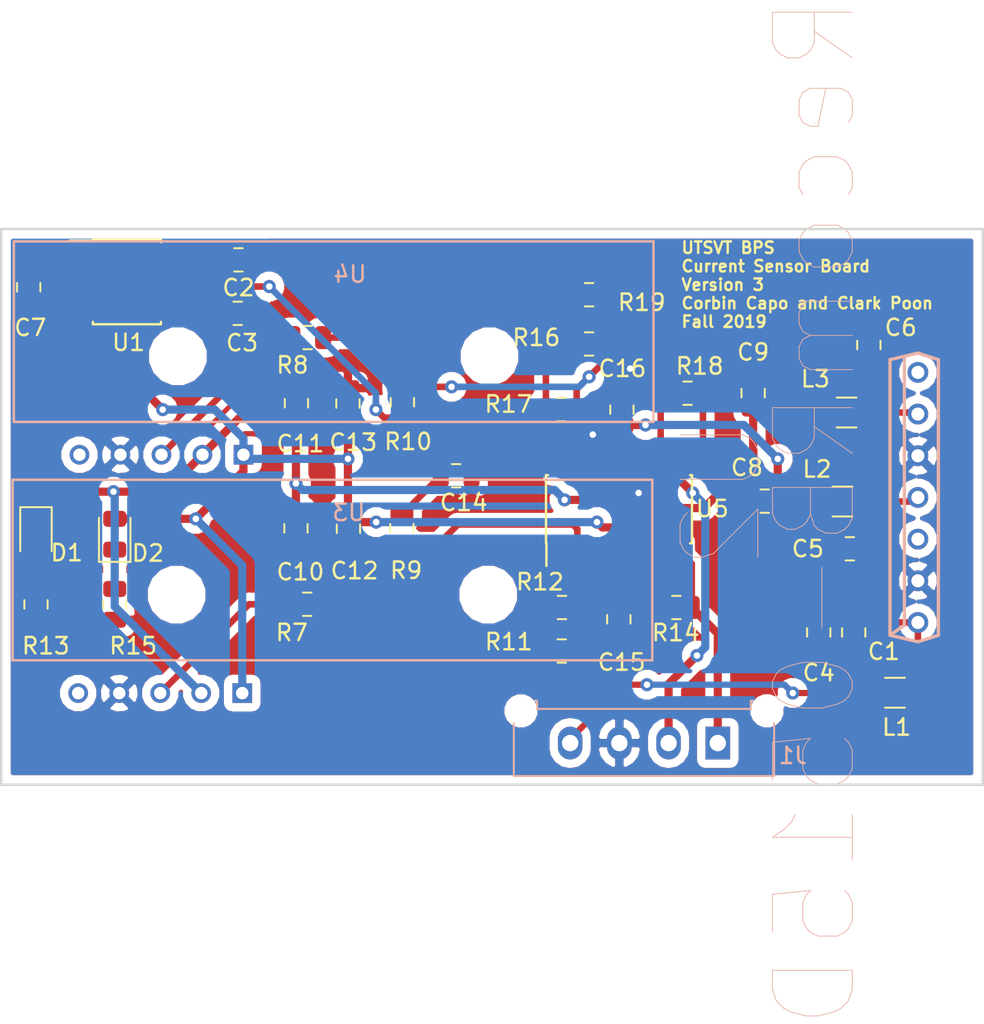
<source format=kicad_pcb>
(kicad_pcb (version 20171130) (host pcbnew "(5.0.0)")

  (general
    (thickness 1.6)
    (drawings 5)
    (tracks 186)
    (zones 0)
    (modules 40)
    (nets 28)
  )

  (page A4)
  (layers
    (0 F.Cu signal)
    (31 B.Cu power)
    (32 B.Adhes user)
    (33 F.Adhes user)
    (34 B.Paste user)
    (35 F.Paste user)
    (36 B.SilkS user)
    (37 F.SilkS user)
    (38 B.Mask user)
    (39 F.Mask user)
    (40 Dwgs.User user)
    (41 Cmts.User user)
    (42 Eco1.User user)
    (43 Eco2.User user)
    (44 Edge.Cuts user)
    (45 Margin user)
    (46 B.CrtYd user)
    (47 F.CrtYd user)
    (48 B.Fab user)
    (49 F.Fab user hide)
  )

  (setup
    (last_trace_width 0.381)
    (user_trace_width 0.203)
    (user_trace_width 0.305)
    (user_trace_width 0.381)
    (user_trace_width 0.5)
    (trace_clearance 0.2)
    (zone_clearance 0.508)
    (zone_45_only no)
    (trace_min 0.2)
    (segment_width 0.2)
    (edge_width 0.15)
    (via_size 0.8)
    (via_drill 0.4)
    (via_min_size 0.4)
    (via_min_drill 0.3)
    (uvia_size 0.3)
    (uvia_drill 0.1)
    (uvias_allowed no)
    (uvia_min_size 0.2)
    (uvia_min_drill 0.1)
    (pcb_text_width 0.3)
    (pcb_text_size 1.5 1.5)
    (mod_edge_width 0.15)
    (mod_text_size 1 1)
    (mod_text_width 0.15)
    (pad_size 3 3)
    (pad_drill 3)
    (pad_to_mask_clearance 0.2)
    (solder_mask_min_width 0.25)
    (aux_axis_origin 0 0)
    (visible_elements 7FFFFFFF)
    (pcbplotparams
      (layerselection 0x010fc_ffffffff)
      (usegerberextensions false)
      (usegerberattributes false)
      (usegerberadvancedattributes false)
      (creategerberjobfile false)
      (excludeedgelayer true)
      (linewidth 0.100000)
      (plotframeref false)
      (viasonmask false)
      (mode 1)
      (useauxorigin false)
      (hpglpennumber 1)
      (hpglpenspeed 20)
      (hpglpendiameter 15.000000)
      (psnegative false)
      (psa4output false)
      (plotreference true)
      (plotvalue true)
      (plotinvisibletext false)
      (padsonsilk false)
      (subtractmaskfromsilk false)
      (outputformat 1)
      (mirror false)
      (drillshape 1)
      (scaleselection 1)
      (outputdirectory ""))
  )

  (net 0 "")
  (net 1 GND)
  (net 2 "Net-(C1-Pad1)")
  (net 3 /offset)
  (net 4 "Net-(C3-Pad1)")
  (net 5 "Net-(C5-Pad1)")
  (net 6 "Net-(C6-Pad2)")
  (net 7 +15V)
  (net 8 -15V)
  (net 9 +5V)
  (net 10 "Net-(D1-Pad2)")
  (net 11 "Net-(D2-Pad1)")
  (net 12 /LOW_OUT)
  (net 13 /HIGH_OUT)
  (net 14 "Net-(R7-Pad2)")
  (net 15 "Net-(R11-Pad2)")
  (net 16 "Net-(R10-Pad2)")
  (net 17 "Net-(R8-Pad2)")
  (net 18 "Net-(R11-Pad1)")
  (net 19 "Net-(R14-Pad2)")
  (net 20 "Net-(R16-Pad2)")
  (net 21 "Net-(R18-Pad2)")
  (net 22 "Net-(U1-Pad1)")
  (net 23 "Net-(U1-Pad3)")
  (net 24 "Net-(U1-Pad7)")
  (net 25 "Net-(U1-Pad8)")
  (net 26 "Net-(U3-Pad5)")
  (net 27 "Net-(U4-Pad5)")

  (net_class Default "This is the default net class."
    (clearance 0.2)
    (trace_width 0.4)
    (via_dia 0.8)
    (via_drill 0.4)
    (uvia_dia 0.3)
    (uvia_drill 0.1)
    (add_net +15V)
    (add_net +5V)
    (add_net -15V)
    (add_net /HIGH_OUT)
    (add_net /LOW_OUT)
    (add_net /offset)
    (add_net GND)
    (add_net "Net-(C1-Pad1)")
    (add_net "Net-(C3-Pad1)")
    (add_net "Net-(C5-Pad1)")
    (add_net "Net-(C6-Pad2)")
    (add_net "Net-(D1-Pad2)")
    (add_net "Net-(D2-Pad1)")
    (add_net "Net-(R10-Pad2)")
    (add_net "Net-(R11-Pad1)")
    (add_net "Net-(R11-Pad2)")
    (add_net "Net-(R14-Pad2)")
    (add_net "Net-(R16-Pad2)")
    (add_net "Net-(R18-Pad2)")
    (add_net "Net-(R7-Pad2)")
    (add_net "Net-(R8-Pad2)")
    (add_net "Net-(U1-Pad1)")
    (add_net "Net-(U1-Pad3)")
    (add_net "Net-(U1-Pad7)")
    (add_net "Net-(U1-Pad8)")
    (add_net "Net-(U3-Pad5)")
    (add_net "Net-(U4-Pad5)")
  )

  (net_class Power ""
    (clearance 0.2)
    (trace_width 0.5)
    (via_dia 0.8)
    (via_drill 0.4)
    (uvia_dia 0.3)
    (uvia_drill 0.1)
  )

  (module BPS:L08PxxxD15 (layer B.Cu) (tedit 5BCB5F25) (tstamp 5BDE10F2)
    (at 117.35 123.275)
    (path /5BB1978D)
    (fp_text reference U3 (at 9 -6) (layer B.SilkS)
      (effects (font (size 1 1) (thickness 0.15)) (justify mirror))
    )
    (fp_text value L08P50 (at 9 -2) (layer B.Fab)
      (effects (font (size 1 1) (thickness 0.15)) (justify mirror))
    )
    (fp_line (start -11.5 3) (end -11.5 -8) (layer B.SilkS) (width 0.15))
    (fp_line (start 27.5 3) (end 27.5 -8) (layer B.SilkS) (width 0.15))
    (fp_line (start 27.5 -8) (end -11.5 -8) (layer B.SilkS) (width 0.15))
    (fp_line (start 27.5 3) (end -11.5 3) (layer B.SilkS) (width 0.15))
    (pad 1 thru_hole rect (at 2.5 5) (size 1.2 1.2) (drill 0.762) (layers *.Cu *.Mask)
      (net 7 +15V))
    (pad 2 thru_hole circle (at 0 5) (size 1.2 1.2) (drill 0.762) (layers *.Cu *.Mask)
      (net 8 -15V))
    (pad 3 thru_hole circle (at -2.5 5) (size 1.2 1.2) (drill 0.762) (layers *.Cu *.Mask)
      (net 14 "Net-(R7-Pad2)"))
    (pad 4 thru_hole circle (at -5 5) (size 1.2 1.2) (drill 0.762) (layers *.Cu *.Mask)
      (net 1 GND))
    (pad 5 thru_hole circle (at -7.5 5) (size 1.2 1.2) (drill 0.762) (layers *.Cu *.Mask)
      (net 26 "Net-(U3-Pad5)"))
    (pad "" np_thru_hole circle (at -1.5 -1) (size 2.5 2.5) (drill 2.5) (layers *.Cu *.Mask))
    (pad "" np_thru_hole circle (at 17.5 -1) (size 2.5 2.5) (drill 2.5) (layers *.Cu *.Mask))
  )

  (module SIP7-P-2.54:SIP7-P-2.54 (layer B.Cu) (tedit 5BDE0287) (tstamp 5BDDD527)
    (at 161.044773 116.352185 90)
    (descr "<b>SIP7-2.54</b> 5-18A<p>Source: THOSHIBA .. TA7136AP / at203a-044-ta7136ap.tif")
    (path /5BB09257)
    (fp_text reference U2 (at 0.2 -11.95 90) (layer B.SilkS)
      (effects (font (size 4.74139 4.74139) (thickness 0.05)) (justify mirror))
    )
    (fp_text value RecomRB-0515D (at -0.9 -6.25 90) (layer B.SilkS)
      (effects (font (size 4.8651 4.8651) (thickness 0.05)) (justify mirror))
    )
    (fp_line (start 8.395 1.25) (end 8.8 0) (layer B.SilkS) (width 0.2032))
    (fp_line (start 8.395 -1.7) (end -8.395 -1.7) (layer B.SilkS) (width 0.2032))
    (fp_line (start -8.395 -1.7) (end -8.795 0) (layer B.SilkS) (width 0.2032))
    (fp_line (start -8.795 0) (end -8.395 1.25) (layer B.SilkS) (width 0.2032))
    (fp_line (start -8.395 1.25) (end 8.395 1.25) (layer B.SilkS) (width 0.2032))
    (fp_line (start 8.8 0) (end 8.395 -1.7) (layer B.SilkS) (width 0.2032))
    (fp_line (start 8.545 -0.825) (end -7.795 -0.825) (layer B.SilkS) (width 0.2032))
    (fp_line (start -8.37 -1.675) (end -7.795 -0.825) (layer B.SilkS) (width 0.2032))
    (fp_line (start -7.775 1.17) (end -7.775 -0.82) (layer Dwgs.User) (width 0.2032))
    (pad 1 thru_hole circle (at -7.62 0 90) (size 1.27 1.27) (drill 0.8) (layers *.Cu *.Mask)
      (net 2 "Net-(C1-Pad1)"))
    (pad 2 thru_hole circle (at -5.08 0 90) (size 1.27 1.27) (drill 0.8) (layers *.Cu *.Mask)
      (net 1 GND))
    (pad 3 thru_hole circle (at -2.54 0 90) (size 1.27 1.27) (drill 0.8) (layers *.Cu *.Mask))
    (pad 4 thru_hole circle (at 0 0 90) (size 1.27 1.27) (drill 0.8) (layers *.Cu *.Mask)
      (net 5 "Net-(C5-Pad1)"))
    (pad 5 thru_hole circle (at 2.54 0 90) (size 1.27 1.27) (drill 0.8) (layers *.Cu *.Mask)
      (net 1 GND))
    (pad 6 thru_hole circle (at 5.08 0 90) (size 1.27 1.27) (drill 0.8) (layers *.Cu *.Mask)
      (net 6 "Net-(C6-Pad2)"))
    (pad 7 thru_hole circle (at 7.62 0 90) (size 1.27 1.27) (drill 0.8) (layers *.Cu *.Mask))
  )

  (module BPS:L08PxxxD15 (layer B.Cu) (tedit 5BCB5F25) (tstamp 5BCB7990)
    (at 117.425 108.75)
    (path /5BB1A857)
    (fp_text reference U4 (at 9 -6) (layer B.SilkS)
      (effects (font (size 1 1) (thickness 0.15)) (justify mirror))
    )
    (fp_text value L08P100 (at 9 -2) (layer B.Fab)
      (effects (font (size 1 1) (thickness 0.15)) (justify mirror))
    )
    (fp_line (start 27.5 3) (end -11.5 3) (layer B.SilkS) (width 0.15))
    (fp_line (start 27.5 -8) (end -11.5 -8) (layer B.SilkS) (width 0.15))
    (fp_line (start 27.5 3) (end 27.5 -8) (layer B.SilkS) (width 0.15))
    (fp_line (start -11.5 3) (end -11.5 -8) (layer B.SilkS) (width 0.15))
    (pad "" np_thru_hole circle (at 17.5 -1) (size 2.5 2.5) (drill 2.5) (layers *.Cu *.Mask))
    (pad "" np_thru_hole circle (at -1.5 -1) (size 2.5 2.5) (drill 2.5) (layers *.Cu *.Mask))
    (pad 5 thru_hole circle (at -7.5 5) (size 1.2 1.2) (drill 0.762) (layers *.Cu *.Mask)
      (net 27 "Net-(U4-Pad5)"))
    (pad 4 thru_hole circle (at -5 5) (size 1.2 1.2) (drill 0.762) (layers *.Cu *.Mask)
      (net 1 GND))
    (pad 3 thru_hole circle (at -2.5 5) (size 1.2 1.2) (drill 0.762) (layers *.Cu *.Mask)
      (net 17 "Net-(R8-Pad2)"))
    (pad 2 thru_hole circle (at 0 5) (size 1.2 1.2) (drill 0.762) (layers *.Cu *.Mask)
      (net 8 -15V))
    (pad 1 thru_hole rect (at 2.5 5) (size 1.2 1.2) (drill 0.762) (layers *.Cu *.Mask)
      (net 7 +15V))
  )

  (module Resistor_SMD:R_0805_2012Metric (layer F.Cu) (tedit 5B36C52B) (tstamp 5BCB6C7B)
    (at 129.615 110.55 90)
    (descr "Resistor SMD 0805 (2012 Metric), square (rectangular) end terminal, IPC_7351 nominal, (Body size source: https://docs.google.com/spreadsheets/d/1BsfQQcO9C6DZCsRaXUlFlo91Tg2WpOkGARC1WS5S8t0/edit?usp=sharing), generated with kicad-footprint-generator")
    (tags resistor)
    (path /5BB27790)
    (attr smd)
    (fp_text reference R10 (at -2.4 0.35 180) (layer F.SilkS)
      (effects (font (size 1 1) (thickness 0.15)))
    )
    (fp_text value "10 kOhm" (at 0 1.65 90) (layer F.Fab)
      (effects (font (size 1 1) (thickness 0.15)))
    )
    (fp_line (start -1 0.6) (end -1 -0.6) (layer F.Fab) (width 0.1))
    (fp_line (start -1 -0.6) (end 1 -0.6) (layer F.Fab) (width 0.1))
    (fp_line (start 1 -0.6) (end 1 0.6) (layer F.Fab) (width 0.1))
    (fp_line (start 1 0.6) (end -1 0.6) (layer F.Fab) (width 0.1))
    (fp_line (start -0.258578 -0.71) (end 0.258578 -0.71) (layer F.SilkS) (width 0.12))
    (fp_line (start -0.258578 0.71) (end 0.258578 0.71) (layer F.SilkS) (width 0.12))
    (fp_line (start -1.68 0.95) (end -1.68 -0.95) (layer F.CrtYd) (width 0.05))
    (fp_line (start -1.68 -0.95) (end 1.68 -0.95) (layer F.CrtYd) (width 0.05))
    (fp_line (start 1.68 -0.95) (end 1.68 0.95) (layer F.CrtYd) (width 0.05))
    (fp_line (start 1.68 0.95) (end -1.68 0.95) (layer F.CrtYd) (width 0.05))
    (fp_text user %R (at 0 0 90) (layer F.Fab)
      (effects (font (size 0.5 0.5) (thickness 0.08)))
    )
    (pad 1 smd roundrect (at -0.9375 0 90) (size 0.975 1.4) (layers F.Cu F.Paste F.Mask) (roundrect_rratio 0.25)
      (net 3 /offset))
    (pad 2 smd roundrect (at 0.9375 0 90) (size 0.975 1.4) (layers F.Cu F.Paste F.Mask) (roundrect_rratio 0.25)
      (net 16 "Net-(R10-Pad2)"))
    (model ${KISYS3DMOD}/Resistor_SMD.3dshapes/R_0805_2012Metric.wrl
      (at (xyz 0 0 0))
      (scale (xyz 1 1 1))
      (rotate (xyz 0 0 0))
    )
  )

  (module Capacitor_SMD:C_0805_2012Metric (layer F.Cu) (tedit 5BDDE44B) (tstamp 5BCC057F)
    (at 151 110 90)
    (descr "Capacitor SMD 0805 (2012 Metric), square (rectangular) end terminal, IPC_7351 nominal, (Body size source: https://docs.google.com/spreadsheets/d/1BsfQQcO9C6DZCsRaXUlFlo91Tg2WpOkGARC1WS5S8t0/edit?usp=sharing), generated with kicad-footprint-generator")
    (tags capacitor)
    (path /5BB09CB5)
    (attr smd)
    (fp_text reference C9 (at 2.5 0) (layer F.SilkS)
      (effects (font (size 1 1) (thickness 0.15)))
    )
    (fp_text value "22 uF" (at 4.1375 0 90) (layer F.Fab)
      (effects (font (size 1 1) (thickness 0.15)))
    )
    (fp_line (start -1 0.6) (end -1 -0.6) (layer F.Fab) (width 0.1))
    (fp_line (start -1 -0.6) (end 1 -0.6) (layer F.Fab) (width 0.1))
    (fp_line (start 1 -0.6) (end 1 0.6) (layer F.Fab) (width 0.1))
    (fp_line (start 1 0.6) (end -1 0.6) (layer F.Fab) (width 0.1))
    (fp_line (start -0.258578 -0.71) (end 0.258578 -0.71) (layer F.SilkS) (width 0.12))
    (fp_line (start -0.258578 0.71) (end 0.258578 0.71) (layer F.SilkS) (width 0.12))
    (fp_line (start -1.68 0.95) (end -1.68 -0.95) (layer F.CrtYd) (width 0.05))
    (fp_line (start -1.68 -0.95) (end 1.68 -0.95) (layer F.CrtYd) (width 0.05))
    (fp_line (start 1.68 -0.95) (end 1.68 0.95) (layer F.CrtYd) (width 0.05))
    (fp_line (start 1.68 0.95) (end -1.68 0.95) (layer F.CrtYd) (width 0.05))
    (fp_text user %R (at 0 0 90) (layer F.Fab)
      (effects (font (size 0.5 0.5) (thickness 0.08)))
    )
    (pad 1 smd roundrect (at -0.9375 0 90) (size 0.975 1.4) (layers F.Cu F.Paste F.Mask) (roundrect_rratio 0.25)
      (net 7 +15V))
    (pad 2 smd roundrect (at 0.9375 0 90) (size 0.975 1.4) (layers F.Cu F.Paste F.Mask) (roundrect_rratio 0.25)
      (net 1 GND))
    (model ${KISYS3DMOD}/Capacitor_SMD.3dshapes/C_0805_2012Metric.wrl
      (at (xyz 0 0 0))
      (scale (xyz 1 1 1))
      (rotate (xyz 0 0 0))
    )
  )

  (module Capacitor_SMD:C_0805_2012Metric (layer F.Cu) (tedit 5B36C52B) (tstamp 5BCC05DF)
    (at 157.132273 124.577185 270)
    (descr "Capacitor SMD 0805 (2012 Metric), square (rectangular) end terminal, IPC_7351 nominal, (Body size source: https://docs.google.com/spreadsheets/d/1BsfQQcO9C6DZCsRaXUlFlo91Tg2WpOkGARC1WS5S8t0/edit?usp=sharing), generated with kicad-footprint-generator")
    (tags capacitor)
    (path /5BB09C73)
    (attr smd)
    (fp_text reference C1 (at 1.162273 -1.832815 180) (layer F.SilkS)
      (effects (font (size 1 1) (thickness 0.15)))
    )
    (fp_text value "22 uF" (at 0 1.65 270) (layer F.Fab)
      (effects (font (size 1 1) (thickness 0.15)))
    )
    (fp_text user %R (at 0 0 270) (layer F.Fab)
      (effects (font (size 0.5 0.5) (thickness 0.08)))
    )
    (fp_line (start 1.68 0.95) (end -1.68 0.95) (layer F.CrtYd) (width 0.05))
    (fp_line (start 1.68 -0.95) (end 1.68 0.95) (layer F.CrtYd) (width 0.05))
    (fp_line (start -1.68 -0.95) (end 1.68 -0.95) (layer F.CrtYd) (width 0.05))
    (fp_line (start -1.68 0.95) (end -1.68 -0.95) (layer F.CrtYd) (width 0.05))
    (fp_line (start -0.258578 0.71) (end 0.258578 0.71) (layer F.SilkS) (width 0.12))
    (fp_line (start -0.258578 -0.71) (end 0.258578 -0.71) (layer F.SilkS) (width 0.12))
    (fp_line (start 1 0.6) (end -1 0.6) (layer F.Fab) (width 0.1))
    (fp_line (start 1 -0.6) (end 1 0.6) (layer F.Fab) (width 0.1))
    (fp_line (start -1 -0.6) (end 1 -0.6) (layer F.Fab) (width 0.1))
    (fp_line (start -1 0.6) (end -1 -0.6) (layer F.Fab) (width 0.1))
    (pad 2 smd roundrect (at 0.9375 0 270) (size 0.975 1.4) (layers F.Cu F.Paste F.Mask) (roundrect_rratio 0.25)
      (net 1 GND))
    (pad 1 smd roundrect (at -0.9375 0 270) (size 0.975 1.4) (layers F.Cu F.Paste F.Mask) (roundrect_rratio 0.25)
      (net 2 "Net-(C1-Pad1)"))
    (model ${KISYS3DMOD}/Capacitor_SMD.3dshapes/C_0805_2012Metric.wrl
      (at (xyz 0 0 0))
      (scale (xyz 1 1 1))
      (rotate (xyz 0 0 0))
    )
  )

  (module Capacitor_SMD:C_0805_2012Metric (layer F.Cu) (tedit 5B36C52B) (tstamp 5BCB6A5D)
    (at 119.62 101.875)
    (descr "Capacitor SMD 0805 (2012 Metric), square (rectangular) end terminal, IPC_7351 nominal, (Body size source: https://docs.google.com/spreadsheets/d/1BsfQQcO9C6DZCsRaXUlFlo91Tg2WpOkGARC1WS5S8t0/edit?usp=sharing), generated with kicad-footprint-generator")
    (tags capacitor)
    (path /5BB07868)
    (attr smd)
    (fp_text reference C2 (at 0 1.7) (layer F.SilkS)
      (effects (font (size 1 1) (thickness 0.15)))
    )
    (fp_text value "1 uF" (at 0 1.65) (layer F.Fab)
      (effects (font (size 1 1) (thickness 0.15)))
    )
    (fp_text user %R (at 0 0) (layer F.Fab)
      (effects (font (size 0.5 0.5) (thickness 0.08)))
    )
    (fp_line (start 1.68 0.95) (end -1.68 0.95) (layer F.CrtYd) (width 0.05))
    (fp_line (start 1.68 -0.95) (end 1.68 0.95) (layer F.CrtYd) (width 0.05))
    (fp_line (start -1.68 -0.95) (end 1.68 -0.95) (layer F.CrtYd) (width 0.05))
    (fp_line (start -1.68 0.95) (end -1.68 -0.95) (layer F.CrtYd) (width 0.05))
    (fp_line (start -0.258578 0.71) (end 0.258578 0.71) (layer F.SilkS) (width 0.12))
    (fp_line (start -0.258578 -0.71) (end 0.258578 -0.71) (layer F.SilkS) (width 0.12))
    (fp_line (start 1 0.6) (end -1 0.6) (layer F.Fab) (width 0.1))
    (fp_line (start 1 -0.6) (end 1 0.6) (layer F.Fab) (width 0.1))
    (fp_line (start -1 -0.6) (end 1 -0.6) (layer F.Fab) (width 0.1))
    (fp_line (start -1 0.6) (end -1 -0.6) (layer F.Fab) (width 0.1))
    (pad 2 smd roundrect (at 0.9375 0) (size 0.975 1.4) (layers F.Cu F.Paste F.Mask) (roundrect_rratio 0.25)
      (net 1 GND))
    (pad 1 smd roundrect (at -0.9375 0) (size 0.975 1.4) (layers F.Cu F.Paste F.Mask) (roundrect_rratio 0.25)
      (net 3 /offset))
    (model ${KISYS3DMOD}/Capacitor_SMD.3dshapes/C_0805_2012Metric.wrl
      (at (xyz 0 0 0))
      (scale (xyz 1 1 1))
      (rotate (xyz 0 0 0))
    )
  )

  (module Capacitor_SMD:C_0805_2012Metric (layer F.Cu) (tedit 5B36C52B) (tstamp 5BCB6A6E)
    (at 119.5775 105.135)
    (descr "Capacitor SMD 0805 (2012 Metric), square (rectangular) end terminal, IPC_7351 nominal, (Body size source: https://docs.google.com/spreadsheets/d/1BsfQQcO9C6DZCsRaXUlFlo91Tg2WpOkGARC1WS5S8t0/edit?usp=sharing), generated with kicad-footprint-generator")
    (tags capacitor)
    (path /5BB07697)
    (attr smd)
    (fp_text reference C3 (at 0.2625 1.8) (layer F.SilkS)
      (effects (font (size 1 1) (thickness 0.15)))
    )
    (fp_text value "1 uF" (at 0 1.65) (layer F.Fab)
      (effects (font (size 1 1) (thickness 0.15)))
    )
    (fp_line (start -1 0.6) (end -1 -0.6) (layer F.Fab) (width 0.1))
    (fp_line (start -1 -0.6) (end 1 -0.6) (layer F.Fab) (width 0.1))
    (fp_line (start 1 -0.6) (end 1 0.6) (layer F.Fab) (width 0.1))
    (fp_line (start 1 0.6) (end -1 0.6) (layer F.Fab) (width 0.1))
    (fp_line (start -0.258578 -0.71) (end 0.258578 -0.71) (layer F.SilkS) (width 0.12))
    (fp_line (start -0.258578 0.71) (end 0.258578 0.71) (layer F.SilkS) (width 0.12))
    (fp_line (start -1.68 0.95) (end -1.68 -0.95) (layer F.CrtYd) (width 0.05))
    (fp_line (start -1.68 -0.95) (end 1.68 -0.95) (layer F.CrtYd) (width 0.05))
    (fp_line (start 1.68 -0.95) (end 1.68 0.95) (layer F.CrtYd) (width 0.05))
    (fp_line (start 1.68 0.95) (end -1.68 0.95) (layer F.CrtYd) (width 0.05))
    (fp_text user %R (at 0 0) (layer F.Fab)
      (effects (font (size 0.5 0.5) (thickness 0.08)))
    )
    (pad 1 smd roundrect (at -0.9375 0) (size 0.975 1.4) (layers F.Cu F.Paste F.Mask) (roundrect_rratio 0.25)
      (net 4 "Net-(C3-Pad1)"))
    (pad 2 smd roundrect (at 0.9375 0) (size 0.975 1.4) (layers F.Cu F.Paste F.Mask) (roundrect_rratio 0.25)
      (net 1 GND))
    (model ${KISYS3DMOD}/Capacitor_SMD.3dshapes/C_0805_2012Metric.wrl
      (at (xyz 0 0 0))
      (scale (xyz 1 1 1))
      (rotate (xyz 0 0 0))
    )
  )

  (module Capacitor_SMD:C_0805_2012Metric (layer F.Cu) (tedit 5B36C52B) (tstamp 5BCC054F)
    (at 155 124.577185 270)
    (descr "Capacitor SMD 0805 (2012 Metric), square (rectangular) end terminal, IPC_7351 nominal, (Body size source: https://docs.google.com/spreadsheets/d/1BsfQQcO9C6DZCsRaXUlFlo91Tg2WpOkGARC1WS5S8t0/edit?usp=sharing), generated with kicad-footprint-generator")
    (tags capacitor)
    (path /5BB09A61)
    (attr smd)
    (fp_text reference C4 (at 2.4625 0 180) (layer F.SilkS)
      (effects (font (size 1 1) (thickness 0.15)))
    )
    (fp_text value "1 uF" (at 0 1.65 270) (layer F.Fab)
      (effects (font (size 1 1) (thickness 0.15)))
    )
    (fp_line (start -1 0.6) (end -1 -0.6) (layer F.Fab) (width 0.1))
    (fp_line (start -1 -0.6) (end 1 -0.6) (layer F.Fab) (width 0.1))
    (fp_line (start 1 -0.6) (end 1 0.6) (layer F.Fab) (width 0.1))
    (fp_line (start 1 0.6) (end -1 0.6) (layer F.Fab) (width 0.1))
    (fp_line (start -0.258578 -0.71) (end 0.258578 -0.71) (layer F.SilkS) (width 0.12))
    (fp_line (start -0.258578 0.71) (end 0.258578 0.71) (layer F.SilkS) (width 0.12))
    (fp_line (start -1.68 0.95) (end -1.68 -0.95) (layer F.CrtYd) (width 0.05))
    (fp_line (start -1.68 -0.95) (end 1.68 -0.95) (layer F.CrtYd) (width 0.05))
    (fp_line (start 1.68 -0.95) (end 1.68 0.95) (layer F.CrtYd) (width 0.05))
    (fp_line (start 1.68 0.95) (end -1.68 0.95) (layer F.CrtYd) (width 0.05))
    (fp_text user %R (at 0 0 270) (layer F.Fab)
      (effects (font (size 0.5 0.5) (thickness 0.08)))
    )
    (pad 1 smd roundrect (at -0.9375 0 270) (size 0.975 1.4) (layers F.Cu F.Paste F.Mask) (roundrect_rratio 0.25)
      (net 2 "Net-(C1-Pad1)"))
    (pad 2 smd roundrect (at 0.9375 0 270) (size 0.975 1.4) (layers F.Cu F.Paste F.Mask) (roundrect_rratio 0.25)
      (net 1 GND))
    (model ${KISYS3DMOD}/Capacitor_SMD.3dshapes/C_0805_2012Metric.wrl
      (at (xyz 0 0 0))
      (scale (xyz 1 1 1))
      (rotate (xyz 0 0 0))
    )
  )

  (module Capacitor_SMD:C_0805_2012Metric (layer F.Cu) (tedit 5B36C52B) (tstamp 5BCC05AF)
    (at 156.894773 119.482185 180)
    (descr "Capacitor SMD 0805 (2012 Metric), square (rectangular) end terminal, IPC_7351 nominal, (Body size source: https://docs.google.com/spreadsheets/d/1BsfQQcO9C6DZCsRaXUlFlo91Tg2WpOkGARC1WS5S8t0/edit?usp=sharing), generated with kicad-footprint-generator")
    (tags capacitor)
    (path /5BB09B2F)
    (attr smd)
    (fp_text reference C5 (at 2.5625 0) (layer F.SilkS)
      (effects (font (size 1 1) (thickness 0.15)))
    )
    (fp_text value "1 uF" (at 0 1.65 180) (layer F.Fab)
      (effects (font (size 1 1) (thickness 0.15)))
    )
    (fp_text user %R (at 0 0 180) (layer F.Fab)
      (effects (font (size 0.5 0.5) (thickness 0.08)))
    )
    (fp_line (start 1.68 0.95) (end -1.68 0.95) (layer F.CrtYd) (width 0.05))
    (fp_line (start 1.68 -0.95) (end 1.68 0.95) (layer F.CrtYd) (width 0.05))
    (fp_line (start -1.68 -0.95) (end 1.68 -0.95) (layer F.CrtYd) (width 0.05))
    (fp_line (start -1.68 0.95) (end -1.68 -0.95) (layer F.CrtYd) (width 0.05))
    (fp_line (start -0.258578 0.71) (end 0.258578 0.71) (layer F.SilkS) (width 0.12))
    (fp_line (start -0.258578 -0.71) (end 0.258578 -0.71) (layer F.SilkS) (width 0.12))
    (fp_line (start 1 0.6) (end -1 0.6) (layer F.Fab) (width 0.1))
    (fp_line (start 1 -0.6) (end 1 0.6) (layer F.Fab) (width 0.1))
    (fp_line (start -1 -0.6) (end 1 -0.6) (layer F.Fab) (width 0.1))
    (fp_line (start -1 0.6) (end -1 -0.6) (layer F.Fab) (width 0.1))
    (pad 2 smd roundrect (at 0.9375 0 180) (size 0.975 1.4) (layers F.Cu F.Paste F.Mask) (roundrect_rratio 0.25)
      (net 1 GND))
    (pad 1 smd roundrect (at -0.9375 0 180) (size 0.975 1.4) (layers F.Cu F.Paste F.Mask) (roundrect_rratio 0.25)
      (net 5 "Net-(C5-Pad1)"))
    (model ${KISYS3DMOD}/Capacitor_SMD.3dshapes/C_0805_2012Metric.wrl
      (at (xyz 0 0 0))
      (scale (xyz 1 1 1))
      (rotate (xyz 0 0 0))
    )
  )

  (module Capacitor_SMD:C_0805_2012Metric (layer F.Cu) (tedit 5B36C52B) (tstamp 5BDE0574)
    (at 158.054773 107.064685 270)
    (descr "Capacitor SMD 0805 (2012 Metric), square (rectangular) end terminal, IPC_7351 nominal, (Body size source: https://docs.google.com/spreadsheets/d/1BsfQQcO9C6DZCsRaXUlFlo91Tg2WpOkGARC1WS5S8t0/edit?usp=sharing), generated with kicad-footprint-generator")
    (tags capacitor)
    (path /5BB09AF7)
    (attr smd)
    (fp_text reference C6 (at -1.064685 -1.945227) (layer F.SilkS)
      (effects (font (size 1 1) (thickness 0.15)))
    )
    (fp_text value "1 uF" (at 0 1.65 270) (layer F.Fab)
      (effects (font (size 1 1) (thickness 0.15)))
    )
    (fp_text user %R (at 0 0 270) (layer F.Fab)
      (effects (font (size 0.5 0.5) (thickness 0.08)))
    )
    (fp_line (start 1.68 0.95) (end -1.68 0.95) (layer F.CrtYd) (width 0.05))
    (fp_line (start 1.68 -0.95) (end 1.68 0.95) (layer F.CrtYd) (width 0.05))
    (fp_line (start -1.68 -0.95) (end 1.68 -0.95) (layer F.CrtYd) (width 0.05))
    (fp_line (start -1.68 0.95) (end -1.68 -0.95) (layer F.CrtYd) (width 0.05))
    (fp_line (start -0.258578 0.71) (end 0.258578 0.71) (layer F.SilkS) (width 0.12))
    (fp_line (start -0.258578 -0.71) (end 0.258578 -0.71) (layer F.SilkS) (width 0.12))
    (fp_line (start 1 0.6) (end -1 0.6) (layer F.Fab) (width 0.1))
    (fp_line (start 1 -0.6) (end 1 0.6) (layer F.Fab) (width 0.1))
    (fp_line (start -1 -0.6) (end 1 -0.6) (layer F.Fab) (width 0.1))
    (fp_line (start -1 0.6) (end -1 -0.6) (layer F.Fab) (width 0.1))
    (pad 2 smd roundrect (at 0.9375 0 270) (size 0.975 1.4) (layers F.Cu F.Paste F.Mask) (roundrect_rratio 0.25)
      (net 6 "Net-(C6-Pad2)"))
    (pad 1 smd roundrect (at -0.9375 0 270) (size 0.975 1.4) (layers F.Cu F.Paste F.Mask) (roundrect_rratio 0.25)
      (net 1 GND))
    (model ${KISYS3DMOD}/Capacitor_SMD.3dshapes/C_0805_2012Metric.wrl
      (at (xyz 0 0 0))
      (scale (xyz 1 1 1))
      (rotate (xyz 0 0 0))
    )
  )

  (module Capacitor_SMD:C_0805_2012Metric (layer F.Cu) (tedit 5B36C52B) (tstamp 5BCB6AB2)
    (at 106.83 103.545 270)
    (descr "Capacitor SMD 0805 (2012 Metric), square (rectangular) end terminal, IPC_7351 nominal, (Body size source: https://docs.google.com/spreadsheets/d/1BsfQQcO9C6DZCsRaXUlFlo91Tg2WpOkGARC1WS5S8t0/edit?usp=sharing), generated with kicad-footprint-generator")
    (tags capacitor)
    (path /5BB06F57)
    (attr smd)
    (fp_text reference C7 (at 2.4625 -0.1) (layer F.SilkS)
      (effects (font (size 1 1) (thickness 0.15)))
    )
    (fp_text value "1 uF" (at 0 1.65 270) (layer F.Fab)
      (effects (font (size 1 1) (thickness 0.15)))
    )
    (fp_line (start -1 0.6) (end -1 -0.6) (layer F.Fab) (width 0.1))
    (fp_line (start -1 -0.6) (end 1 -0.6) (layer F.Fab) (width 0.1))
    (fp_line (start 1 -0.6) (end 1 0.6) (layer F.Fab) (width 0.1))
    (fp_line (start 1 0.6) (end -1 0.6) (layer F.Fab) (width 0.1))
    (fp_line (start -0.258578 -0.71) (end 0.258578 -0.71) (layer F.SilkS) (width 0.12))
    (fp_line (start -0.258578 0.71) (end 0.258578 0.71) (layer F.SilkS) (width 0.12))
    (fp_line (start -1.68 0.95) (end -1.68 -0.95) (layer F.CrtYd) (width 0.05))
    (fp_line (start -1.68 -0.95) (end 1.68 -0.95) (layer F.CrtYd) (width 0.05))
    (fp_line (start 1.68 -0.95) (end 1.68 0.95) (layer F.CrtYd) (width 0.05))
    (fp_line (start 1.68 0.95) (end -1.68 0.95) (layer F.CrtYd) (width 0.05))
    (fp_text user %R (at 0 0 270) (layer F.Fab)
      (effects (font (size 0.5 0.5) (thickness 0.08)))
    )
    (pad 1 smd roundrect (at -0.9375 0 270) (size 0.975 1.4) (layers F.Cu F.Paste F.Mask) (roundrect_rratio 0.25)
      (net 7 +15V))
    (pad 2 smd roundrect (at 0.9375 0 270) (size 0.975 1.4) (layers F.Cu F.Paste F.Mask) (roundrect_rratio 0.25)
      (net 1 GND))
    (model ${KISYS3DMOD}/Capacitor_SMD.3dshapes/C_0805_2012Metric.wrl
      (at (xyz 0 0 0))
      (scale (xyz 1 1 1))
      (rotate (xyz 0 0 0))
    )
  )

  (module Capacitor_SMD:C_0805_2012Metric (layer F.Cu) (tedit 5B36C52B) (tstamp 5BCC051F)
    (at 151.707273 116.577185)
    (descr "Capacitor SMD 0805 (2012 Metric), square (rectangular) end terminal, IPC_7351 nominal, (Body size source: https://docs.google.com/spreadsheets/d/1BsfQQcO9C6DZCsRaXUlFlo91Tg2WpOkGARC1WS5S8t0/edit?usp=sharing), generated with kicad-footprint-generator")
    (tags capacitor)
    (path /5BB09C17)
    (attr smd)
    (fp_text reference C8 (at -1.0825 -2.045) (layer F.SilkS)
      (effects (font (size 1 1) (thickness 0.15)))
    )
    (fp_text value "22 uF" (at 0 1.65) (layer F.Fab)
      (effects (font (size 1 1) (thickness 0.15)))
    )
    (fp_line (start -1 0.6) (end -1 -0.6) (layer F.Fab) (width 0.1))
    (fp_line (start -1 -0.6) (end 1 -0.6) (layer F.Fab) (width 0.1))
    (fp_line (start 1 -0.6) (end 1 0.6) (layer F.Fab) (width 0.1))
    (fp_line (start 1 0.6) (end -1 0.6) (layer F.Fab) (width 0.1))
    (fp_line (start -0.258578 -0.71) (end 0.258578 -0.71) (layer F.SilkS) (width 0.12))
    (fp_line (start -0.258578 0.71) (end 0.258578 0.71) (layer F.SilkS) (width 0.12))
    (fp_line (start -1.68 0.95) (end -1.68 -0.95) (layer F.CrtYd) (width 0.05))
    (fp_line (start -1.68 -0.95) (end 1.68 -0.95) (layer F.CrtYd) (width 0.05))
    (fp_line (start 1.68 -0.95) (end 1.68 0.95) (layer F.CrtYd) (width 0.05))
    (fp_line (start 1.68 0.95) (end -1.68 0.95) (layer F.CrtYd) (width 0.05))
    (fp_text user %R (at 0 0) (layer F.Fab)
      (effects (font (size 0.5 0.5) (thickness 0.08)))
    )
    (pad 1 smd roundrect (at -0.9375 0) (size 0.975 1.4) (layers F.Cu F.Paste F.Mask) (roundrect_rratio 0.25)
      (net 1 GND))
    (pad 2 smd roundrect (at 0.9375 0) (size 0.975 1.4) (layers F.Cu F.Paste F.Mask) (roundrect_rratio 0.25)
      (net 8 -15V))
    (model ${KISYS3DMOD}/Capacitor_SMD.3dshapes/C_0805_2012Metric.wrl
      (at (xyz 0 0 0))
      (scale (xyz 1 1 1))
      (rotate (xyz 0 0 0))
    )
  )

  (module Capacitor_SMD:C_0805_2012Metric (layer F.Cu) (tedit 5B36C52B) (tstamp 5BCC09A2)
    (at 123.125 118.235 270)
    (descr "Capacitor SMD 0805 (2012 Metric), square (rectangular) end terminal, IPC_7351 nominal, (Body size source: https://docs.google.com/spreadsheets/d/1BsfQQcO9C6DZCsRaXUlFlo91Tg2WpOkGARC1WS5S8t0/edit?usp=sharing), generated with kicad-footprint-generator")
    (tags capacitor)
    (path /5BB16F8D)
    (attr smd)
    (fp_text reference C10 (at 2.655 -0.27) (layer F.SilkS)
      (effects (font (size 1 1) (thickness 0.15)))
    )
    (fp_text value "1 uF" (at 0 1.65 270) (layer F.Fab)
      (effects (font (size 1 1) (thickness 0.15)))
    )
    (fp_line (start -1 0.6) (end -1 -0.6) (layer F.Fab) (width 0.1))
    (fp_line (start -1 -0.6) (end 1 -0.6) (layer F.Fab) (width 0.1))
    (fp_line (start 1 -0.6) (end 1 0.6) (layer F.Fab) (width 0.1))
    (fp_line (start 1 0.6) (end -1 0.6) (layer F.Fab) (width 0.1))
    (fp_line (start -0.258578 -0.71) (end 0.258578 -0.71) (layer F.SilkS) (width 0.12))
    (fp_line (start -0.258578 0.71) (end 0.258578 0.71) (layer F.SilkS) (width 0.12))
    (fp_line (start -1.68 0.95) (end -1.68 -0.95) (layer F.CrtYd) (width 0.05))
    (fp_line (start -1.68 -0.95) (end 1.68 -0.95) (layer F.CrtYd) (width 0.05))
    (fp_line (start 1.68 -0.95) (end 1.68 0.95) (layer F.CrtYd) (width 0.05))
    (fp_line (start 1.68 0.95) (end -1.68 0.95) (layer F.CrtYd) (width 0.05))
    (fp_text user %R (at 0 0 270) (layer F.Fab)
      (effects (font (size 0.5 0.5) (thickness 0.08)))
    )
    (pad 1 smd roundrect (at -0.9375 0 270) (size 0.975 1.4) (layers F.Cu F.Paste F.Mask) (roundrect_rratio 0.25)
      (net 8 -15V))
    (pad 2 smd roundrect (at 0.9375 0 270) (size 0.975 1.4) (layers F.Cu F.Paste F.Mask) (roundrect_rratio 0.25)
      (net 1 GND))
    (model ${KISYS3DMOD}/Capacitor_SMD.3dshapes/C_0805_2012Metric.wrl
      (at (xyz 0 0 0))
      (scale (xyz 1 1 1))
      (rotate (xyz 0 0 0))
    )
  )

  (module Capacitor_SMD:C_0805_2012Metric (layer F.Cu) (tedit 5B36C52B) (tstamp 5BDE0EA4)
    (at 123.155 110.6125 90)
    (descr "Capacitor SMD 0805 (2012 Metric), square (rectangular) end terminal, IPC_7351 nominal, (Body size source: https://docs.google.com/spreadsheets/d/1BsfQQcO9C6DZCsRaXUlFlo91Tg2WpOkGARC1WS5S8t0/edit?usp=sharing), generated with kicad-footprint-generator")
    (tags capacitor)
    (path /5BB2663D)
    (attr smd)
    (fp_text reference C11 (at -2.4675 0.24 180) (layer F.SilkS)
      (effects (font (size 1 1) (thickness 0.15)))
    )
    (fp_text value "1 uF" (at 0 1.65 90) (layer F.Fab)
      (effects (font (size 1 1) (thickness 0.15)))
    )
    (fp_text user %R (at 0 0 90) (layer F.Fab)
      (effects (font (size 0.5 0.5) (thickness 0.08)))
    )
    (fp_line (start 1.68 0.95) (end -1.68 0.95) (layer F.CrtYd) (width 0.05))
    (fp_line (start 1.68 -0.95) (end 1.68 0.95) (layer F.CrtYd) (width 0.05))
    (fp_line (start -1.68 -0.95) (end 1.68 -0.95) (layer F.CrtYd) (width 0.05))
    (fp_line (start -1.68 0.95) (end -1.68 -0.95) (layer F.CrtYd) (width 0.05))
    (fp_line (start -0.258578 0.71) (end 0.258578 0.71) (layer F.SilkS) (width 0.12))
    (fp_line (start -0.258578 -0.71) (end 0.258578 -0.71) (layer F.SilkS) (width 0.12))
    (fp_line (start 1 0.6) (end -1 0.6) (layer F.Fab) (width 0.1))
    (fp_line (start 1 -0.6) (end 1 0.6) (layer F.Fab) (width 0.1))
    (fp_line (start -1 -0.6) (end 1 -0.6) (layer F.Fab) (width 0.1))
    (fp_line (start -1 0.6) (end -1 -0.6) (layer F.Fab) (width 0.1))
    (pad 2 smd roundrect (at 0.9375 0 90) (size 0.975 1.4) (layers F.Cu F.Paste F.Mask) (roundrect_rratio 0.25)
      (net 1 GND))
    (pad 1 smd roundrect (at -0.9375 0 90) (size 0.975 1.4) (layers F.Cu F.Paste F.Mask) (roundrect_rratio 0.25)
      (net 8 -15V))
    (model ${KISYS3DMOD}/Capacitor_SMD.3dshapes/C_0805_2012Metric.wrl
      (at (xyz 0 0 0))
      (scale (xyz 1 1 1))
      (rotate (xyz 0 0 0))
    )
  )

  (module Capacitor_SMD:C_0805_2012Metric (layer F.Cu) (tedit 5B36C52B) (tstamp 5BCB6B07)
    (at 126.325 118.2625 270)
    (descr "Capacitor SMD 0805 (2012 Metric), square (rectangular) end terminal, IPC_7351 nominal, (Body size source: https://docs.google.com/spreadsheets/d/1BsfQQcO9C6DZCsRaXUlFlo91Tg2WpOkGARC1WS5S8t0/edit?usp=sharing), generated with kicad-footprint-generator")
    (tags capacitor)
    (path /5BB16FF9)
    (attr smd)
    (fp_text reference C12 (at 2.5575 -0.37) (layer F.SilkS)
      (effects (font (size 1 1) (thickness 0.15)))
    )
    (fp_text value "1 uF" (at 0 1.65 270) (layer F.Fab)
      (effects (font (size 1 1) (thickness 0.15)))
    )
    (fp_text user %R (at 0 0 270) (layer F.Fab)
      (effects (font (size 0.5 0.5) (thickness 0.08)))
    )
    (fp_line (start 1.68 0.95) (end -1.68 0.95) (layer F.CrtYd) (width 0.05))
    (fp_line (start 1.68 -0.95) (end 1.68 0.95) (layer F.CrtYd) (width 0.05))
    (fp_line (start -1.68 -0.95) (end 1.68 -0.95) (layer F.CrtYd) (width 0.05))
    (fp_line (start -1.68 0.95) (end -1.68 -0.95) (layer F.CrtYd) (width 0.05))
    (fp_line (start -0.258578 0.71) (end 0.258578 0.71) (layer F.SilkS) (width 0.12))
    (fp_line (start -0.258578 -0.71) (end 0.258578 -0.71) (layer F.SilkS) (width 0.12))
    (fp_line (start 1 0.6) (end -1 0.6) (layer F.Fab) (width 0.1))
    (fp_line (start 1 -0.6) (end 1 0.6) (layer F.Fab) (width 0.1))
    (fp_line (start -1 -0.6) (end 1 -0.6) (layer F.Fab) (width 0.1))
    (fp_line (start -1 0.6) (end -1 -0.6) (layer F.Fab) (width 0.1))
    (pad 2 smd roundrect (at 0.9375 0 270) (size 0.975 1.4) (layers F.Cu F.Paste F.Mask) (roundrect_rratio 0.25)
      (net 1 GND))
    (pad 1 smd roundrect (at -0.9375 0 270) (size 0.975 1.4) (layers F.Cu F.Paste F.Mask) (roundrect_rratio 0.25)
      (net 7 +15V))
    (model ${KISYS3DMOD}/Capacitor_SMD.3dshapes/C_0805_2012Metric.wrl
      (at (xyz 0 0 0))
      (scale (xyz 1 1 1))
      (rotate (xyz 0 0 0))
    )
  )

  (module Capacitor_SMD:C_0805_2012Metric (layer F.Cu) (tedit 5B36C52B) (tstamp 5BCB6B18)
    (at 126.295 110.63 90)
    (descr "Capacitor SMD 0805 (2012 Metric), square (rectangular) end terminal, IPC_7351 nominal, (Body size source: https://docs.google.com/spreadsheets/d/1BsfQQcO9C6DZCsRaXUlFlo91Tg2WpOkGARC1WS5S8t0/edit?usp=sharing), generated with kicad-footprint-generator")
    (tags capacitor)
    (path /5BB266A3)
    (attr smd)
    (fp_text reference C13 (at -2.3675 0.3225 180) (layer F.SilkS)
      (effects (font (size 1 1) (thickness 0.15)))
    )
    (fp_text value "1 uF" (at 0 1.65 90) (layer F.Fab)
      (effects (font (size 1 1) (thickness 0.15)))
    )
    (fp_line (start -1 0.6) (end -1 -0.6) (layer F.Fab) (width 0.1))
    (fp_line (start -1 -0.6) (end 1 -0.6) (layer F.Fab) (width 0.1))
    (fp_line (start 1 -0.6) (end 1 0.6) (layer F.Fab) (width 0.1))
    (fp_line (start 1 0.6) (end -1 0.6) (layer F.Fab) (width 0.1))
    (fp_line (start -0.258578 -0.71) (end 0.258578 -0.71) (layer F.SilkS) (width 0.12))
    (fp_line (start -0.258578 0.71) (end 0.258578 0.71) (layer F.SilkS) (width 0.12))
    (fp_line (start -1.68 0.95) (end -1.68 -0.95) (layer F.CrtYd) (width 0.05))
    (fp_line (start -1.68 -0.95) (end 1.68 -0.95) (layer F.CrtYd) (width 0.05))
    (fp_line (start 1.68 -0.95) (end 1.68 0.95) (layer F.CrtYd) (width 0.05))
    (fp_line (start 1.68 0.95) (end -1.68 0.95) (layer F.CrtYd) (width 0.05))
    (fp_text user %R (at 0 0 90) (layer F.Fab)
      (effects (font (size 0.5 0.5) (thickness 0.08)))
    )
    (pad 1 smd roundrect (at -0.9375 0 90) (size 0.975 1.4) (layers F.Cu F.Paste F.Mask) (roundrect_rratio 0.25)
      (net 7 +15V))
    (pad 2 smd roundrect (at 0.9375 0 90) (size 0.975 1.4) (layers F.Cu F.Paste F.Mask) (roundrect_rratio 0.25)
      (net 1 GND))
    (model ${KISYS3DMOD}/Capacitor_SMD.3dshapes/C_0805_2012Metric.wrl
      (at (xyz 0 0 0))
      (scale (xyz 1 1 1))
      (rotate (xyz 0 0 0))
    )
  )

  (module Capacitor_SMD:C_0805_2012Metric (layer F.Cu) (tedit 5B36C52B) (tstamp 5BDE1052)
    (at 132.8925 115.03)
    (descr "Capacitor SMD 0805 (2012 Metric), square (rectangular) end terminal, IPC_7351 nominal, (Body size source: https://docs.google.com/spreadsheets/d/1BsfQQcO9C6DZCsRaXUlFlo91Tg2WpOkGARC1WS5S8t0/edit?usp=sharing), generated with kicad-footprint-generator")
    (tags capacitor)
    (path /5BB278C7)
    (attr smd)
    (fp_text reference C14 (at 0.4625 1.64) (layer F.SilkS)
      (effects (font (size 1 1) (thickness 0.15)))
    )
    (fp_text value "1 uF" (at 0 1.65) (layer F.Fab)
      (effects (font (size 1 1) (thickness 0.15)))
    )
    (fp_line (start -1 0.6) (end -1 -0.6) (layer F.Fab) (width 0.1))
    (fp_line (start -1 -0.6) (end 1 -0.6) (layer F.Fab) (width 0.1))
    (fp_line (start 1 -0.6) (end 1 0.6) (layer F.Fab) (width 0.1))
    (fp_line (start 1 0.6) (end -1 0.6) (layer F.Fab) (width 0.1))
    (fp_line (start -0.258578 -0.71) (end 0.258578 -0.71) (layer F.SilkS) (width 0.12))
    (fp_line (start -0.258578 0.71) (end 0.258578 0.71) (layer F.SilkS) (width 0.12))
    (fp_line (start -1.68 0.95) (end -1.68 -0.95) (layer F.CrtYd) (width 0.05))
    (fp_line (start -1.68 -0.95) (end 1.68 -0.95) (layer F.CrtYd) (width 0.05))
    (fp_line (start 1.68 -0.95) (end 1.68 0.95) (layer F.CrtYd) (width 0.05))
    (fp_line (start 1.68 0.95) (end -1.68 0.95) (layer F.CrtYd) (width 0.05))
    (fp_text user %R (at 0 0) (layer F.Fab)
      (effects (font (size 0.5 0.5) (thickness 0.08)))
    )
    (pad 1 smd roundrect (at -0.9375 0) (size 0.975 1.4) (layers F.Cu F.Paste F.Mask) (roundrect_rratio 0.25)
      (net 3 /offset))
    (pad 2 smd roundrect (at 0.9375 0) (size 0.975 1.4) (layers F.Cu F.Paste F.Mask) (roundrect_rratio 0.25)
      (net 1 GND))
    (model ${KISYS3DMOD}/Capacitor_SMD.3dshapes/C_0805_2012Metric.wrl
      (at (xyz 0 0 0))
      (scale (xyz 1 1 1))
      (rotate (xyz 0 0 0))
    )
  )

  (module Capacitor_SMD:C_0805_2012Metric (layer F.Cu) (tedit 5B36C52B) (tstamp 5BCB6B3A)
    (at 142.811767 123.77646 270)
    (descr "Capacitor SMD 0805 (2012 Metric), square (rectangular) end terminal, IPC_7351 nominal, (Body size source: https://docs.google.com/spreadsheets/d/1BsfQQcO9C6DZCsRaXUlFlo91Tg2WpOkGARC1WS5S8t0/edit?usp=sharing), generated with kicad-footprint-generator")
    (tags capacitor)
    (path /5BB51073)
    (attr smd)
    (fp_text reference C15 (at 2.62 -0.17) (layer F.SilkS)
      (effects (font (size 1 1) (thickness 0.15)))
    )
    (fp_text value "1 uF" (at 0 1.65 270) (layer F.Fab)
      (effects (font (size 1 1) (thickness 0.15)))
    )
    (fp_text user %R (at 0 0 270) (layer F.Fab)
      (effects (font (size 0.5 0.5) (thickness 0.08)))
    )
    (fp_line (start 1.68 0.95) (end -1.68 0.95) (layer F.CrtYd) (width 0.05))
    (fp_line (start 1.68 -0.95) (end 1.68 0.95) (layer F.CrtYd) (width 0.05))
    (fp_line (start -1.68 -0.95) (end 1.68 -0.95) (layer F.CrtYd) (width 0.05))
    (fp_line (start -1.68 0.95) (end -1.68 -0.95) (layer F.CrtYd) (width 0.05))
    (fp_line (start -0.258578 0.71) (end 0.258578 0.71) (layer F.SilkS) (width 0.12))
    (fp_line (start -0.258578 -0.71) (end 0.258578 -0.71) (layer F.SilkS) (width 0.12))
    (fp_line (start 1 0.6) (end -1 0.6) (layer F.Fab) (width 0.1))
    (fp_line (start 1 -0.6) (end 1 0.6) (layer F.Fab) (width 0.1))
    (fp_line (start -1 -0.6) (end 1 -0.6) (layer F.Fab) (width 0.1))
    (fp_line (start -1 0.6) (end -1 -0.6) (layer F.Fab) (width 0.1))
    (pad 2 smd roundrect (at 0.9375 0 270) (size 0.975 1.4) (layers F.Cu F.Paste F.Mask) (roundrect_rratio 0.25)
      (net 1 GND))
    (pad 1 smd roundrect (at -0.9375 0 270) (size 0.975 1.4) (layers F.Cu F.Paste F.Mask) (roundrect_rratio 0.25)
      (net 7 +15V))
    (model ${KISYS3DMOD}/Capacitor_SMD.3dshapes/C_0805_2012Metric.wrl
      (at (xyz 0 0 0))
      (scale (xyz 1 1 1))
      (rotate (xyz 0 0 0))
    )
  )

  (module Capacitor_SMD:C_0805_2012Metric (layer F.Cu) (tedit 5B36C52B) (tstamp 5BCB6B4B)
    (at 143 111 90)
    (descr "Capacitor SMD 0805 (2012 Metric), square (rectangular) end terminal, IPC_7351 nominal, (Body size source: https://docs.google.com/spreadsheets/d/1BsfQQcO9C6DZCsRaXUlFlo91Tg2WpOkGARC1WS5S8t0/edit?usp=sharing), generated with kicad-footprint-generator")
    (tags capacitor)
    (path /5BB58758)
    (attr smd)
    (fp_text reference C16 (at 2.5025 0.03 180) (layer F.SilkS)
      (effects (font (size 1 1) (thickness 0.15)))
    )
    (fp_text value "1 uF" (at 0 1.65 90) (layer F.Fab)
      (effects (font (size 1 1) (thickness 0.15)))
    )
    (fp_line (start -1 0.6) (end -1 -0.6) (layer F.Fab) (width 0.1))
    (fp_line (start -1 -0.6) (end 1 -0.6) (layer F.Fab) (width 0.1))
    (fp_line (start 1 -0.6) (end 1 0.6) (layer F.Fab) (width 0.1))
    (fp_line (start 1 0.6) (end -1 0.6) (layer F.Fab) (width 0.1))
    (fp_line (start -0.258578 -0.71) (end 0.258578 -0.71) (layer F.SilkS) (width 0.12))
    (fp_line (start -0.258578 0.71) (end 0.258578 0.71) (layer F.SilkS) (width 0.12))
    (fp_line (start -1.68 0.95) (end -1.68 -0.95) (layer F.CrtYd) (width 0.05))
    (fp_line (start -1.68 -0.95) (end 1.68 -0.95) (layer F.CrtYd) (width 0.05))
    (fp_line (start 1.68 -0.95) (end 1.68 0.95) (layer F.CrtYd) (width 0.05))
    (fp_line (start 1.68 0.95) (end -1.68 0.95) (layer F.CrtYd) (width 0.05))
    (fp_text user %R (at 0 0 90) (layer F.Fab)
      (effects (font (size 0.5 0.5) (thickness 0.08)))
    )
    (pad 1 smd roundrect (at -0.9375 0 90) (size 0.975 1.4) (layers F.Cu F.Paste F.Mask) (roundrect_rratio 0.25)
      (net 8 -15V))
    (pad 2 smd roundrect (at 0.9375 0 90) (size 0.975 1.4) (layers F.Cu F.Paste F.Mask) (roundrect_rratio 0.25)
      (net 1 GND))
    (model ${KISYS3DMOD}/Capacitor_SMD.3dshapes/C_0805_2012Metric.wrl
      (at (xyz 0 0 0))
      (scale (xyz 1 1 1))
      (rotate (xyz 0 0 0))
    )
  )

  (module LED_SMD:LED_0805_2012Metric (layer F.Cu) (tedit 5B36C52C) (tstamp 5BCB6B6F)
    (at 107.275 118.63 270)
    (descr "LED SMD 0805 (2012 Metric), square (rectangular) end terminal, IPC_7351 nominal, (Body size source: https://docs.google.com/spreadsheets/d/1BsfQQcO9C6DZCsRaXUlFlo91Tg2WpOkGARC1WS5S8t0/edit?usp=sharing), generated with kicad-footprint-generator")
    (tags diode)
    (path /5BB1AB19)
    (attr smd)
    (fp_text reference D1 (at 1.095 -1.875) (layer F.SilkS)
      (effects (font (size 1 1) (thickness 0.15)))
    )
    (fp_text value LED_Small (at 0 1.65 270) (layer F.Fab)
      (effects (font (size 1 1) (thickness 0.15)))
    )
    (fp_text user %R (at 0 0 270) (layer F.Fab)
      (effects (font (size 0.5 0.5) (thickness 0.08)))
    )
    (fp_line (start 1.68 0.95) (end -1.68 0.95) (layer F.CrtYd) (width 0.05))
    (fp_line (start 1.68 -0.95) (end 1.68 0.95) (layer F.CrtYd) (width 0.05))
    (fp_line (start -1.68 -0.95) (end 1.68 -0.95) (layer F.CrtYd) (width 0.05))
    (fp_line (start -1.68 0.95) (end -1.68 -0.95) (layer F.CrtYd) (width 0.05))
    (fp_line (start -1.685 0.96) (end 1 0.96) (layer F.SilkS) (width 0.12))
    (fp_line (start -1.685 -0.96) (end -1.685 0.96) (layer F.SilkS) (width 0.12))
    (fp_line (start 1 -0.96) (end -1.685 -0.96) (layer F.SilkS) (width 0.12))
    (fp_line (start 1 0.6) (end 1 -0.6) (layer F.Fab) (width 0.1))
    (fp_line (start -1 0.6) (end 1 0.6) (layer F.Fab) (width 0.1))
    (fp_line (start -1 -0.3) (end -1 0.6) (layer F.Fab) (width 0.1))
    (fp_line (start -0.7 -0.6) (end -1 -0.3) (layer F.Fab) (width 0.1))
    (fp_line (start 1 -0.6) (end -0.7 -0.6) (layer F.Fab) (width 0.1))
    (pad 2 smd roundrect (at 0.9375 0 270) (size 0.975 1.4) (layers F.Cu F.Paste F.Mask) (roundrect_rratio 0.25)
      (net 10 "Net-(D1-Pad2)"))
    (pad 1 smd roundrect (at -0.9375 0 270) (size 0.975 1.4) (layers F.Cu F.Paste F.Mask) (roundrect_rratio 0.25)
      (net 8 -15V))
    (model ${KISYS3DMOD}/LED_SMD.3dshapes/LED_0805_2012Metric.wrl
      (at (xyz 0 0 0))
      (scale (xyz 1 1 1))
      (rotate (xyz 0 0 0))
    )
  )

  (module LED_SMD:LED_0805_2012Metric (layer F.Cu) (tedit 5B36C52C) (tstamp 5BCBB4B1)
    (at 112.075 118.5925 90)
    (descr "LED SMD 0805 (2012 Metric), square (rectangular) end terminal, IPC_7351 nominal, (Body size source: https://docs.google.com/spreadsheets/d/1BsfQQcO9C6DZCsRaXUlFlo91Tg2WpOkGARC1WS5S8t0/edit?usp=sharing), generated with kicad-footprint-generator")
    (tags diode)
    (path /5BB1D155)
    (attr smd)
    (fp_text reference D2 (at -1.1575 2.025 180) (layer F.SilkS)
      (effects (font (size 1 1) (thickness 0.15)))
    )
    (fp_text value LED_Small (at 0 1.65 90) (layer F.Fab)
      (effects (font (size 1 1) (thickness 0.15)))
    )
    (fp_line (start 1 -0.6) (end -0.7 -0.6) (layer F.Fab) (width 0.1))
    (fp_line (start -0.7 -0.6) (end -1 -0.3) (layer F.Fab) (width 0.1))
    (fp_line (start -1 -0.3) (end -1 0.6) (layer F.Fab) (width 0.1))
    (fp_line (start -1 0.6) (end 1 0.6) (layer F.Fab) (width 0.1))
    (fp_line (start 1 0.6) (end 1 -0.6) (layer F.Fab) (width 0.1))
    (fp_line (start 1 -0.96) (end -1.685 -0.96) (layer F.SilkS) (width 0.12))
    (fp_line (start -1.685 -0.96) (end -1.685 0.96) (layer F.SilkS) (width 0.12))
    (fp_line (start -1.685 0.96) (end 1 0.96) (layer F.SilkS) (width 0.12))
    (fp_line (start -1.68 0.95) (end -1.68 -0.95) (layer F.CrtYd) (width 0.05))
    (fp_line (start -1.68 -0.95) (end 1.68 -0.95) (layer F.CrtYd) (width 0.05))
    (fp_line (start 1.68 -0.95) (end 1.68 0.95) (layer F.CrtYd) (width 0.05))
    (fp_line (start 1.68 0.95) (end -1.68 0.95) (layer F.CrtYd) (width 0.05))
    (fp_text user %R (at 0 0 90) (layer F.Fab)
      (effects (font (size 0.5 0.5) (thickness 0.08)))
    )
    (pad 1 smd roundrect (at -0.9375 0 90) (size 0.975 1.4) (layers F.Cu F.Paste F.Mask) (roundrect_rratio 0.25)
      (net 11 "Net-(D2-Pad1)"))
    (pad 2 smd roundrect (at 0.9375 0 90) (size 0.975 1.4) (layers F.Cu F.Paste F.Mask) (roundrect_rratio 0.25)
      (net 7 +15V))
    (model ${KISYS3DMOD}/LED_SMD.3dshapes/LED_0805_2012Metric.wrl
      (at (xyz 0 0 0))
      (scale (xyz 1 1 1))
      (rotate (xyz 0 0 0))
    )
  )

  (module Inductor_SMD:L_1206_3216Metric (layer F.Cu) (tedit 5B301BBE) (tstamp 5BCC06F3)
    (at 159.644773 128.252185)
    (descr "Inductor SMD 1206 (3216 Metric), square (rectangular) end terminal, IPC_7351 nominal, (Body size source: http://www.tortai-tech.com/upload/download/2011102023233369053.pdf), generated with kicad-footprint-generator")
    (tags inductor)
    (path /5BB099A1)
    (attr smd)
    (fp_text reference L1 (at 0.1 2.1 180) (layer F.SilkS)
      (effects (font (size 1 1) (thickness 0.15)))
    )
    (fp_text value FB (at -0.2 -1.7) (layer F.Fab)
      (effects (font (size 1 1) (thickness 0.15)))
    )
    (fp_line (start -1.6 0.8) (end -1.6 -0.8) (layer F.Fab) (width 0.1))
    (fp_line (start -1.6 -0.8) (end 1.6 -0.8) (layer F.Fab) (width 0.1))
    (fp_line (start 1.6 -0.8) (end 1.6 0.8) (layer F.Fab) (width 0.1))
    (fp_line (start 1.6 0.8) (end -1.6 0.8) (layer F.Fab) (width 0.1))
    (fp_line (start -0.602064 -0.91) (end 0.602064 -0.91) (layer F.SilkS) (width 0.12))
    (fp_line (start -0.602064 0.91) (end 0.602064 0.91) (layer F.SilkS) (width 0.12))
    (fp_line (start -2.28 1.12) (end -2.28 -1.12) (layer F.CrtYd) (width 0.05))
    (fp_line (start -2.28 -1.12) (end 2.28 -1.12) (layer F.CrtYd) (width 0.05))
    (fp_line (start 2.28 -1.12) (end 2.28 1.12) (layer F.CrtYd) (width 0.05))
    (fp_line (start 2.28 1.12) (end -2.28 1.12) (layer F.CrtYd) (width 0.05))
    (fp_text user %R (at 0 0) (layer F.Fab)
      (effects (font (size 0.8 0.8) (thickness 0.12)))
    )
    (pad 1 smd roundrect (at -1.4 0) (size 1.25 1.75) (layers F.Cu F.Paste F.Mask) (roundrect_rratio 0.2)
      (net 9 +5V))
    (pad 2 smd roundrect (at 1.4 0) (size 1.25 1.75) (layers F.Cu F.Paste F.Mask) (roundrect_rratio 0.2)
      (net 2 "Net-(C1-Pad1)"))
    (model ${KISYS3DMOD}/Inductor_SMD.3dshapes/L_1206_3216Metric.wrl
      (at (xyz 0 0 0))
      (scale (xyz 1 1 1))
      (rotate (xyz 0 0 0))
    )
  )

  (module Inductor_SMD:L_1206_3216Metric (layer F.Cu) (tedit 5B301BBE) (tstamp 5BCC06C3)
    (at 156.444773 116.602185 180)
    (descr "Inductor SMD 1206 (3216 Metric), square (rectangular) end terminal, IPC_7351 nominal, (Body size source: http://www.tortai-tech.com/upload/download/2011102023233369053.pdf), generated with kicad-footprint-generator")
    (tags inductor)
    (path /5BB09A29)
    (attr smd)
    (fp_text reference L2 (at 1.55 1.975) (layer F.SilkS)
      (effects (font (size 1 1) (thickness 0.15)))
    )
    (fp_text value FB (at 0 1.82) (layer F.Fab)
      (effects (font (size 1 1) (thickness 0.15)))
    )
    (fp_line (start -1.6 0.8) (end -1.6 -0.8) (layer F.Fab) (width 0.1))
    (fp_line (start -1.6 -0.8) (end 1.6 -0.8) (layer F.Fab) (width 0.1))
    (fp_line (start 1.6 -0.8) (end 1.6 0.8) (layer F.Fab) (width 0.1))
    (fp_line (start 1.6 0.8) (end -1.6 0.8) (layer F.Fab) (width 0.1))
    (fp_line (start -0.602064 -0.91) (end 0.602064 -0.91) (layer F.SilkS) (width 0.12))
    (fp_line (start -0.602064 0.91) (end 0.602064 0.91) (layer F.SilkS) (width 0.12))
    (fp_line (start -2.28 1.12) (end -2.28 -1.12) (layer F.CrtYd) (width 0.05))
    (fp_line (start -2.28 -1.12) (end 2.28 -1.12) (layer F.CrtYd) (width 0.05))
    (fp_line (start 2.28 -1.12) (end 2.28 1.12) (layer F.CrtYd) (width 0.05))
    (fp_line (start 2.28 1.12) (end -2.28 1.12) (layer F.CrtYd) (width 0.05))
    (fp_text user %R (at 0 0 180) (layer F.Fab)
      (effects (font (size 0.8 0.8) (thickness 0.12)))
    )
    (pad 1 smd roundrect (at -1.4 0 180) (size 1.25 1.75) (layers F.Cu F.Paste F.Mask) (roundrect_rratio 0.2)
      (net 5 "Net-(C5-Pad1)"))
    (pad 2 smd roundrect (at 1.4 0 180) (size 1.25 1.75) (layers F.Cu F.Paste F.Mask) (roundrect_rratio 0.2)
      (net 8 -15V))
    (model ${KISYS3DMOD}/Inductor_SMD.3dshapes/L_1206_3216Metric.wrl
      (at (xyz 0 0 0))
      (scale (xyz 1 1 1))
      (rotate (xyz 0 0 0))
    )
  )

  (module Inductor_SMD:L_1206_3216Metric (layer F.Cu) (tedit 5B301BBE) (tstamp 5BCC0693)
    (at 156.694773 111.177185 180)
    (descr "Inductor SMD 1206 (3216 Metric), square (rectangular) end terminal, IPC_7351 nominal, (Body size source: http://www.tortai-tech.com/upload/download/2011102023233369053.pdf), generated with kicad-footprint-generator")
    (tags inductor)
    (path /5BB099FB)
    (attr smd)
    (fp_text reference L3 (at 1.9 2.05) (layer F.SilkS)
      (effects (font (size 1 1) (thickness 0.15)))
    )
    (fp_text value FB (at 0 1.82 180) (layer F.Fab)
      (effects (font (size 1 1) (thickness 0.15)))
    )
    (fp_text user %R (at 0 0 180) (layer F.Fab)
      (effects (font (size 0.8 0.8) (thickness 0.12)))
    )
    (fp_line (start 2.28 1.12) (end -2.28 1.12) (layer F.CrtYd) (width 0.05))
    (fp_line (start 2.28 -1.12) (end 2.28 1.12) (layer F.CrtYd) (width 0.05))
    (fp_line (start -2.28 -1.12) (end 2.28 -1.12) (layer F.CrtYd) (width 0.05))
    (fp_line (start -2.28 1.12) (end -2.28 -1.12) (layer F.CrtYd) (width 0.05))
    (fp_line (start -0.602064 0.91) (end 0.602064 0.91) (layer F.SilkS) (width 0.12))
    (fp_line (start -0.602064 -0.91) (end 0.602064 -0.91) (layer F.SilkS) (width 0.12))
    (fp_line (start 1.6 0.8) (end -1.6 0.8) (layer F.Fab) (width 0.1))
    (fp_line (start 1.6 -0.8) (end 1.6 0.8) (layer F.Fab) (width 0.1))
    (fp_line (start -1.6 -0.8) (end 1.6 -0.8) (layer F.Fab) (width 0.1))
    (fp_line (start -1.6 0.8) (end -1.6 -0.8) (layer F.Fab) (width 0.1))
    (pad 2 smd roundrect (at 1.4 0 180) (size 1.25 1.75) (layers F.Cu F.Paste F.Mask) (roundrect_rratio 0.2)
      (net 7 +15V))
    (pad 1 smd roundrect (at -1.4 0 180) (size 1.25 1.75) (layers F.Cu F.Paste F.Mask) (roundrect_rratio 0.2)
      (net 6 "Net-(C6-Pad2)"))
    (model ${KISYS3DMOD}/Inductor_SMD.3dshapes/L_1206_3216Metric.wrl
      (at (xyz 0 0 0))
      (scale (xyz 1 1 1))
      (rotate (xyz 0 0 0))
    )
  )

  (module Resistor_SMD:R_0805_2012Metric (layer F.Cu) (tedit 5B36C52B) (tstamp 5BDE110A)
    (at 123.8125 122.86 180)
    (descr "Resistor SMD 0805 (2012 Metric), square (rectangular) end terminal, IPC_7351 nominal, (Body size source: https://docs.google.com/spreadsheets/d/1BsfQQcO9C6DZCsRaXUlFlo91Tg2WpOkGARC1WS5S8t0/edit?usp=sharing), generated with kicad-footprint-generator")
    (tags resistor)
    (path /5BB25183)
    (attr smd)
    (fp_text reference R7 (at 0.94 -1.73 180) (layer F.SilkS)
      (effects (font (size 1 1) (thickness 0.15)))
    )
    (fp_text value "10 kOhm" (at 0 1.65 180) (layer F.Fab)
      (effects (font (size 1 1) (thickness 0.15)))
    )
    (fp_text user %R (at 0 0 180) (layer F.Fab)
      (effects (font (size 0.5 0.5) (thickness 0.08)))
    )
    (fp_line (start 1.68 0.95) (end -1.68 0.95) (layer F.CrtYd) (width 0.05))
    (fp_line (start 1.68 -0.95) (end 1.68 0.95) (layer F.CrtYd) (width 0.05))
    (fp_line (start -1.68 -0.95) (end 1.68 -0.95) (layer F.CrtYd) (width 0.05))
    (fp_line (start -1.68 0.95) (end -1.68 -0.95) (layer F.CrtYd) (width 0.05))
    (fp_line (start -0.258578 0.71) (end 0.258578 0.71) (layer F.SilkS) (width 0.12))
    (fp_line (start -0.258578 -0.71) (end 0.258578 -0.71) (layer F.SilkS) (width 0.12))
    (fp_line (start 1 0.6) (end -1 0.6) (layer F.Fab) (width 0.1))
    (fp_line (start 1 -0.6) (end 1 0.6) (layer F.Fab) (width 0.1))
    (fp_line (start -1 -0.6) (end 1 -0.6) (layer F.Fab) (width 0.1))
    (fp_line (start -1 0.6) (end -1 -0.6) (layer F.Fab) (width 0.1))
    (pad 2 smd roundrect (at 0.9375 0 180) (size 0.975 1.4) (layers F.Cu F.Paste F.Mask) (roundrect_rratio 0.25)
      (net 14 "Net-(R7-Pad2)"))
    (pad 1 smd roundrect (at -0.9375 0 180) (size 0.975 1.4) (layers F.Cu F.Paste F.Mask) (roundrect_rratio 0.25)
      (net 15 "Net-(R11-Pad2)"))
    (model ${KISYS3DMOD}/Resistor_SMD.3dshapes/R_0805_2012Metric.wrl
      (at (xyz 0 0 0))
      (scale (xyz 1 1 1))
      (rotate (xyz 0 0 0))
    )
  )

  (module Resistor_SMD:R_0805_2012Metric (layer F.Cu) (tedit 5B36C52B) (tstamp 5BDE1E1F)
    (at 123.8425 106.61 180)
    (descr "Resistor SMD 0805 (2012 Metric), square (rectangular) end terminal, IPC_7351 nominal, (Body size source: https://docs.google.com/spreadsheets/d/1BsfQQcO9C6DZCsRaXUlFlo91Tg2WpOkGARC1WS5S8t0/edit?usp=sharing), generated with kicad-footprint-generator")
    (tags resistor)
    (path /5BB276DC)
    (attr smd)
    (fp_text reference R8 (at 0.93 -1.68 180) (layer F.SilkS)
      (effects (font (size 1 1) (thickness 0.15)))
    )
    (fp_text value "10 kOhm" (at 0 1.65 180) (layer F.Fab)
      (effects (font (size 1 1) (thickness 0.15)))
    )
    (fp_line (start -1 0.6) (end -1 -0.6) (layer F.Fab) (width 0.1))
    (fp_line (start -1 -0.6) (end 1 -0.6) (layer F.Fab) (width 0.1))
    (fp_line (start 1 -0.6) (end 1 0.6) (layer F.Fab) (width 0.1))
    (fp_line (start 1 0.6) (end -1 0.6) (layer F.Fab) (width 0.1))
    (fp_line (start -0.258578 -0.71) (end 0.258578 -0.71) (layer F.SilkS) (width 0.12))
    (fp_line (start -0.258578 0.71) (end 0.258578 0.71) (layer F.SilkS) (width 0.12))
    (fp_line (start -1.68 0.95) (end -1.68 -0.95) (layer F.CrtYd) (width 0.05))
    (fp_line (start -1.68 -0.95) (end 1.68 -0.95) (layer F.CrtYd) (width 0.05))
    (fp_line (start 1.68 -0.95) (end 1.68 0.95) (layer F.CrtYd) (width 0.05))
    (fp_line (start 1.68 0.95) (end -1.68 0.95) (layer F.CrtYd) (width 0.05))
    (fp_text user %R (at 0 0 180) (layer F.Fab)
      (effects (font (size 0.5 0.5) (thickness 0.08)))
    )
    (pad 1 smd roundrect (at -0.9375 0 180) (size 0.975 1.4) (layers F.Cu F.Paste F.Mask) (roundrect_rratio 0.25)
      (net 16 "Net-(R10-Pad2)"))
    (pad 2 smd roundrect (at 0.9375 0 180) (size 0.975 1.4) (layers F.Cu F.Paste F.Mask) (roundrect_rratio 0.25)
      (net 17 "Net-(R8-Pad2)"))
    (model ${KISYS3DMOD}/Resistor_SMD.3dshapes/R_0805_2012Metric.wrl
      (at (xyz 0 0 0))
      (scale (xyz 1 1 1))
      (rotate (xyz 0 0 0))
    )
  )

  (module Resistor_SMD:R_0805_2012Metric (layer F.Cu) (tedit 5B36C52B) (tstamp 5BCC0C74)
    (at 129.585 118.2225 90)
    (descr "Resistor SMD 0805 (2012 Metric), square (rectangular) end terminal, IPC_7351 nominal, (Body size source: https://docs.google.com/spreadsheets/d/1BsfQQcO9C6DZCsRaXUlFlo91Tg2WpOkGARC1WS5S8t0/edit?usp=sharing), generated with kicad-footprint-generator")
    (tags resistor)
    (path /5BB27734)
    (attr smd)
    (fp_text reference R9 (at -2.5775 0.26 180) (layer F.SilkS)
      (effects (font (size 1 1) (thickness 0.15)))
    )
    (fp_text value "10 kOhm" (at 0 1.65 90) (layer F.Fab)
      (effects (font (size 1 1) (thickness 0.15)))
    )
    (fp_text user %R (at 0 0 90) (layer F.Fab)
      (effects (font (size 0.5 0.5) (thickness 0.08)))
    )
    (fp_line (start 1.68 0.95) (end -1.68 0.95) (layer F.CrtYd) (width 0.05))
    (fp_line (start 1.68 -0.95) (end 1.68 0.95) (layer F.CrtYd) (width 0.05))
    (fp_line (start -1.68 -0.95) (end 1.68 -0.95) (layer F.CrtYd) (width 0.05))
    (fp_line (start -1.68 0.95) (end -1.68 -0.95) (layer F.CrtYd) (width 0.05))
    (fp_line (start -0.258578 0.71) (end 0.258578 0.71) (layer F.SilkS) (width 0.12))
    (fp_line (start -0.258578 -0.71) (end 0.258578 -0.71) (layer F.SilkS) (width 0.12))
    (fp_line (start 1 0.6) (end -1 0.6) (layer F.Fab) (width 0.1))
    (fp_line (start 1 -0.6) (end 1 0.6) (layer F.Fab) (width 0.1))
    (fp_line (start -1 -0.6) (end 1 -0.6) (layer F.Fab) (width 0.1))
    (fp_line (start -1 0.6) (end -1 -0.6) (layer F.Fab) (width 0.1))
    (pad 2 smd roundrect (at 0.9375 0 90) (size 0.975 1.4) (layers F.Cu F.Paste F.Mask) (roundrect_rratio 0.25)
      (net 3 /offset))
    (pad 1 smd roundrect (at -0.9375 0 90) (size 0.975 1.4) (layers F.Cu F.Paste F.Mask) (roundrect_rratio 0.25)
      (net 15 "Net-(R11-Pad2)"))
    (model ${KISYS3DMOD}/Resistor_SMD.3dshapes/R_0805_2012Metric.wrl
      (at (xyz 0 0 0))
      (scale (xyz 1 1 1))
      (rotate (xyz 0 0 0))
    )
  )

  (module Resistor_SMD:R_0805_2012Metric (layer F.Cu) (tedit 5B36C52B) (tstamp 5BCB6C8C)
    (at 139.329267 125.70896)
    (descr "Resistor SMD 0805 (2012 Metric), square (rectangular) end terminal, IPC_7351 nominal, (Body size source: https://docs.google.com/spreadsheets/d/1BsfQQcO9C6DZCsRaXUlFlo91Tg2WpOkGARC1WS5S8t0/edit?usp=sharing), generated with kicad-footprint-generator")
    (tags resistor)
    (path /5BB939D9)
    (attr smd)
    (fp_text reference R11 (at -3.2325 -0.56) (layer F.SilkS)
      (effects (font (size 1 1) (thickness 0.15)))
    )
    (fp_text value "10 kOhm" (at 0 1.65) (layer F.Fab)
      (effects (font (size 1 1) (thickness 0.15)))
    )
    (fp_line (start -1 0.6) (end -1 -0.6) (layer F.Fab) (width 0.1))
    (fp_line (start -1 -0.6) (end 1 -0.6) (layer F.Fab) (width 0.1))
    (fp_line (start 1 -0.6) (end 1 0.6) (layer F.Fab) (width 0.1))
    (fp_line (start 1 0.6) (end -1 0.6) (layer F.Fab) (width 0.1))
    (fp_line (start -0.258578 -0.71) (end 0.258578 -0.71) (layer F.SilkS) (width 0.12))
    (fp_line (start -0.258578 0.71) (end 0.258578 0.71) (layer F.SilkS) (width 0.12))
    (fp_line (start -1.68 0.95) (end -1.68 -0.95) (layer F.CrtYd) (width 0.05))
    (fp_line (start -1.68 -0.95) (end 1.68 -0.95) (layer F.CrtYd) (width 0.05))
    (fp_line (start 1.68 -0.95) (end 1.68 0.95) (layer F.CrtYd) (width 0.05))
    (fp_line (start 1.68 0.95) (end -1.68 0.95) (layer F.CrtYd) (width 0.05))
    (fp_text user %R (at 0 0) (layer F.Fab)
      (effects (font (size 0.5 0.5) (thickness 0.08)))
    )
    (pad 1 smd roundrect (at -0.9375 0) (size 0.975 1.4) (layers F.Cu F.Paste F.Mask) (roundrect_rratio 0.25)
      (net 18 "Net-(R11-Pad1)"))
    (pad 2 smd roundrect (at 0.9375 0) (size 0.975 1.4) (layers F.Cu F.Paste F.Mask) (roundrect_rratio 0.25)
      (net 15 "Net-(R11-Pad2)"))
    (model ${KISYS3DMOD}/Resistor_SMD.3dshapes/R_0805_2012Metric.wrl
      (at (xyz 0 0 0))
      (scale (xyz 1 1 1))
      (rotate (xyz 0 0 0))
    )
  )

  (module Resistor_SMD:R_0805_2012Metric (layer F.Cu) (tedit 5B36C52B) (tstamp 5BCB8370)
    (at 139.341767 123.05896)
    (descr "Resistor SMD 0805 (2012 Metric), square (rectangular) end terminal, IPC_7351 nominal, (Body size source: https://docs.google.com/spreadsheets/d/1BsfQQcO9C6DZCsRaXUlFlo91Tg2WpOkGARC1WS5S8t0/edit?usp=sharing), generated with kicad-footprint-generator")
    (tags resistor)
    (path /5BB93A51)
    (attr smd)
    (fp_text reference R12 (at -1.341767 -1.55896) (layer F.SilkS)
      (effects (font (size 1 1) (thickness 0.15)))
    )
    (fp_text value "10 kOhm" (at 0 1.65) (layer F.Fab)
      (effects (font (size 1 1) (thickness 0.15)))
    )
    (fp_line (start -1 0.6) (end -1 -0.6) (layer F.Fab) (width 0.1))
    (fp_line (start -1 -0.6) (end 1 -0.6) (layer F.Fab) (width 0.1))
    (fp_line (start 1 -0.6) (end 1 0.6) (layer F.Fab) (width 0.1))
    (fp_line (start 1 0.6) (end -1 0.6) (layer F.Fab) (width 0.1))
    (fp_line (start -0.258578 -0.71) (end 0.258578 -0.71) (layer F.SilkS) (width 0.12))
    (fp_line (start -0.258578 0.71) (end 0.258578 0.71) (layer F.SilkS) (width 0.12))
    (fp_line (start -1.68 0.95) (end -1.68 -0.95) (layer F.CrtYd) (width 0.05))
    (fp_line (start -1.68 -0.95) (end 1.68 -0.95) (layer F.CrtYd) (width 0.05))
    (fp_line (start 1.68 -0.95) (end 1.68 0.95) (layer F.CrtYd) (width 0.05))
    (fp_line (start 1.68 0.95) (end -1.68 0.95) (layer F.CrtYd) (width 0.05))
    (fp_text user %R (at 0 0) (layer F.Fab)
      (effects (font (size 0.5 0.5) (thickness 0.08)))
    )
    (pad 1 smd roundrect (at -0.9375 0) (size 0.975 1.4) (layers F.Cu F.Paste F.Mask) (roundrect_rratio 0.25)
      (net 18 "Net-(R11-Pad1)"))
    (pad 2 smd roundrect (at 0.9375 0) (size 0.975 1.4) (layers F.Cu F.Paste F.Mask) (roundrect_rratio 0.25)
      (net 15 "Net-(R11-Pad2)"))
    (model ${KISYS3DMOD}/Resistor_SMD.3dshapes/R_0805_2012Metric.wrl
      (at (xyz 0 0 0))
      (scale (xyz 1 1 1))
      (rotate (xyz 0 0 0))
    )
  )

  (module Resistor_SMD:R_0805_2012Metric (layer F.Cu) (tedit 5B36C52B) (tstamp 5BCB6CAE)
    (at 107.275 122.8675 270)
    (descr "Resistor SMD 0805 (2012 Metric), square (rectangular) end terminal, IPC_7351 nominal, (Body size source: https://docs.google.com/spreadsheets/d/1BsfQQcO9C6DZCsRaXUlFlo91Tg2WpOkGARC1WS5S8t0/edit?usp=sharing), generated with kicad-footprint-generator")
    (tags resistor)
    (path /5BB1D411)
    (attr smd)
    (fp_text reference R13 (at 2.5325 -0.6) (layer F.SilkS)
      (effects (font (size 1 1) (thickness 0.15)))
    )
    (fp_text value "1 kOhm" (at 0 1.65 270) (layer F.Fab)
      (effects (font (size 1 1) (thickness 0.15)))
    )
    (fp_text user %R (at 0 0 270) (layer F.Fab)
      (effects (font (size 0.5 0.5) (thickness 0.08)))
    )
    (fp_line (start 1.68 0.95) (end -1.68 0.95) (layer F.CrtYd) (width 0.05))
    (fp_line (start 1.68 -0.95) (end 1.68 0.95) (layer F.CrtYd) (width 0.05))
    (fp_line (start -1.68 -0.95) (end 1.68 -0.95) (layer F.CrtYd) (width 0.05))
    (fp_line (start -1.68 0.95) (end -1.68 -0.95) (layer F.CrtYd) (width 0.05))
    (fp_line (start -0.258578 0.71) (end 0.258578 0.71) (layer F.SilkS) (width 0.12))
    (fp_line (start -0.258578 -0.71) (end 0.258578 -0.71) (layer F.SilkS) (width 0.12))
    (fp_line (start 1 0.6) (end -1 0.6) (layer F.Fab) (width 0.1))
    (fp_line (start 1 -0.6) (end 1 0.6) (layer F.Fab) (width 0.1))
    (fp_line (start -1 -0.6) (end 1 -0.6) (layer F.Fab) (width 0.1))
    (fp_line (start -1 0.6) (end -1 -0.6) (layer F.Fab) (width 0.1))
    (pad 2 smd roundrect (at 0.9375 0 270) (size 0.975 1.4) (layers F.Cu F.Paste F.Mask) (roundrect_rratio 0.25)
      (net 1 GND))
    (pad 1 smd roundrect (at -0.9375 0 270) (size 0.975 1.4) (layers F.Cu F.Paste F.Mask) (roundrect_rratio 0.25)
      (net 10 "Net-(D1-Pad2)"))
    (model ${KISYS3DMOD}/Resistor_SMD.3dshapes/R_0805_2012Metric.wrl
      (at (xyz 0 0 0))
      (scale (xyz 1 1 1))
      (rotate (xyz 0 0 0))
    )
  )

  (module Resistor_SMD:R_0805_2012Metric (layer F.Cu) (tedit 5B36C52B) (tstamp 5BCB6CBF)
    (at 146.319267 123.05896 180)
    (descr "Resistor SMD 0805 (2012 Metric), square (rectangular) end terminal, IPC_7351 nominal, (Body size source: https://docs.google.com/spreadsheets/d/1BsfQQcO9C6DZCsRaXUlFlo91Tg2WpOkGARC1WS5S8t0/edit?usp=sharing), generated with kicad-footprint-generator")
    (tags resistor)
    (path /5BB83A84)
    (attr smd)
    (fp_text reference R14 (at 0.0375 -1.54 180) (layer F.SilkS)
      (effects (font (size 1 1) (thickness 0.15)))
    )
    (fp_text value "10 kOhm" (at 0 1.65 180) (layer F.Fab)
      (effects (font (size 1 1) (thickness 0.15)))
    )
    (fp_text user %R (at 0 0 180) (layer F.Fab)
      (effects (font (size 0.5 0.5) (thickness 0.08)))
    )
    (fp_line (start 1.68 0.95) (end -1.68 0.95) (layer F.CrtYd) (width 0.05))
    (fp_line (start 1.68 -0.95) (end 1.68 0.95) (layer F.CrtYd) (width 0.05))
    (fp_line (start -1.68 -0.95) (end 1.68 -0.95) (layer F.CrtYd) (width 0.05))
    (fp_line (start -1.68 0.95) (end -1.68 -0.95) (layer F.CrtYd) (width 0.05))
    (fp_line (start -0.258578 0.71) (end 0.258578 0.71) (layer F.SilkS) (width 0.12))
    (fp_line (start -0.258578 -0.71) (end 0.258578 -0.71) (layer F.SilkS) (width 0.12))
    (fp_line (start 1 0.6) (end -1 0.6) (layer F.Fab) (width 0.1))
    (fp_line (start 1 -0.6) (end 1 0.6) (layer F.Fab) (width 0.1))
    (fp_line (start -1 -0.6) (end 1 -0.6) (layer F.Fab) (width 0.1))
    (fp_line (start -1 0.6) (end -1 -0.6) (layer F.Fab) (width 0.1))
    (pad 2 smd roundrect (at 0.9375 0 180) (size 0.975 1.4) (layers F.Cu F.Paste F.Mask) (roundrect_rratio 0.25)
      (net 19 "Net-(R14-Pad2)"))
    (pad 1 smd roundrect (at -0.9375 0 180) (size 0.975 1.4) (layers F.Cu F.Paste F.Mask) (roundrect_rratio 0.25)
      (net 12 /LOW_OUT))
    (model ${KISYS3DMOD}/Resistor_SMD.3dshapes/R_0805_2012Metric.wrl
      (at (xyz 0 0 0))
      (scale (xyz 1 1 1))
      (rotate (xyz 0 0 0))
    )
  )

  (module Resistor_SMD:R_0805_2012Metric (layer F.Cu) (tedit 5B36C52B) (tstamp 5BCBB4E5)
    (at 112.075 122.8675 270)
    (descr "Resistor SMD 0805 (2012 Metric), square (rectangular) end terminal, IPC_7351 nominal, (Body size source: https://docs.google.com/spreadsheets/d/1BsfQQcO9C6DZCsRaXUlFlo91Tg2WpOkGARC1WS5S8t0/edit?usp=sharing), generated with kicad-footprint-generator")
    (tags resistor)
    (path /5BB1D46D)
    (attr smd)
    (fp_text reference R15 (at 2.5325 -1.125) (layer F.SilkS)
      (effects (font (size 1 1) (thickness 0.15)))
    )
    (fp_text value "1 kOhm" (at 0 1.65 270) (layer F.Fab)
      (effects (font (size 1 1) (thickness 0.15)))
    )
    (fp_line (start -1 0.6) (end -1 -0.6) (layer F.Fab) (width 0.1))
    (fp_line (start -1 -0.6) (end 1 -0.6) (layer F.Fab) (width 0.1))
    (fp_line (start 1 -0.6) (end 1 0.6) (layer F.Fab) (width 0.1))
    (fp_line (start 1 0.6) (end -1 0.6) (layer F.Fab) (width 0.1))
    (fp_line (start -0.258578 -0.71) (end 0.258578 -0.71) (layer F.SilkS) (width 0.12))
    (fp_line (start -0.258578 0.71) (end 0.258578 0.71) (layer F.SilkS) (width 0.12))
    (fp_line (start -1.68 0.95) (end -1.68 -0.95) (layer F.CrtYd) (width 0.05))
    (fp_line (start -1.68 -0.95) (end 1.68 -0.95) (layer F.CrtYd) (width 0.05))
    (fp_line (start 1.68 -0.95) (end 1.68 0.95) (layer F.CrtYd) (width 0.05))
    (fp_line (start 1.68 0.95) (end -1.68 0.95) (layer F.CrtYd) (width 0.05))
    (fp_text user %R (at 0 0 270) (layer F.Fab)
      (effects (font (size 0.5 0.5) (thickness 0.08)))
    )
    (pad 1 smd roundrect (at -0.9375 0 270) (size 0.975 1.4) (layers F.Cu F.Paste F.Mask) (roundrect_rratio 0.25)
      (net 11 "Net-(D2-Pad1)"))
    (pad 2 smd roundrect (at 0.9375 0 270) (size 0.975 1.4) (layers F.Cu F.Paste F.Mask) (roundrect_rratio 0.25)
      (net 1 GND))
    (model ${KISYS3DMOD}/Resistor_SMD.3dshapes/R_0805_2012Metric.wrl
      (at (xyz 0 0 0))
      (scale (xyz 1 1 1))
      (rotate (xyz 0 0 0))
    )
  )

  (module Resistor_SMD:R_0805_2012Metric (layer F.Cu) (tedit 5B36C52B) (tstamp 5BCB6CE1)
    (at 141 107 180)
    (descr "Resistor SMD 0805 (2012 Metric), square (rectangular) end terminal, IPC_7351 nominal, (Body size source: https://docs.google.com/spreadsheets/d/1BsfQQcO9C6DZCsRaXUlFlo91Tg2WpOkGARC1WS5S8t0/edit?usp=sharing), generated with kicad-footprint-generator")
    (tags resistor)
    (path /5BB5EA90)
    (attr smd)
    (fp_text reference R16 (at 3.22 0.39 180) (layer F.SilkS)
      (effects (font (size 1 1) (thickness 0.15)))
    )
    (fp_text value "10 kOhm" (at 0 1.65 180) (layer F.Fab)
      (effects (font (size 1 1) (thickness 0.15)))
    )
    (fp_text user %R (at 0 0 180) (layer F.Fab)
      (effects (font (size 0.5 0.5) (thickness 0.08)))
    )
    (fp_line (start 1.68 0.95) (end -1.68 0.95) (layer F.CrtYd) (width 0.05))
    (fp_line (start 1.68 -0.95) (end 1.68 0.95) (layer F.CrtYd) (width 0.05))
    (fp_line (start -1.68 -0.95) (end 1.68 -0.95) (layer F.CrtYd) (width 0.05))
    (fp_line (start -1.68 0.95) (end -1.68 -0.95) (layer F.CrtYd) (width 0.05))
    (fp_line (start -0.258578 0.71) (end 0.258578 0.71) (layer F.SilkS) (width 0.12))
    (fp_line (start -0.258578 -0.71) (end 0.258578 -0.71) (layer F.SilkS) (width 0.12))
    (fp_line (start 1 0.6) (end -1 0.6) (layer F.Fab) (width 0.1))
    (fp_line (start 1 -0.6) (end 1 0.6) (layer F.Fab) (width 0.1))
    (fp_line (start -1 -0.6) (end 1 -0.6) (layer F.Fab) (width 0.1))
    (fp_line (start -1 0.6) (end -1 -0.6) (layer F.Fab) (width 0.1))
    (pad 2 smd roundrect (at 0.9375 0 180) (size 0.975 1.4) (layers F.Cu F.Paste F.Mask) (roundrect_rratio 0.25)
      (net 20 "Net-(R16-Pad2)"))
    (pad 1 smd roundrect (at -0.9375 0 180) (size 0.975 1.4) (layers F.Cu F.Paste F.Mask) (roundrect_rratio 0.25)
      (net 16 "Net-(R10-Pad2)"))
    (model ${KISYS3DMOD}/Resistor_SMD.3dshapes/R_0805_2012Metric.wrl
      (at (xyz 0 0 0))
      (scale (xyz 1 1 1))
      (rotate (xyz 0 0 0))
    )
  )

  (module Resistor_SMD:R_0805_2012Metric (layer F.Cu) (tedit 5B36C52B) (tstamp 5BCC0459)
    (at 139.301767 111 180)
    (descr "Resistor SMD 0805 (2012 Metric), square (rectangular) end terminal, IPC_7351 nominal, (Body size source: https://docs.google.com/spreadsheets/d/1BsfQQcO9C6DZCsRaXUlFlo91Tg2WpOkGARC1WS5S8t0/edit?usp=sharing), generated with kicad-footprint-generator")
    (tags resistor)
    (path /5BB5EB08)
    (attr smd)
    (fp_text reference R17 (at 3.22 0.33 180) (layer F.SilkS)
      (effects (font (size 1 1) (thickness 0.15)))
    )
    (fp_text value "10 kOhm" (at 0 1.65 180) (layer F.Fab)
      (effects (font (size 1 1) (thickness 0.15)))
    )
    (fp_line (start -1 0.6) (end -1 -0.6) (layer F.Fab) (width 0.1))
    (fp_line (start -1 -0.6) (end 1 -0.6) (layer F.Fab) (width 0.1))
    (fp_line (start 1 -0.6) (end 1 0.6) (layer F.Fab) (width 0.1))
    (fp_line (start 1 0.6) (end -1 0.6) (layer F.Fab) (width 0.1))
    (fp_line (start -0.258578 -0.71) (end 0.258578 -0.71) (layer F.SilkS) (width 0.12))
    (fp_line (start -0.258578 0.71) (end 0.258578 0.71) (layer F.SilkS) (width 0.12))
    (fp_line (start -1.68 0.95) (end -1.68 -0.95) (layer F.CrtYd) (width 0.05))
    (fp_line (start -1.68 -0.95) (end 1.68 -0.95) (layer F.CrtYd) (width 0.05))
    (fp_line (start 1.68 -0.95) (end 1.68 0.95) (layer F.CrtYd) (width 0.05))
    (fp_line (start 1.68 0.95) (end -1.68 0.95) (layer F.CrtYd) (width 0.05))
    (fp_text user %R (at 0 0 180) (layer F.Fab)
      (effects (font (size 0.5 0.5) (thickness 0.08)))
    )
    (pad 1 smd roundrect (at -0.9375 0 180) (size 0.975 1.4) (layers F.Cu F.Paste F.Mask) (roundrect_rratio 0.25)
      (net 16 "Net-(R10-Pad2)"))
    (pad 2 smd roundrect (at 0.9375 0 180) (size 0.975 1.4) (layers F.Cu F.Paste F.Mask) (roundrect_rratio 0.25)
      (net 20 "Net-(R16-Pad2)"))
    (model ${KISYS3DMOD}/Resistor_SMD.3dshapes/R_0805_2012Metric.wrl
      (at (xyz 0 0 0))
      (scale (xyz 1 1 1))
      (rotate (xyz 0 0 0))
    )
  )

  (module Resistor_SMD:R_0805_2012Metric (layer F.Cu) (tedit 5B36C52B) (tstamp 5BDDF18D)
    (at 147 110 180)
    (descr "Resistor SMD 0805 (2012 Metric), square (rectangular) end terminal, IPC_7351 nominal, (Body size source: https://docs.google.com/spreadsheets/d/1BsfQQcO9C6DZCsRaXUlFlo91Tg2WpOkGARC1WS5S8t0/edit?usp=sharing), generated with kicad-footprint-generator")
    (tags resistor)
    (path /5BBB1E86)
    (attr smd)
    (fp_text reference R18 (at -0.738233 1.64896 180) (layer F.SilkS)
      (effects (font (size 1 1) (thickness 0.15)))
    )
    (fp_text value "10 kOhm" (at 0 1.65 180) (layer F.Fab)
      (effects (font (size 1 1) (thickness 0.15)))
    )
    (fp_line (start -1 0.6) (end -1 -0.6) (layer F.Fab) (width 0.1))
    (fp_line (start -1 -0.6) (end 1 -0.6) (layer F.Fab) (width 0.1))
    (fp_line (start 1 -0.6) (end 1 0.6) (layer F.Fab) (width 0.1))
    (fp_line (start 1 0.6) (end -1 0.6) (layer F.Fab) (width 0.1))
    (fp_line (start -0.258578 -0.71) (end 0.258578 -0.71) (layer F.SilkS) (width 0.12))
    (fp_line (start -0.258578 0.71) (end 0.258578 0.71) (layer F.SilkS) (width 0.12))
    (fp_line (start -1.68 0.95) (end -1.68 -0.95) (layer F.CrtYd) (width 0.05))
    (fp_line (start -1.68 -0.95) (end 1.68 -0.95) (layer F.CrtYd) (width 0.05))
    (fp_line (start 1.68 -0.95) (end 1.68 0.95) (layer F.CrtYd) (width 0.05))
    (fp_line (start 1.68 0.95) (end -1.68 0.95) (layer F.CrtYd) (width 0.05))
    (fp_text user %R (at 0 0 180) (layer F.Fab)
      (effects (font (size 0.5 0.5) (thickness 0.08)))
    )
    (pad 1 smd roundrect (at -0.9375 0 180) (size 0.975 1.4) (layers F.Cu F.Paste F.Mask) (roundrect_rratio 0.25)
      (net 13 /HIGH_OUT))
    (pad 2 smd roundrect (at 0.9375 0 180) (size 0.975 1.4) (layers F.Cu F.Paste F.Mask) (roundrect_rratio 0.25)
      (net 21 "Net-(R18-Pad2)"))
    (model ${KISYS3DMOD}/Resistor_SMD.3dshapes/R_0805_2012Metric.wrl
      (at (xyz 0 0 0))
      (scale (xyz 1 1 1))
      (rotate (xyz 0 0 0))
    )
  )

  (module Resistor_SMD:R_0805_2012Metric (layer F.Cu) (tedit 5B36C52B) (tstamp 5BCB6D14)
    (at 141 104 180)
    (descr "Resistor SMD 0805 (2012 Metric), square (rectangular) end terminal, IPC_7351 nominal, (Body size source: https://docs.google.com/spreadsheets/d/1BsfQQcO9C6DZCsRaXUlFlo91Tg2WpOkGARC1WS5S8t0/edit?usp=sharing), generated with kicad-footprint-generator")
    (tags resistor)
    (path /5BB9D7BD)
    (attr smd)
    (fp_text reference R19 (at -3.208233 -0.47104 180) (layer F.SilkS)
      (effects (font (size 1 1) (thickness 0.15)))
    )
    (fp_text value "10 kOhm" (at 0 1.65 180) (layer F.Fab)
      (effects (font (size 1 1) (thickness 0.15)))
    )
    (fp_text user %R (at 0 0 180) (layer F.Fab)
      (effects (font (size 0.5 0.5) (thickness 0.08)))
    )
    (fp_line (start 1.68 0.95) (end -1.68 0.95) (layer F.CrtYd) (width 0.05))
    (fp_line (start 1.68 -0.95) (end 1.68 0.95) (layer F.CrtYd) (width 0.05))
    (fp_line (start -1.68 -0.95) (end 1.68 -0.95) (layer F.CrtYd) (width 0.05))
    (fp_line (start -1.68 0.95) (end -1.68 -0.95) (layer F.CrtYd) (width 0.05))
    (fp_line (start -0.258578 0.71) (end 0.258578 0.71) (layer F.SilkS) (width 0.12))
    (fp_line (start -0.258578 -0.71) (end 0.258578 -0.71) (layer F.SilkS) (width 0.12))
    (fp_line (start 1 0.6) (end -1 0.6) (layer F.Fab) (width 0.1))
    (fp_line (start 1 -0.6) (end 1 0.6) (layer F.Fab) (width 0.1))
    (fp_line (start -1 -0.6) (end 1 -0.6) (layer F.Fab) (width 0.1))
    (fp_line (start -1 0.6) (end -1 -0.6) (layer F.Fab) (width 0.1))
    (pad 2 smd roundrect (at 0.9375 0 180) (size 0.975 1.4) (layers F.Cu F.Paste F.Mask) (roundrect_rratio 0.25)
      (net 20 "Net-(R16-Pad2)"))
    (pad 1 smd roundrect (at -0.9375 0 180) (size 0.975 1.4) (layers F.Cu F.Paste F.Mask) (roundrect_rratio 0.25)
      (net 21 "Net-(R18-Pad2)"))
    (model ${KISYS3DMOD}/Resistor_SMD.3dshapes/R_0805_2012Metric.wrl
      (at (xyz 0 0 0))
      (scale (xyz 1 1 1))
      (rotate (xyz 0 0 0))
    )
  )

  (module Package_SO:SOIC-8_3.9x4.9mm_P1.27mm (layer F.Cu) (tedit 5A02F2D3) (tstamp 5BDE2F2C)
    (at 112.82 103.225)
    (descr "8-Lead Plastic Small Outline (SN) - Narrow, 3.90 mm Body [SOIC] (see Microchip Packaging Specification 00000049BS.pdf)")
    (tags "SOIC 1.27")
    (path /5BB06E1D)
    (attr smd)
    (fp_text reference U1 (at 0.1 3.685) (layer F.SilkS)
      (effects (font (size 1 1) (thickness 0.15)))
    )
    (fp_text value REF5040 (at 0 3.5) (layer F.Fab)
      (effects (font (size 1 1) (thickness 0.15)))
    )
    (fp_text user %R (at 0 0) (layer F.Fab)
      (effects (font (size 1 1) (thickness 0.15)))
    )
    (fp_line (start -0.95 -2.45) (end 1.95 -2.45) (layer F.Fab) (width 0.1))
    (fp_line (start 1.95 -2.45) (end 1.95 2.45) (layer F.Fab) (width 0.1))
    (fp_line (start 1.95 2.45) (end -1.95 2.45) (layer F.Fab) (width 0.1))
    (fp_line (start -1.95 2.45) (end -1.95 -1.45) (layer F.Fab) (width 0.1))
    (fp_line (start -1.95 -1.45) (end -0.95 -2.45) (layer F.Fab) (width 0.1))
    (fp_line (start -3.73 -2.7) (end -3.73 2.7) (layer F.CrtYd) (width 0.05))
    (fp_line (start 3.73 -2.7) (end 3.73 2.7) (layer F.CrtYd) (width 0.05))
    (fp_line (start -3.73 -2.7) (end 3.73 -2.7) (layer F.CrtYd) (width 0.05))
    (fp_line (start -3.73 2.7) (end 3.73 2.7) (layer F.CrtYd) (width 0.05))
    (fp_line (start -2.075 -2.575) (end -2.075 -2.525) (layer F.SilkS) (width 0.15))
    (fp_line (start 2.075 -2.575) (end 2.075 -2.43) (layer F.SilkS) (width 0.15))
    (fp_line (start 2.075 2.575) (end 2.075 2.43) (layer F.SilkS) (width 0.15))
    (fp_line (start -2.075 2.575) (end -2.075 2.43) (layer F.SilkS) (width 0.15))
    (fp_line (start -2.075 -2.575) (end 2.075 -2.575) (layer F.SilkS) (width 0.15))
    (fp_line (start -2.075 2.575) (end 2.075 2.575) (layer F.SilkS) (width 0.15))
    (fp_line (start -2.075 -2.525) (end -3.475 -2.525) (layer F.SilkS) (width 0.15))
    (pad 1 smd rect (at -2.7 -1.905) (size 1.55 0.6) (layers F.Cu F.Paste F.Mask)
      (net 22 "Net-(U1-Pad1)"))
    (pad 2 smd rect (at -2.7 -0.635) (size 1.55 0.6) (layers F.Cu F.Paste F.Mask)
      (net 7 +15V))
    (pad 3 smd rect (at -2.7 0.635) (size 1.55 0.6) (layers F.Cu F.Paste F.Mask)
      (net 23 "Net-(U1-Pad3)"))
    (pad 4 smd rect (at -2.7 1.905) (size 1.55 0.6) (layers F.Cu F.Paste F.Mask)
      (net 1 GND))
    (pad 5 smd rect (at 2.7 1.905) (size 1.55 0.6) (layers F.Cu F.Paste F.Mask)
      (net 4 "Net-(C3-Pad1)"))
    (pad 6 smd rect (at 2.7 0.635) (size 1.55 0.6) (layers F.Cu F.Paste F.Mask)
      (net 3 /offset))
    (pad 7 smd rect (at 2.7 -0.635) (size 1.55 0.6) (layers F.Cu F.Paste F.Mask)
      (net 24 "Net-(U1-Pad7)"))
    (pad 8 smd rect (at 2.7 -1.905) (size 1.55 0.6) (layers F.Cu F.Paste F.Mask)
      (net 25 "Net-(U1-Pad8)"))
    (model ${KISYS3DMOD}/Package_SO.3dshapes/SOIC-8_3.9x4.9mm_P1.27mm.wrl
      (at (xyz 0 0 0))
      (scale (xyz 1 1 1))
      (rotate (xyz 0 0 0))
    )
  )

  (module Package_SO:SOIC-14_3.9x8.7mm_P1.27mm (layer F.Cu) (tedit 5A02F2D3) (tstamp 5BDE2656)
    (at 142.821767 117.06896 90)
    (descr "14-Lead Plastic Small Outline (SL) - Narrow, 3.90 mm Body [SOIC] (see Microchip Packaging Specification 00000049BS.pdf)")
    (tags "SOIC 1.27")
    (path /5BBE4732)
    (attr smd)
    (fp_text reference U5 (at 0.02896 5.688233 180) (layer F.SilkS)
      (effects (font (size 1 1) (thickness 0.15)))
    )
    (fp_text value OPA4234U (at 0 5.375 90) (layer F.Fab)
      (effects (font (size 1 1) (thickness 0.15)))
    )
    (fp_text user %R (at 0 0 90) (layer F.Fab)
      (effects (font (size 0.9 0.9) (thickness 0.135)))
    )
    (fp_line (start -0.95 -4.35) (end 1.95 -4.35) (layer F.Fab) (width 0.15))
    (fp_line (start 1.95 -4.35) (end 1.95 4.35) (layer F.Fab) (width 0.15))
    (fp_line (start 1.95 4.35) (end -1.95 4.35) (layer F.Fab) (width 0.15))
    (fp_line (start -1.95 4.35) (end -1.95 -3.35) (layer F.Fab) (width 0.15))
    (fp_line (start -1.95 -3.35) (end -0.95 -4.35) (layer F.Fab) (width 0.15))
    (fp_line (start -3.7 -4.65) (end -3.7 4.65) (layer F.CrtYd) (width 0.05))
    (fp_line (start 3.7 -4.65) (end 3.7 4.65) (layer F.CrtYd) (width 0.05))
    (fp_line (start -3.7 -4.65) (end 3.7 -4.65) (layer F.CrtYd) (width 0.05))
    (fp_line (start -3.7 4.65) (end 3.7 4.65) (layer F.CrtYd) (width 0.05))
    (fp_line (start -2.075 -4.45) (end -2.075 -4.425) (layer F.SilkS) (width 0.15))
    (fp_line (start 2.075 -4.45) (end 2.075 -4.335) (layer F.SilkS) (width 0.15))
    (fp_line (start 2.075 4.45) (end 2.075 4.335) (layer F.SilkS) (width 0.15))
    (fp_line (start -2.075 4.45) (end -2.075 4.335) (layer F.SilkS) (width 0.15))
    (fp_line (start -2.075 -4.45) (end 2.075 -4.45) (layer F.SilkS) (width 0.15))
    (fp_line (start -2.075 4.45) (end 2.075 4.45) (layer F.SilkS) (width 0.15))
    (fp_line (start -2.075 -4.425) (end -3.45 -4.425) (layer F.SilkS) (width 0.15))
    (pad 1 smd rect (at -2.7 -3.81 90) (size 1.5 0.6) (layers F.Cu F.Paste F.Mask)
      (net 18 "Net-(R11-Pad1)"))
    (pad 2 smd rect (at -2.7 -2.54 90) (size 1.5 0.6) (layers F.Cu F.Paste F.Mask)
      (net 15 "Net-(R11-Pad2)"))
    (pad 3 smd rect (at -2.7 -1.27 90) (size 1.5 0.6) (layers F.Cu F.Paste F.Mask)
      (net 1 GND))
    (pad 4 smd rect (at -2.7 0 90) (size 1.5 0.6) (layers F.Cu F.Paste F.Mask)
      (net 7 +15V))
    (pad 5 smd rect (at -2.7 1.27 90) (size 1.5 0.6) (layers F.Cu F.Paste F.Mask)
      (net 1 GND))
    (pad 6 smd rect (at -2.7 2.54 90) (size 1.5 0.6) (layers F.Cu F.Paste F.Mask)
      (net 19 "Net-(R14-Pad2)"))
    (pad 7 smd rect (at -2.7 3.81 90) (size 1.5 0.6) (layers F.Cu F.Paste F.Mask)
      (net 12 /LOW_OUT))
    (pad 8 smd rect (at 2.7 3.81 90) (size 1.5 0.6) (layers F.Cu F.Paste F.Mask)
      (net 13 /HIGH_OUT))
    (pad 9 smd rect (at 2.7 2.54 90) (size 1.5 0.6) (layers F.Cu F.Paste F.Mask)
      (net 21 "Net-(R18-Pad2)"))
    (pad 10 smd rect (at 2.7 1.27 90) (size 1.5 0.6) (layers F.Cu F.Paste F.Mask)
      (net 1 GND))
    (pad 11 smd rect (at 2.7 0 90) (size 1.5 0.6) (layers F.Cu F.Paste F.Mask)
      (net 8 -15V))
    (pad 12 smd rect (at 2.7 -1.27 90) (size 1.5 0.6) (layers F.Cu F.Paste F.Mask)
      (net 1 GND))
    (pad 13 smd rect (at 2.7 -2.54 90) (size 1.5 0.6) (layers F.Cu F.Paste F.Mask)
      (net 16 "Net-(R10-Pad2)"))
    (pad 14 smd rect (at 2.7 -3.81 90) (size 1.5 0.6) (layers F.Cu F.Paste F.Mask)
      (net 20 "Net-(R16-Pad2)"))
    (model ${KISYS3DMOD}/Package_SO.3dshapes/SOIC-14_3.9x8.7mm_P1.27mm.wrl
      (at (xyz 0 0 0))
      (scale (xyz 1 1 1))
      (rotate (xyz 0 0 0))
    )
  )

  (module Connector_Molex:Molex_Micro-Fit_3.0_43650-0415_1x04_P3.00mm_Vertical (layer B.Cu) (tedit 5A3535FD) (tstamp 5D73E8D8)
    (at 148.844 131.318 180)
    (descr "Molex Micro-Fit 3.0 Connector System, 43650-0415 (compatible alternatives: 43650-0416, 43650-0417), 4 Pins per row (http://www.molex.com/pdm_docs/sd/436500215_sd.pdf), generated with kicad-footprint-generator")
    (tags "connector Molex Micro-Fit_3.0 side entry")
    (path /5D787103)
    (fp_text reference J1 (at -4.572 -0.762 180) (layer B.SilkS)
      (effects (font (size 1 1) (thickness 0.15)) (justify mirror))
    )
    (fp_text value Connector_Generic:Conn_01x04 (at 4.5 -4.5 180) (layer B.Fab)
      (effects (font (size 1 1) (thickness 0.15)) (justify mirror))
    )
    (fp_line (start -2.125 1.97) (end -2.125 2.47) (layer B.Fab) (width 0.1))
    (fp_line (start -2.125 2.47) (end -3.325 2.47) (layer B.Fab) (width 0.1))
    (fp_line (start -3.325 2.47) (end -3.325 -1.9) (layer B.Fab) (width 0.1))
    (fp_line (start -3.325 -1.9) (end 12.325 -1.9) (layer B.Fab) (width 0.1))
    (fp_line (start 12.325 -1.9) (end 12.325 2.47) (layer B.Fab) (width 0.1))
    (fp_line (start 12.325 2.47) (end 11.125 2.47) (layer B.Fab) (width 0.1))
    (fp_line (start 11.125 2.47) (end 11.125 1.97) (layer B.Fab) (width 0.1))
    (fp_line (start 11.125 1.97) (end -2.125 1.97) (layer B.Fab) (width 0.1))
    (fp_line (start -3.325 1.34) (end -2.125 1.97) (layer B.Fab) (width 0.1))
    (fp_line (start 12.325 1.34) (end 11.125 1.97) (layer B.Fab) (width 0.1))
    (fp_line (start 3.8 -1.9) (end 3.8 -3.3) (layer B.Fab) (width 0.1))
    (fp_line (start 3.8 -3.3) (end 5.2 -3.3) (layer B.Fab) (width 0.1))
    (fp_line (start 5.2 -3.3) (end 5.2 -1.9) (layer B.Fab) (width 0.1))
    (fp_line (start -0.5 1.97) (end 0 1.262893) (layer B.Fab) (width 0.1))
    (fp_line (start 0 1.262893) (end 0.5 1.97) (layer B.Fab) (width 0.1))
    (fp_line (start -3.435 1.2) (end -3.435 -2.01) (layer B.SilkS) (width 0.12))
    (fp_line (start -3.435 -2.01) (end 12.435 -2.01) (layer B.SilkS) (width 0.12))
    (fp_line (start 12.435 -2.01) (end 12.435 1.2) (layer B.SilkS) (width 0.12))
    (fp_line (start -2.13 2.58) (end -2.015 2.58) (layer B.SilkS) (width 0.12))
    (fp_line (start -2.015 2.58) (end -2.015 2.08) (layer B.SilkS) (width 0.12))
    (fp_line (start -2.015 2.08) (end 11.015 2.08) (layer B.SilkS) (width 0.12))
    (fp_line (start 11.015 2.08) (end 11.015 2.58) (layer B.SilkS) (width 0.12))
    (fp_line (start 11.015 2.58) (end 11.13 2.58) (layer B.SilkS) (width 0.12))
    (fp_line (start -3.82 2.97) (end 12.82 2.97) (layer B.CrtYd) (width 0.05))
    (fp_line (start 12.82 2.97) (end 12.82 -3.8) (layer B.CrtYd) (width 0.05))
    (fp_line (start 12.82 -3.8) (end -3.82 -3.8) (layer B.CrtYd) (width 0.05))
    (fp_line (start -3.82 -3.8) (end -3.82 2.97) (layer B.CrtYd) (width 0.05))
    (fp_text user %R (at 4.5 -1.2 180) (layer B.Fab)
      (effects (font (size 1 1) (thickness 0.15)) (justify mirror))
    )
    (pad "" np_thru_hole circle (at -3 1.96 180) (size 1 1) (drill 1) (layers *.Cu *.Mask))
    (pad "" np_thru_hole circle (at 12 1.96 180) (size 1 1) (drill 1) (layers *.Cu *.Mask))
    (pad 1 thru_hole rect (at 0 0 180) (size 1.5 2) (drill 1) (layers *.Cu *.Mask)
      (net 12 /LOW_OUT))
    (pad 2 thru_hole oval (at 3 0 180) (size 1.5 2) (drill 1) (layers *.Cu *.Mask)
      (net 13 /HIGH_OUT))
    (pad 3 thru_hole oval (at 6 0 180) (size 1.5 2) (drill 1) (layers *.Cu *.Mask)
      (net 1 GND))
    (pad 4 thru_hole oval (at 9 0 180) (size 1.5 2) (drill 1) (layers *.Cu *.Mask)
      (net 9 +5V))
    (model ${KISYS3DMOD}/Connector_Molex.3dshapes/Molex_Micro-Fit_3.0_43650-0415_1x04_P3.00mm_Vertical.wrl
      (at (xyz 0 0 0))
      (scale (xyz 1 1 1))
      (rotate (xyz 0 0 0))
    )
  )

  (gr_text "UTSVT BPS\nCurrent Sensor Board\nVersion 3\nCorbin Capo and Clark Poon\nFall 2019" (at 146.55 103.39) (layer F.SilkS)
    (effects (font (size 0.7 0.7) (thickness 0.15)) (justify left))
  )
  (gr_line (start 105.156 100) (end 165 100) (layer Edge.Cuts) (width 0.15))
  (gr_line (start 165 100) (end 165 133.858) (layer Edge.Cuts) (width 0.15))
  (gr_line (start 105.156 133.858) (end 165 133.858) (layer Edge.Cuts) (width 0.15))
  (gr_line (start 105.156 100) (end 105.156 133.858) (layer Edge.Cuts) (width 0.15))

  (segment (start 107.4775 105.13) (end 110.12 105.13) (width 0.4) (layer F.Cu) (net 1) (status 20))
  (segment (start 106.83 104.4825) (end 107.4775 105.13) (width 0.4) (layer F.Cu) (net 1) (status 10))
  (via (at 143.5 108.5) (size 0.8) (drill 0.4) (layers F.Cu B.Cu) (net 1))
  (segment (start 143 109) (end 143.5 108.5) (width 0.4) (layer F.Cu) (net 1))
  (segment (start 143 110.0625) (end 143 109) (width 0.4) (layer F.Cu) (net 1) (status 10))
  (via (at 144.018 116.078) (size 0.8) (drill 0.4) (layers F.Cu B.Cu) (net 1))
  (segment (start 144.091767 114.36896) (end 144.091767 116.004233) (width 0.381) (layer F.Cu) (net 1))
  (segment (start 144.091767 116.004233) (end 144.018 116.078) (width 0.381) (layer F.Cu) (net 1))
  (via (at 141.224 112.522) (size 0.8) (drill 0.4) (layers F.Cu B.Cu) (net 1))
  (segment (start 141.551767 114.36896) (end 141.551767 112.849767) (width 0.381) (layer F.Cu) (net 1))
  (segment (start 141.551767 112.849767) (end 141.224 112.522) (width 0.381) (layer F.Cu) (net 1))
  (segment (start 161.044773 128.252185) (end 161.044773 123.972185) (width 0.4) (layer F.Cu) (net 2) (status 30))
  (segment (start 157.464773 123.972185) (end 157.132273 123.639685) (width 0.4) (layer F.Cu) (net 2) (status 30))
  (segment (start 161.044773 123.972185) (end 157.464773 123.972185) (width 0.4) (layer F.Cu) (net 2) (status 30))
  (segment (start 157.132273 123.639685) (end 155 123.639685) (width 0.4) (layer F.Cu) (net 2) (status 30))
  (segment (start 129.7 117.285) (end 131.955 115.03) (width 0.4) (layer F.Cu) (net 3) (status 30))
  (segment (start 129.585 117.285) (end 129.7 117.285) (width 0.4) (layer F.Cu) (net 3) (status 30))
  (segment (start 131.955 113.8275) (end 129.615 111.4875) (width 0.4) (layer F.Cu) (net 3) (status 20))
  (segment (start 131.955 115.03) (end 131.955 113.8275) (width 0.4) (layer F.Cu) (net 3) (status 10))
  (segment (start 116.6975 103.86) (end 118.6825 101.875) (width 0.4) (layer F.Cu) (net 3) (status 20))
  (segment (start 115.52 103.86) (end 116.6975 103.86) (width 0.4) (layer F.Cu) (net 3) (status 10))
  (segment (start 118.6825 101.875) (end 118.6825 103.1825) (width 0.4) (layer F.Cu) (net 3) (status 10))
  (segment (start 118.6825 103.1825) (end 119 103.5) (width 0.4) (layer F.Cu) (net 3))
  (segment (start 119 103.5) (end 121.5 103.5) (width 0.4) (layer F.Cu) (net 3))
  (via (at 121.5 103.5) (size 0.8) (drill 0.4) (layers F.Cu B.Cu) (net 3))
  (segment (start 121.5 103.5) (end 128 110) (width 0.4) (layer B.Cu) (net 3))
  (segment (start 128 110) (end 128 111) (width 0.4) (layer B.Cu) (net 3))
  (segment (start 128 110.5) (end 128 111) (width 0.4) (layer B.Cu) (net 3))
  (segment (start 128 111) (end 128 110.5) (width 0.4) (layer B.Cu) (net 3) (tstamp 5D6B00AD))
  (via (at 128 111) (size 0.8) (drill 0.4) (layers F.Cu B.Cu) (net 3))
  (segment (start 128.4875 111.4875) (end 128 111) (width 0.4) (layer F.Cu) (net 3))
  (segment (start 129.615 111.4875) (end 128.4875 111.4875) (width 0.4) (layer F.Cu) (net 3) (status 10))
  (segment (start 118.635 105.13) (end 118.64 105.135) (width 0.4) (layer F.Cu) (net 4) (status 30))
  (segment (start 115.52 105.13) (end 118.635 105.13) (width 0.4) (layer F.Cu) (net 4) (status 30))
  (segment (start 160.794773 116.602185) (end 161.044773 116.352185) (width 0.4) (layer F.Cu) (net 5) (status 30))
  (segment (start 157.844773 116.602185) (end 160.794773 116.602185) (width 0.4) (layer F.Cu) (net 5) (status 30))
  (segment (start 157.832273 116.614685) (end 157.844773 116.602185) (width 0.4) (layer F.Cu) (net 5) (status 30))
  (segment (start 157.832273 119.482185) (end 157.832273 116.614685) (width 0.4) (layer F.Cu) (net 5) (status 30))
  (segment (start 160.949773 111.177185) (end 161.044773 111.272185) (width 0.4) (layer F.Cu) (net 6) (status 30))
  (segment (start 158.094773 111.177185) (end 160.949773 111.177185) (width 0.4) (layer F.Cu) (net 6) (status 30))
  (segment (start 158.094773 108.042185) (end 158.054773 108.002185) (width 0.4) (layer F.Cu) (net 6) (status 30))
  (segment (start 158.094773 111.177185) (end 158.094773 108.042185) (width 0.4) (layer F.Cu) (net 6) (status 30))
  (segment (start 110.1025 102.6075) (end 110.12 102.59) (width 0.5) (layer F.Cu) (net 7) (status 30))
  (segment (start 106.83 102.6075) (end 110.1025 102.6075) (width 0.5) (layer F.Cu) (net 7) (status 30))
  (segment (start 119.925 114.75) (end 119.925 113.75) (width 0.5) (layer F.Cu) (net 7) (status 20))
  (segment (start 117.02 117.655) (end 119.925 114.75) (width 0.5) (layer F.Cu) (net 7) (tstamp 5D6AE491))
  (segment (start 112.075 117.655) (end 117.02 117.655) (width 0.5) (layer F.Cu) (net 7) (status 10))
  (segment (start 126.295 117.295) (end 126.325 117.325) (width 0.5) (layer F.Cu) (net 7) (status 30))
  (segment (start 126.295 114) (end 126.295 117.295) (width 0.5) (layer F.Cu) (net 7) (tstamp 5D6AE2E4) (status 20))
  (segment (start 126.295 111.5675) (end 126.295 114) (width 0.5) (layer F.Cu) (net 7) (status 10))
  (via (at 126.295 114) (size 0.8) (drill 0.4) (layers F.Cu B.Cu) (net 7))
  (segment (start 126.295 114) (end 120.175 114) (width 0.5) (layer B.Cu) (net 7) (status 20))
  (segment (start 120.175 114) (end 119.925 113.75) (width 0.5) (layer B.Cu) (net 7) (status 30))
  (via (at 117.02 117.655) (size 0.8) (drill 0.4) (layers F.Cu B.Cu) (net 7))
  (segment (start 117.02 117.655) (end 119.85 120.485) (width 0.5) (layer B.Cu) (net 7))
  (segment (start 119.85 120.485) (end 119.85 128.275) (width 0.5) (layer B.Cu) (net 7) (status 20))
  (via (at 115 111) (size 0.8) (drill 0.4) (layers F.Cu B.Cu) (net 7))
  (segment (start 111.59 102.59) (end 110.12 102.59) (width 0.5) (layer F.Cu) (net 7) (status 20))
  (segment (start 113 104) (end 111.59 102.59) (width 0.5) (layer F.Cu) (net 7))
  (segment (start 115 111) (end 113 109) (width 0.5) (layer F.Cu) (net 7))
  (segment (start 113 109) (end 113 104) (width 0.5) (layer F.Cu) (net 7))
  (segment (start 119.925 112.75) (end 118.175 111) (width 0.5) (layer B.Cu) (net 7))
  (segment (start 119.925 113.75) (end 119.925 112.75) (width 0.5) (layer B.Cu) (net 7) (status 10))
  (segment (start 118.175 111) (end 116 111) (width 0.5) (layer B.Cu) (net 7))
  (segment (start 116.155002 111) (end 116 111) (width 0.5) (layer B.Cu) (net 7))
  (segment (start 116 111) (end 115 111) (width 0.5) (layer B.Cu) (net 7))
  (segment (start 151.239685 111.177185) (end 151 110.9375) (width 0.5) (layer F.Cu) (net 7) (status 30))
  (segment (start 155.294773 111.177185) (end 151.239685 111.177185) (width 0.5) (layer F.Cu) (net 7) (status 30))
  (segment (start 142.821767 118.178233) (end 142.821767 119.76896) (width 0.5) (layer F.Cu) (net 7) (status 20))
  (segment (start 144 117) (end 142.821767 118.178233) (width 0.5) (layer F.Cu) (net 7))
  (segment (start 148 117) (end 144 117) (width 0.5) (layer F.Cu) (net 7))
  (segment (start 151 110.9375) (end 151 114) (width 0.5) (layer F.Cu) (net 7) (status 10))
  (segment (start 151 114) (end 148 117) (width 0.5) (layer F.Cu) (net 7))
  (segment (start 142.821767 122.82896) (end 142.811767 122.83896) (width 0.4) (layer F.Cu) (net 7) (status 30))
  (segment (start 142.821767 119.76896) (end 142.821767 121.5) (width 0.4) (layer F.Cu) (net 7) (status 10))
  (segment (start 142.821767 121.5) (end 142.821767 122.82896) (width 0.4) (layer F.Cu) (net 7) (tstamp 5D6B0592) (status 20))
  (via (at 141.478 117.856) (size 0.8) (drill 0.4) (layers F.Cu B.Cu) (net 7))
  (segment (start 142.821767 118.178233) (end 141.800233 118.178233) (width 0.5) (layer F.Cu) (net 7))
  (segment (start 141.800233 118.178233) (end 141.478 117.856) (width 0.5) (layer F.Cu) (net 7))
  (via (at 128.016 117.856) (size 0.8) (drill 0.4) (layers F.Cu B.Cu) (net 7))
  (segment (start 141.478 117.856) (end 128.016 117.856) (width 0.5) (layer B.Cu) (net 7))
  (segment (start 126.856 117.856) (end 126.325 117.325) (width 0.5) (layer F.Cu) (net 7))
  (segment (start 128.016 117.856) (end 126.856 117.856) (width 0.5) (layer F.Cu) (net 7))
  (segment (start 107.275 117.6925) (end 107.275 116.725) (width 0.5) (layer F.Cu) (net 8) (status 10))
  (via (at 112 116) (size 0.8) (drill 0.4) (layers F.Cu B.Cu) (net 8))
  (segment (start 112.075 123) (end 112.075 116.075) (width 0.5) (layer B.Cu) (net 8))
  (segment (start 117.35 128.275) (end 112.075 123) (width 0.5) (layer B.Cu) (net 8) (status 10))
  (segment (start 112 116) (end 115.175 116) (width 0.5) (layer F.Cu) (net 8) (tstamp 5D6AE537))
  (segment (start 108 116) (end 112 116) (width 0.5) (layer F.Cu) (net 8))
  (segment (start 115.175 116) (end 117.425 113.75) (width 0.5) (layer F.Cu) (net 8) (status 20))
  (segment (start 107.275 116.725) (end 108 116) (width 0.5) (layer F.Cu) (net 8))
  (segment (start 123.125 111.58) (end 123.155 111.55) (width 0.5) (layer F.Cu) (net 8) (status 30))
  (segment (start 123.125 115.5) (end 123.125 111.58) (width 0.5) (layer F.Cu) (net 8) (tstamp 5D6B099D) (status 20))
  (segment (start 123.125 117.2975) (end 123.125 115.5) (width 0.5) (layer F.Cu) (net 8) (status 10))
  (segment (start 119.625 111.55) (end 117.425 113.75) (width 0.5) (layer F.Cu) (net 8) (status 20))
  (segment (start 123.155 111.55) (end 119.625 111.55) (width 0.5) (layer F.Cu) (net 8) (status 10))
  (segment (start 142.821767 114.36896) (end 142.821767 112.178233) (width 0.5) (layer F.Cu) (net 8) (status 30))
  (segment (start 142.821767 112.178233) (end 143 112) (width 0.5) (layer F.Cu) (net 8) (status 30))
  (segment (start 143 112) (end 143 111.9375) (width 0.5) (layer F.Cu) (net 8) (status 30))
  (segment (start 155.019773 116.577185) (end 155.044773 116.602185) (width 0.5) (layer F.Cu) (net 8) (status 30))
  (segment (start 152.644773 116.577185) (end 155.019773 116.577185) (width 0.5) (layer F.Cu) (net 8) (status 30))
  (segment (start 143 111.9375) (end 144.4375 111.9375) (width 0.5) (layer F.Cu) (net 8) (status 10))
  (via (at 144.4375 111.9375) (size 0.8) (drill 0.4) (layers F.Cu B.Cu) (net 8))
  (segment (start 150.4375 111.9375) (end 152.5 114) (width 0.5) (layer B.Cu) (net 8))
  (segment (start 144.4375 111.9375) (end 150.4375 111.9375) (width 0.5) (layer B.Cu) (net 8))
  (via (at 152.5 114) (size 0.8) (drill 0.4) (layers F.Cu B.Cu) (net 8))
  (segment (start 152.5 116.432412) (end 152.644773 116.577185) (width 0.5) (layer F.Cu) (net 8) (status 30))
  (segment (start 152.5 114) (end 152.5 116.432412) (width 0.5) (layer F.Cu) (net 8) (status 20))
  (via (at 123.125 115.5) (size 0.8) (drill 0.4) (layers F.Cu B.Cu) (net 8))
  (segment (start 138.899999 115.899999) (end 139.5 116.5) (width 0.5) (layer B.Cu) (net 8))
  (segment (start 123.125 115.5) (end 123.524999 115.899999) (width 0.5) (layer B.Cu) (net 8))
  (segment (start 123.524999 115.899999) (end 138.899999 115.899999) (width 0.5) (layer B.Cu) (net 8))
  (via (at 139.5 116.5) (size 0.8) (drill 0.4) (layers F.Cu B.Cu) (net 8))
  (segment (start 139.5 116.5) (end 141.840727 116.5) (width 0.5) (layer F.Cu) (net 8))
  (segment (start 141.840727 116.5) (end 142.821767 115.51896) (width 0.5) (layer F.Cu) (net 8))
  (segment (start 142.821767 115.51896) (end 142.821767 114.36896) (width 0.5) (layer F.Cu) (net 8) (status 20))
  (via (at 144.526 127.762) (size 0.8) (drill 0.4) (layers F.Cu B.Cu) (net 9))
  (segment (start 143.15 127.762) (end 144.526 127.762) (width 0.381) (layer F.Cu) (net 9))
  (segment (start 139.844 131.318) (end 139.844 131.068) (width 0.381) (layer F.Cu) (net 9))
  (segment (start 139.844 131.068) (end 143.15 127.762) (width 0.381) (layer F.Cu) (net 9))
  (via (at 153.416 128.27) (size 0.8) (drill 0.4) (layers F.Cu B.Cu) (net 9))
  (segment (start 144.526 127.762) (end 152.908 127.762) (width 0.381) (layer B.Cu) (net 9))
  (segment (start 152.908 127.762) (end 153.416 128.27) (width 0.381) (layer B.Cu) (net 9))
  (segment (start 158.226958 128.27) (end 158.244773 128.252185) (width 0.381) (layer F.Cu) (net 9))
  (segment (start 153.416 128.27) (end 158.226958 128.27) (width 0.381) (layer F.Cu) (net 9))
  (segment (start 107.275 121.93) (end 107.275 119.5675) (width 0.4) (layer F.Cu) (net 10) (status 30))
  (segment (start 112.075 119.53) (end 112.075 121.93) (width 0.4) (layer F.Cu) (net 11) (status 30))
  (segment (start 147.256767 120.39396) (end 146.631767 119.76896) (width 0.4) (layer F.Cu) (net 12) (status 20))
  (segment (start 147.256767 123.05896) (end 147.256767 120.39396) (width 0.4) (layer F.Cu) (net 12) (status 10))
  (segment (start 148.844 124.646193) (end 147.256767 123.05896) (width 0.5) (layer F.Cu) (net 12))
  (segment (start 148.844 131.318) (end 148.844 124.646193) (width 0.5) (layer F.Cu) (net 12))
  (segment (start 147.331767 114.36896) (end 146.631767 114.36896) (width 0.4) (layer F.Cu) (net 13) (status 20))
  (segment (start 147.9375 110) (end 147.9375 113.763227) (width 0.4) (layer F.Cu) (net 13) (status 10))
  (segment (start 147.9375 113.763227) (end 147.331767 114.36896) (width 0.4) (layer F.Cu) (net 13) (tstamp 5D6B04EA))
  (via (at 147.32 116.078) (size 0.8) (drill 0.4) (layers F.Cu B.Cu) (net 13))
  (segment (start 146.631767 114.36896) (end 146.631767 115.389767) (width 0.5) (layer F.Cu) (net 13))
  (segment (start 146.631767 115.389767) (end 147.32 116.078) (width 0.5) (layer F.Cu) (net 13))
  (segment (start 147.32 116.078) (end 148.082 116.84) (width 0.5) (layer B.Cu) (net 13))
  (via (at 147.574 125.984) (size 0.8) (drill 0.4) (layers F.Cu B.Cu) (net 13))
  (segment (start 145.844 131.318) (end 145.844 127.714) (width 0.5) (layer F.Cu) (net 13))
  (segment (start 145.844 127.714) (end 147.574 125.984) (width 0.5) (layer F.Cu) (net 13))
  (segment (start 148.082 125.476) (end 148.082 116.84) (width 0.5) (layer B.Cu) (net 13))
  (segment (start 147.574 125.984) (end 148.082 125.476) (width 0.5) (layer B.Cu) (net 13))
  (segment (start 120.265 122.86) (end 122.875 122.86) (width 0.4) (layer F.Cu) (net 14) (status 20))
  (segment (start 114.85 128.275) (end 120.265 122.86) (width 0.4) (layer F.Cu) (net 14) (status 10))
  (segment (start 125.885 122.86) (end 129.585 119.16) (width 0.4) (layer F.Cu) (net 15) (status 20))
  (segment (start 124.75 122.86) (end 125.885 122.86) (width 0.4) (layer F.Cu) (net 15) (status 10))
  (segment (start 140.281767 123.05646) (end 140.279267 123.05896) (width 0.4) (layer F.Cu) (net 15) (status 30))
  (segment (start 140.281767 119.76896) (end 140.281767 123.05646) (width 0.4) (layer F.Cu) (net 15) (status 30))
  (segment (start 140.266767 123.07146) (end 140.279267 123.05896) (width 0.4) (layer F.Cu) (net 15) (status 30))
  (segment (start 140.266767 125.70896) (end 140.266767 123.07146) (width 0.4) (layer F.Cu) (net 15) (status 30))
  (segment (start 131.84 119.16) (end 129.585 119.16) (width 0.4) (layer F.Cu) (net 15) (status 20))
  (segment (start 133 118) (end 131.84 119.16) (width 0.4) (layer F.Cu) (net 15))
  (segment (start 140 118) (end 133 118) (width 0.4) (layer F.Cu) (net 15))
  (segment (start 140.281767 119.76896) (end 140.281767 118.281767) (width 0.4) (layer F.Cu) (net 15) (status 10))
  (segment (start 140.281767 118.281767) (end 140 118) (width 0.4) (layer F.Cu) (net 15))
  (segment (start 126.6125 106.61) (end 129.615 109.6125) (width 0.4) (layer F.Cu) (net 16) (status 20))
  (segment (start 124.78 106.61) (end 126.6125 106.61) (width 0.4) (layer F.Cu) (net 16) (status 10))
  (segment (start 140.281767 111.0425) (end 140.239267 111) (width 0.4) (layer F.Cu) (net 16) (status 30))
  (segment (start 140.281767 114.36896) (end 140.281767 111.0425) (width 0.4) (layer F.Cu) (net 16) (status 30))
  (segment (start 140.239267 109.760733) (end 140.239267 111) (width 0.4) (layer F.Cu) (net 16) (status 20))
  (segment (start 141.9375 107) (end 141.9375 108.0625) (width 0.4) (layer F.Cu) (net 16) (status 10))
  (segment (start 141.9375 108.0625) (end 141 109) (width 0.4) (layer F.Cu) (net 16))
  (segment (start 129.615 109.6125) (end 132.6125 109.6125) (width 0.4) (layer F.Cu) (net 16) (status 10))
  (segment (start 141 109) (end 140.239267 109.760733) (width 0.4) (layer F.Cu) (net 16) (tstamp 5D6AFD39))
  (via (at 141 109) (size 0.8) (drill 0.4) (layers F.Cu B.Cu) (net 16))
  (via (at 132.6125 109.6125) (size 0.8) (drill 0.4) (layers F.Cu B.Cu) (net 16))
  (segment (start 140.3875 109.6125) (end 132.6125 109.6125) (width 0.4) (layer B.Cu) (net 16))
  (segment (start 141 109) (end 140.3875 109.6125) (width 0.4) (layer B.Cu) (net 16))
  (segment (start 122.065 106.61) (end 122.905 106.61) (width 0.4) (layer F.Cu) (net 17) (status 20))
  (segment (start 114.925 113.75) (end 122.065 106.61) (width 0.4) (layer F.Cu) (net 17) (status 10))
  (segment (start 138.391767 123.07146) (end 138.404267 123.05896) (width 0.4) (layer F.Cu) (net 18) (status 30))
  (segment (start 138.391767 125.70896) (end 138.391767 123.07146) (width 0.4) (layer F.Cu) (net 18) (status 30))
  (segment (start 138.404267 120.37646) (end 139.011767 119.76896) (width 0.4) (layer F.Cu) (net 18) (status 20))
  (segment (start 138.404267 123.05896) (end 138.404267 120.37646) (width 0.4) (layer F.Cu) (net 18) (status 10))
  (segment (start 145.381767 119.78896) (end 145.361767 119.76896) (width 0.4) (layer F.Cu) (net 19) (status 30))
  (segment (start 145.381767 123.05896) (end 145.381767 119.78896) (width 0.4) (layer F.Cu) (net 19) (status 30))
  (segment (start 138.364267 113.72146) (end 139.011767 114.36896) (width 0.4) (layer F.Cu) (net 20) (status 20))
  (segment (start 138.364267 111) (end 138.364267 113.72146) (width 0.4) (layer F.Cu) (net 20) (status 10))
  (segment (start 138.364267 108.698233) (end 138.364267 111) (width 0.4) (layer F.Cu) (net 20) (status 20))
  (segment (start 140.0625 107) (end 138.364267 108.698233) (width 0.4) (layer F.Cu) (net 20) (status 10))
  (segment (start 140.0625 107) (end 140.0625 104) (width 0.4) (layer F.Cu) (net 20) (status 30))
  (segment (start 145.361767 110.700733) (end 146.0625 110) (width 0.4) (layer F.Cu) (net 21) (status 20))
  (segment (start 145.361767 114.36896) (end 145.361767 110.700733) (width 0.4) (layer F.Cu) (net 21) (status 10))
  (segment (start 146.0625 108.125) (end 141.9375 104) (width 0.4) (layer F.Cu) (net 21) (status 20))
  (segment (start 146.0625 110) (end 146.0625 108.125) (width 0.4) (layer F.Cu) (net 21) (status 10))

  (zone (net 1) (net_name GND) (layer F.Cu) (tstamp 0) (hatch edge 0.508)
    (connect_pads (clearance 0.508))
    (min_thickness 0.254)
    (fill yes (arc_segments 16) (thermal_gap 0.508) (thermal_bridge_width 0.508))
    (polygon
      (pts
        (xy 165.1 99.822) (xy 105.156 99.822) (xy 105.156 133.858) (xy 165.1 133.858)
      )
    )
    (filled_polygon
      (pts
        (xy 114.146843 100.772235) (xy 114.09756 101.02) (xy 114.09756 101.62) (xy 114.146843 101.867765) (xy 114.205132 101.955)
        (xy 114.146843 102.042235) (xy 114.09756 102.29) (xy 114.09756 102.89) (xy 114.146843 103.137765) (xy 114.205132 103.225)
        (xy 114.146843 103.312235) (xy 114.09756 103.56) (xy 114.09756 104.16) (xy 114.146843 104.407765) (xy 114.205132 104.495)
        (xy 114.146843 104.582235) (xy 114.09756 104.83) (xy 114.09756 105.43) (xy 114.146843 105.677765) (xy 114.287191 105.887809)
        (xy 114.497235 106.028157) (xy 114.745 106.07744) (xy 115.037174 106.07744) (xy 114.857233 106.151974) (xy 114.326974 106.682233)
        (xy 114.04 107.37505) (xy 114.04 108.12495) (xy 114.326974 108.817767) (xy 114.857233 109.348026) (xy 115.55005 109.635)
        (xy 116.29995 109.635) (xy 116.992767 109.348026) (xy 117.523026 108.817767) (xy 117.81 108.12495) (xy 117.81 107.37505)
        (xy 117.523026 106.682233) (xy 116.992767 106.151974) (xy 116.600581 105.989525) (xy 116.637285 105.965) (xy 117.594752 105.965)
        (xy 117.766084 106.221416) (xy 118.055206 106.414602) (xy 118.39625 106.48244) (xy 118.88375 106.48244) (xy 119.224794 106.414602)
        (xy 119.513916 106.221416) (xy 119.514707 106.220233) (xy 119.667802 106.373327) (xy 119.901191 106.47) (xy 120.22925 106.47)
        (xy 120.388 106.31125) (xy 120.388 105.262) (xy 120.368 105.262) (xy 120.368 105.008) (xy 120.388 105.008)
        (xy 120.388 104.988) (xy 120.642 104.988) (xy 120.642 105.008) (xy 121.47875 105.008) (xy 121.6375 104.84925)
        (xy 121.6375 104.535) (xy 121.705874 104.535) (xy 122.08628 104.377431) (xy 122.377431 104.08628) (xy 122.535 103.705874)
        (xy 122.535 103.294126) (xy 122.377431 102.91372) (xy 122.08628 102.622569) (xy 121.705874 102.465) (xy 121.68 102.465)
        (xy 121.68 102.16075) (xy 121.52125 102.002) (xy 120.6845 102.002) (xy 120.6845 102.022) (xy 120.4305 102.022)
        (xy 120.4305 102.002) (xy 120.4105 102.002) (xy 120.4105 101.748) (xy 120.4305 101.748) (xy 120.4305 101.728)
        (xy 120.6845 101.728) (xy 120.6845 101.748) (xy 121.52125 101.748) (xy 121.68 101.58925) (xy 121.68 101.04869)
        (xy 121.583327 100.815301) (xy 121.478025 100.71) (xy 164.29 100.71) (xy 164.290001 133.148) (xy 105.866 133.148)
        (xy 105.866 130.931593) (xy 138.459 130.931593) (xy 138.459 131.704406) (xy 138.539359 132.108399) (xy 138.845471 132.566528)
        (xy 139.3036 132.872641) (xy 139.844 132.980133) (xy 140.384399 132.872641) (xy 140.842528 132.566529) (xy 141.148641 132.1084)
        (xy 141.229 131.704407) (xy 141.229 131.664055) (xy 141.451261 131.664055) (xy 141.594036 132.189721) (xy 141.927106 132.620736)
        (xy 142.399765 132.891481) (xy 142.502815 132.910318) (xy 142.717 132.787656) (xy 142.717 131.445) (xy 142.971 131.445)
        (xy 142.971 132.787656) (xy 143.185185 132.910318) (xy 143.288235 132.891481) (xy 143.760894 132.620736) (xy 144.093964 132.189721)
        (xy 144.236739 131.664055) (xy 144.075868 131.445) (xy 142.971 131.445) (xy 142.717 131.445) (xy 141.612132 131.445)
        (xy 141.451261 131.664055) (xy 141.229 131.664055) (xy 141.229 130.931594) (xy 141.215534 130.863898) (xy 141.57945 130.499983)
        (xy 141.451261 130.971945) (xy 141.612132 131.191) (xy 142.717 131.191) (xy 142.717 129.848344) (xy 142.971 129.848344)
        (xy 142.971 131.191) (xy 144.075868 131.191) (xy 144.236739 130.971945) (xy 144.093964 130.446279) (xy 143.760894 130.015264)
        (xy 143.288235 129.744519) (xy 143.185185 129.725682) (xy 142.971 129.848344) (xy 142.717 129.848344) (xy 142.502815 129.725682)
        (xy 142.399765 129.744519) (xy 142.247955 129.831478) (xy 143.491933 128.5875) (xy 143.887789 128.5875) (xy 143.93972 128.639431)
        (xy 144.320126 128.797) (xy 144.731874 128.797) (xy 144.959001 128.702921) (xy 144.959 129.993614) (xy 144.845472 130.069471)
        (xy 144.539359 130.5276) (xy 144.459 130.931593) (xy 144.459 131.704406) (xy 144.539359 132.108399) (xy 144.845471 132.566528)
        (xy 145.3036 132.872641) (xy 145.844 132.980133) (xy 146.384399 132.872641) (xy 146.842528 132.566529) (xy 147.148641 132.1084)
        (xy 147.229 131.704407) (xy 147.229 130.931594) (xy 147.148641 130.527601) (xy 146.842529 130.069471) (xy 146.729 129.993613)
        (xy 146.729 128.080578) (xy 147.798148 127.011431) (xy 147.959001 126.944803) (xy 147.959 129.697413) (xy 147.846235 129.719843)
        (xy 147.636191 129.860191) (xy 147.495843 130.070235) (xy 147.44656 130.318) (xy 147.44656 132.318) (xy 147.495843 132.565765)
        (xy 147.636191 132.775809) (xy 147.846235 132.916157) (xy 148.094 132.96544) (xy 149.594 132.96544) (xy 149.841765 132.916157)
        (xy 150.051809 132.775809) (xy 150.192157 132.565765) (xy 150.24144 132.318) (xy 150.24144 130.318) (xy 150.192157 130.070235)
        (xy 150.051809 129.860191) (xy 149.841765 129.719843) (xy 149.729 129.697413) (xy 149.729 129.132234) (xy 150.709 129.132234)
        (xy 150.709 129.583766) (xy 150.881793 130.000926) (xy 151.201074 130.320207) (xy 151.618234 130.493) (xy 152.069766 130.493)
        (xy 152.486926 130.320207) (xy 152.806207 130.000926) (xy 152.979 129.583766) (xy 152.979 129.209265) (xy 153.210126 129.305)
        (xy 153.621874 129.305) (xy 154.00228 129.147431) (xy 154.054211 129.0955) (xy 157.015759 129.0955) (xy 157.040647 129.22062)
        (xy 157.235187 129.511771) (xy 157.526338 129.706311) (xy 157.869773 129.774625) (xy 158.619773 129.774625) (xy 158.963208 129.706311)
        (xy 159.254359 129.511771) (xy 159.448899 129.22062) (xy 159.517213 128.877185) (xy 159.517213 127.627185) (xy 159.448899 127.28375)
        (xy 159.254359 126.992599) (xy 158.963208 126.798059) (xy 158.619773 126.729745) (xy 157.869773 126.729745) (xy 157.526338 126.798059)
        (xy 157.235187 126.992599) (xy 157.040647 127.28375) (xy 157.008672 127.4445) (xy 154.054211 127.4445) (xy 154.00228 127.392569)
        (xy 153.621874 127.235) (xy 153.210126 127.235) (xy 152.82972 127.392569) (xy 152.538569 127.68372) (xy 152.381 128.064126)
        (xy 152.381 128.351917) (xy 152.069766 128.223) (xy 151.618234 128.223) (xy 151.201074 128.395793) (xy 150.881793 128.715074)
        (xy 150.709 129.132234) (xy 149.729 129.132234) (xy 149.729 125.800435) (xy 153.665 125.800435) (xy 153.665 126.128494)
        (xy 153.761673 126.361883) (xy 153.940301 126.540512) (xy 154.17369 126.637185) (xy 154.71425 126.637185) (xy 154.873 126.478435)
        (xy 154.873 125.641685) (xy 155.127 125.641685) (xy 155.127 126.478435) (xy 155.28575 126.637185) (xy 155.82631 126.637185)
        (xy 156.059699 126.540512) (xy 156.066137 126.534074) (xy 156.072574 126.540512) (xy 156.305963 126.637185) (xy 156.846523 126.637185)
        (xy 157.005273 126.478435) (xy 157.005273 125.641685) (xy 157.259273 125.641685) (xy 157.259273 126.478435) (xy 157.418023 126.637185)
        (xy 157.958583 126.637185) (xy 158.191972 126.540512) (xy 158.3706 126.361883) (xy 158.467273 126.128494) (xy 158.467273 125.800435)
        (xy 158.308523 125.641685) (xy 157.259273 125.641685) (xy 157.005273 125.641685) (xy 155.127 125.641685) (xy 154.873 125.641685)
        (xy 153.82375 125.641685) (xy 153.665 125.800435) (xy 149.729 125.800435) (xy 149.729 124.733352) (xy 149.746337 124.646192)
        (xy 149.729 124.559032) (xy 149.729 124.559028) (xy 149.677652 124.300883) (xy 149.591513 124.171968) (xy 149.531424 124.082038)
        (xy 149.531423 124.082037) (xy 149.482049 124.008144) (xy 149.408156 123.95877) (xy 148.845321 123.395935) (xy 153.65256 123.395935)
        (xy 153.65256 123.883435) (xy 153.720398 124.224479) (xy 153.913584 124.513601) (xy 153.914767 124.514392) (xy 153.761673 124.667487)
        (xy 153.665 124.900876) (xy 153.665 125.228935) (xy 153.82375 125.387685) (xy 154.873 125.387685) (xy 154.873 125.367685)
        (xy 155.127 125.367685) (xy 155.127 125.387685) (xy 157.005273 125.387685) (xy 157.005273 125.367685) (xy 157.259273 125.367685)
        (xy 157.259273 125.387685) (xy 158.308523 125.387685) (xy 158.467273 125.228935) (xy 158.467273 124.900876) (xy 158.428465 124.807185)
        (xy 160.083722 124.807185) (xy 160.209774 124.933237) (xy 160.209773 126.875945) (xy 160.035187 126.992599) (xy 159.840647 127.28375)
        (xy 159.772333 127.627185) (xy 159.772333 128.877185) (xy 159.840647 129.22062) (xy 160.035187 129.511771) (xy 160.326338 129.706311)
        (xy 160.669773 129.774625) (xy 161.419773 129.774625) (xy 161.763208 129.706311) (xy 162.054359 129.511771) (xy 162.248899 129.22062)
        (xy 162.317213 128.877185) (xy 162.317213 127.627185) (xy 162.248899 127.28375) (xy 162.054359 126.992599) (xy 161.879773 126.875945)
        (xy 161.879773 124.933236) (xy 162.121427 124.691582) (xy 162.314773 124.224804) (xy 162.314773 123.719566) (xy 162.121427 123.252788)
        (xy 161.76417 122.895531) (xy 161.297392 122.702185) (xy 161.082241 122.702185) (xy 161.371796 122.685091) (xy 161.69947 122.549364)
        (xy 161.753301 122.320318) (xy 161.044773 121.61179) (xy 160.336245 122.320318) (xy 160.390076 122.549364) (xy 160.830861 122.702185)
        (xy 160.792154 122.702185) (xy 160.325376 122.895531) (xy 160.083722 123.137185) (xy 158.428244 123.137185) (xy 158.411875 123.054891)
        (xy 158.218689 122.765769) (xy 157.929567 122.572583) (xy 157.588523 122.504745) (xy 156.676023 122.504745) (xy 156.334979 122.572583)
        (xy 156.066136 122.752219) (xy 155.797294 122.572583) (xy 155.45625 122.504745) (xy 154.54375 122.504745) (xy 154.202706 122.572583)
        (xy 153.913584 122.765769) (xy 153.720398 123.054891) (xy 153.65256 123.395935) (xy 148.845321 123.395935) (xy 148.391707 122.942322)
        (xy 148.391707 122.60271) (xy 148.323869 122.261666) (xy 148.130683 121.972544) (xy 148.091767 121.946541) (xy 148.091767 121.254849)
        (xy 159.762092 121.254849) (xy 159.791867 121.759208) (xy 159.927594 122.086882) (xy 160.15664 122.140713) (xy 160.865168 121.432185)
        (xy 161.224378 121.432185) (xy 161.932906 122.140713) (xy 162.161952 122.086882) (xy 162.327454 121.609521) (xy 162.297679 121.105162)
        (xy 162.161952 120.777488) (xy 161.932906 120.723657) (xy 161.224378 121.432185) (xy 160.865168 121.432185) (xy 160.15664 120.723657)
        (xy 159.927594 120.777488) (xy 159.762092 121.254849) (xy 148.091767 121.254849) (xy 148.091767 120.476192) (xy 148.108124 120.393959)
        (xy 148.091767 120.311726) (xy 148.091767 120.311723) (xy 148.043319 120.068159) (xy 147.994436 119.995) (xy 147.905351 119.861675)
        (xy 147.90535 119.861674) (xy 147.858768 119.791959) (xy 147.822814 119.767935) (xy 154.834773 119.767935) (xy 154.834773 120.308495)
        (xy 154.931446 120.541884) (xy 155.110075 120.720512) (xy 155.343464 120.817185) (xy 155.671523 120.817185) (xy 155.830273 120.658435)
        (xy 155.830273 119.609185) (xy 154.993523 119.609185) (xy 154.834773 119.767935) (xy 147.822814 119.767935) (xy 147.789052 119.745376)
        (xy 147.579207 119.535532) (xy 147.579207 119.01896) (xy 147.529924 118.771195) (xy 147.45287 118.655875) (xy 154.834773 118.655875)
        (xy 154.834773 119.196435) (xy 154.993523 119.355185) (xy 155.830273 119.355185) (xy 155.830273 118.305935) (xy 156.084273 118.305935)
        (xy 156.084273 119.355185) (xy 156.104273 119.355185) (xy 156.104273 119.609185) (xy 156.084273 119.609185) (xy 156.084273 120.658435)
        (xy 156.243023 120.817185) (xy 156.571082 120.817185) (xy 156.804471 120.720512) (xy 156.957566 120.567418) (xy 156.958357 120.568601)
        (xy 157.247479 120.761787) (xy 157.588523 120.829625) (xy 158.076023 120.829625) (xy 158.417067 120.761787) (xy 158.706189 120.568601)
        (xy 158.899375 120.279479) (xy 158.967213 119.938435) (xy 158.967213 119.025935) (xy 158.899375 118.684891) (xy 158.706189 118.395769)
        (xy 158.667273 118.369766) (xy 158.667273 117.986777) (xy 158.854359 117.861771) (xy 159.048899 117.57062) (xy 159.075441 117.437185)
        (xy 160.345525 117.437185) (xy 160.792154 117.622185) (xy 160.325376 117.815531) (xy 159.968119 118.172788) (xy 159.774773 118.639566)
        (xy 159.774773 119.144804) (xy 159.968119 119.611582) (xy 160.325376 119.968839) (xy 160.792154 120.162185) (xy 161.007305 120.162185)
        (xy 160.71775 120.179279) (xy 160.390076 120.315006) (xy 160.336245 120.544052) (xy 161.044773 121.25258) (xy 161.753301 120.544052)
        (xy 161.69947 120.315006) (xy 161.258685 120.162185) (xy 161.297392 120.162185) (xy 161.76417 119.968839) (xy 162.121427 119.611582)
        (xy 162.314773 119.144804) (xy 162.314773 118.639566) (xy 162.121427 118.172788) (xy 161.76417 117.815531) (xy 161.297392 117.622185)
        (xy 161.76417 117.428839) (xy 162.121427 117.071582) (xy 162.314773 116.604804) (xy 162.314773 116.099566) (xy 162.121427 115.632788)
        (xy 161.76417 115.275531) (xy 161.297392 115.082185) (xy 161.082241 115.082185) (xy 161.371796 115.065091) (xy 161.69947 114.929364)
        (xy 161.753301 114.700318) (xy 161.044773 113.99179) (xy 160.336245 114.700318) (xy 160.390076 114.929364) (xy 160.830861 115.082185)
        (xy 160.792154 115.082185) (xy 160.325376 115.275531) (xy 159.968119 115.632788) (xy 159.91245 115.767185) (xy 159.075441 115.767185)
        (xy 159.048899 115.63375) (xy 158.854359 115.342599) (xy 158.563208 115.148059) (xy 158.219773 115.079745) (xy 157.469773 115.079745)
        (xy 157.126338 115.148059) (xy 156.835187 115.342599) (xy 156.640647 115.63375) (xy 156.572333 115.977185) (xy 156.572333 117.227185)
        (xy 156.640647 117.57062) (xy 156.835187 117.861771) (xy 156.997274 117.970073) (xy 156.997273 118.369766) (xy 156.958357 118.395769)
        (xy 156.957566 118.396952) (xy 156.804471 118.243858) (xy 156.571082 118.147185) (xy 156.243023 118.147185) (xy 156.084273 118.305935)
        (xy 155.830273 118.305935) (xy 155.671523 118.147185) (xy 155.343464 118.147185) (xy 155.110075 118.243858) (xy 154.931446 118.422486)
        (xy 154.834773 118.655875) (xy 147.45287 118.655875) (xy 147.389576 118.561151) (xy 147.179532 118.420803) (xy 146.931767 118.37152)
        (xy 146.331767 118.37152) (xy 146.084002 118.420803) (xy 145.996767 118.479092) (xy 145.909532 118.420803) (xy 145.661767 118.37152)
        (xy 145.061767 118.37152) (xy 144.814002 118.420803) (xy 144.734795 118.473728) (xy 144.518077 118.38396) (xy 144.377517 118.38396)
        (xy 144.218767 118.54271) (xy 144.218767 119.64196) (xy 144.238767 119.64196) (xy 144.238767 119.89596) (xy 144.218767 119.89596)
        (xy 144.218767 120.99521) (xy 144.377517 121.15396) (xy 144.518077 121.15396) (xy 144.546768 121.142076) (xy 144.546767 121.946541)
        (xy 144.507851 121.972544) (xy 144.314665 122.261666) (xy 144.246827 122.60271) (xy 144.246827 123.51521) (xy 144.314665 123.856254)
        (xy 144.507851 124.145376) (xy 144.796973 124.338562) (xy 145.138017 124.4064) (xy 145.625517 124.4064) (xy 145.966561 124.338562)
        (xy 146.255683 124.145376) (xy 146.319267 124.050216) (xy 146.382851 124.145376) (xy 146.671973 124.338562) (xy 147.013017 124.4064)
        (xy 147.352629 124.4064) (xy 147.959001 125.012773) (xy 147.959001 125.023197) (xy 147.779874 124.949) (xy 147.368126 124.949)
        (xy 146.98772 125.106569) (xy 146.696569 125.39772) (xy 146.546569 125.759852) (xy 145.279845 127.026577) (xy 145.264525 127.036814)
        (xy 145.11228 126.884569) (xy 144.731874 126.727) (xy 144.320126 126.727) (xy 143.93972 126.884569) (xy 143.887789 126.9365)
        (xy 143.231301 126.9365) (xy 143.149999 126.920328) (xy 143.068698 126.9365) (xy 143.068697 126.9365) (xy 142.827906 126.984396)
        (xy 142.554848 127.166848) (xy 142.508793 127.235774) (xy 140.048102 129.696465) (xy 139.844 129.655867) (xy 139.303601 129.763359)
        (xy 138.845472 130.069471) (xy 138.539359 130.5276) (xy 138.459 130.931593) (xy 105.866 130.931593) (xy 105.866 128.029343)
        (xy 108.615 128.029343) (xy 108.615 128.520657) (xy 108.803018 128.974571) (xy 109.150429 129.321982) (xy 109.604343 129.51)
        (xy 110.095657 129.51) (xy 110.549571 129.321982) (xy 110.733818 129.137735) (xy 111.66687 129.137735) (xy 111.716383 129.363164)
        (xy 112.181036 129.522807) (xy 112.671413 129.492482) (xy 112.983617 129.363164) (xy 113.03313 129.137735) (xy 112.35 128.454605)
        (xy 111.66687 129.137735) (xy 110.733818 129.137735) (xy 110.896982 128.974571) (xy 111.085 128.520657) (xy 111.085 128.106036)
        (xy 111.102193 128.106036) (xy 111.132518 128.596413) (xy 111.261836 128.908617) (xy 111.487265 128.95813) (xy 112.170395 128.275)
        (xy 112.529605 128.275) (xy 113.212735 128.95813) (xy 113.438164 128.908617) (xy 113.597807 128.443964) (xy 113.567482 127.953587)
        (xy 113.438164 127.641383) (xy 113.212735 127.59187) (xy 112.529605 128.275) (xy 112.170395 128.275) (xy 111.487265 127.59187)
        (xy 111.261836 127.641383) (xy 111.102193 128.106036) (xy 111.085 128.106036) (xy 111.085 128.029343) (xy 110.896982 127.575429)
        (xy 110.733818 127.412265) (xy 111.66687 127.412265) (xy 112.35 128.095395) (xy 113.03313 127.412265) (xy 112.983617 127.186836)
        (xy 112.518964 127.027193) (xy 112.028587 127.057518) (xy 111.716383 127.186836) (xy 111.66687 127.412265) (xy 110.733818 127.412265)
        (xy 110.549571 127.228018) (xy 110.095657 127.04) (xy 109.604343 127.04) (xy 109.150429 127.228018) (xy 108.803018 127.575429)
        (xy 108.615 128.029343) (xy 105.866 128.029343) (xy 105.866 124.09075) (xy 105.94 124.09075) (xy 105.94 124.418809)
        (xy 106.036673 124.652198) (xy 106.215301 124.830827) (xy 106.44869 124.9275) (xy 106.98925 124.9275) (xy 107.148 124.76875)
        (xy 107.148 123.932) (xy 107.402 123.932) (xy 107.402 124.76875) (xy 107.56075 124.9275) (xy 108.10131 124.9275)
        (xy 108.334699 124.830827) (xy 108.513327 124.652198) (xy 108.61 124.418809) (xy 108.61 124.09075) (xy 110.74 124.09075)
        (xy 110.74 124.418809) (xy 110.836673 124.652198) (xy 111.015301 124.830827) (xy 111.24869 124.9275) (xy 111.78925 124.9275)
        (xy 111.948 124.76875) (xy 111.948 123.932) (xy 112.202 123.932) (xy 112.202 124.76875) (xy 112.36075 124.9275)
        (xy 112.90131 124.9275) (xy 113.134699 124.830827) (xy 113.313327 124.652198) (xy 113.41 124.418809) (xy 113.41 124.09075)
        (xy 113.25125 123.932) (xy 112.202 123.932) (xy 111.948 123.932) (xy 110.89875 123.932) (xy 110.74 124.09075)
        (xy 108.61 124.09075) (xy 108.45125 123.932) (xy 107.402 123.932) (xy 107.148 123.932) (xy 106.09875 123.932)
        (xy 105.94 124.09075) (xy 105.866 124.09075) (xy 105.866 117.44875) (xy 105.92756 117.44875) (xy 105.92756 117.93625)
        (xy 105.995398 118.277294) (xy 106.188584 118.566416) (xy 106.283744 118.63) (xy 106.188584 118.693584) (xy 105.995398 118.982706)
        (xy 105.92756 119.32375) (xy 105.92756 119.81125) (xy 105.995398 120.152294) (xy 106.188584 120.441416) (xy 106.440001 120.609408)
        (xy 106.44 120.888092) (xy 106.188584 121.056084) (xy 105.995398 121.345206) (xy 105.92756 121.68625) (xy 105.92756 122.17375)
        (xy 105.995398 122.514794) (xy 106.188584 122.803916) (xy 106.189767 122.804707) (xy 106.036673 122.957802) (xy 105.94 123.191191)
        (xy 105.94 123.51925) (xy 106.09875 123.678) (xy 107.148 123.678) (xy 107.148 123.658) (xy 107.402 123.658)
        (xy 107.402 123.678) (xy 108.45125 123.678) (xy 108.61 123.51925) (xy 108.61 123.191191) (xy 108.513327 122.957802)
        (xy 108.360233 122.804707) (xy 108.361416 122.803916) (xy 108.554602 122.514794) (xy 108.62244 122.17375) (xy 108.62244 121.68625)
        (xy 108.554602 121.345206) (xy 108.361416 121.056084) (xy 108.11 120.888092) (xy 108.11 120.609408) (xy 108.361416 120.441416)
        (xy 108.554602 120.152294) (xy 108.62244 119.81125) (xy 108.62244 119.32375) (xy 108.554602 118.982706) (xy 108.361416 118.693584)
        (xy 108.266256 118.63) (xy 108.361416 118.566416) (xy 108.554602 118.277294) (xy 108.62244 117.93625) (xy 108.62244 117.44875)
        (xy 108.554602 117.107706) (xy 108.405794 116.885) (xy 110.919149 116.885) (xy 110.795398 117.070206) (xy 110.72756 117.41125)
        (xy 110.72756 117.89875) (xy 110.795398 118.239794) (xy 110.988584 118.528916) (xy 111.083744 118.5925) (xy 110.988584 118.656084)
        (xy 110.795398 118.945206) (xy 110.72756 119.28625) (xy 110.72756 119.77375) (xy 110.795398 120.114794) (xy 110.988584 120.403916)
        (xy 111.24 120.571908) (xy 111.240001 120.888092) (xy 110.988584 121.056084) (xy 110.795398 121.345206) (xy 110.72756 121.68625)
        (xy 110.72756 122.17375) (xy 110.795398 122.514794) (xy 110.988584 122.803916) (xy 110.989767 122.804707) (xy 110.836673 122.957802)
        (xy 110.74 123.191191) (xy 110.74 123.51925) (xy 110.89875 123.678) (xy 111.948 123.678) (xy 111.948 123.658)
        (xy 112.202 123.658) (xy 112.202 123.678) (xy 113.25125 123.678) (xy 113.41 123.51925) (xy 113.41 123.191191)
        (xy 113.313327 122.957802) (xy 113.160233 122.804707) (xy 113.161416 122.803916) (xy 113.354602 122.514794) (xy 113.42244 122.17375)
        (xy 113.42244 121.90005) (xy 113.965 121.90005) (xy 113.965 122.64995) (xy 114.251974 123.342767) (xy 114.782233 123.873026)
        (xy 115.47505 124.16) (xy 116.22495 124.16) (xy 116.917767 123.873026) (xy 117.448026 123.342767) (xy 117.735 122.64995)
        (xy 117.735 121.90005) (xy 117.448026 121.207233) (xy 116.917767 120.676974) (xy 116.22495 120.39) (xy 115.47505 120.39)
        (xy 114.782233 120.676974) (xy 114.251974 121.207233) (xy 113.965 121.90005) (xy 113.42244 121.90005) (xy 113.42244 121.68625)
        (xy 113.354602 121.345206) (xy 113.161416 121.056084) (xy 112.91 120.888092) (xy 112.91 120.571908) (xy 113.161416 120.403916)
        (xy 113.354602 120.114794) (xy 113.42244 119.77375) (xy 113.42244 119.45825) (xy 121.79 119.45825) (xy 121.79 119.786309)
        (xy 121.886673 120.019698) (xy 122.065301 120.198327) (xy 122.29869 120.295) (xy 122.83925 120.295) (xy 122.998 120.13625)
        (xy 122.998 119.2995) (xy 123.252 119.2995) (xy 123.252 120.13625) (xy 123.41075 120.295) (xy 123.95131 120.295)
        (xy 124.184699 120.198327) (xy 124.363327 120.019698) (xy 124.46 119.786309) (xy 124.46 119.48575) (xy 124.99 119.48575)
        (xy 124.99 119.813809) (xy 125.086673 120.047198) (xy 125.265301 120.225827) (xy 125.49869 120.3225) (xy 126.03925 120.3225)
        (xy 126.198 120.16375) (xy 126.198 119.327) (xy 125.14875 119.327) (xy 124.99 119.48575) (xy 124.46 119.48575)
        (xy 124.46 119.45825) (xy 124.30125 119.2995) (xy 123.252 119.2995) (xy 122.998 119.2995) (xy 121.94875 119.2995)
        (xy 121.79 119.45825) (xy 113.42244 119.45825) (xy 113.42244 119.28625) (xy 113.354602 118.945206) (xy 113.161416 118.656084)
        (xy 113.066256 118.5925) (xy 113.144828 118.54) (xy 116.451993 118.54) (xy 116.814126 118.69) (xy 117.225874 118.69)
        (xy 117.60628 118.532431) (xy 117.897431 118.24128) (xy 118.047431 117.879147) (xy 120.489156 115.437423) (xy 120.563049 115.388049)
        (xy 120.758652 115.09531) (xy 120.790246 114.936477) (xy 120.982809 114.807809) (xy 121.123157 114.597765) (xy 121.17244 114.35)
        (xy 121.17244 113.15) (xy 121.123157 112.902235) (xy 120.982809 112.692191) (xy 120.772765 112.551843) (xy 120.525 112.50256)
        (xy 119.924019 112.50256) (xy 119.991579 112.435) (xy 122.085172 112.435) (xy 122.240001 112.538454) (xy 122.24 114.931993)
        (xy 122.09 115.294126) (xy 122.09 115.705874) (xy 122.240001 116.068008) (xy 122.240001 116.289001) (xy 122.038584 116.423584)
        (xy 121.845398 116.712706) (xy 121.77756 117.05375) (xy 121.77756 117.54125) (xy 121.845398 117.882294) (xy 122.038584 118.171416)
        (xy 122.039767 118.172207) (xy 121.886673 118.325302) (xy 121.79 118.558691) (xy 121.79 118.88675) (xy 121.94875 119.0455)
        (xy 122.998 119.0455) (xy 122.998 119.0255) (xy 123.252 119.0255) (xy 123.252 119.0455) (xy 124.30125 119.0455)
        (xy 124.46 118.88675) (xy 124.46 118.558691) (xy 124.363327 118.325302) (xy 124.210233 118.172207) (xy 124.211416 118.171416)
        (xy 124.404602 117.882294) (xy 124.47244 117.54125) (xy 124.47244 117.05375) (xy 124.404602 116.712706) (xy 124.211416 116.423584)
        (xy 124.01 116.289002) (xy 124.01 116.068007) (xy 124.16 115.705874) (xy 124.16 115.294126) (xy 124.01 114.931993)
        (xy 124.01 112.578544) (xy 124.241416 112.423916) (xy 124.434602 112.134794) (xy 124.50244 111.79375) (xy 124.50244 111.30625)
        (xy 124.434602 110.965206) (xy 124.241416 110.676084) (xy 124.240233 110.675293) (xy 124.393327 110.522198) (xy 124.49 110.288809)
        (xy 124.49 109.96075) (xy 124.33125 109.802) (xy 123.282 109.802) (xy 123.282 109.822) (xy 123.028 109.822)
        (xy 123.028 109.802) (xy 121.97875 109.802) (xy 121.82 109.96075) (xy 121.82 110.288809) (xy 121.916673 110.522198)
        (xy 122.059474 110.665) (xy 119.712161 110.665) (xy 119.625 110.647663) (xy 119.537839 110.665) (xy 119.537835 110.665)
        (xy 119.27969 110.716348) (xy 119.060845 110.862576) (xy 119.060844 110.862577) (xy 118.986951 110.911951) (xy 118.937577 110.985844)
        (xy 117.408422 112.515) (xy 117.340867 112.515) (xy 120.794676 109.061191) (xy 121.82 109.061191) (xy 121.82 109.38925)
        (xy 121.97875 109.548) (xy 123.028 109.548) (xy 123.028 108.71125) (xy 123.282 108.71125) (xy 123.282 109.548)
        (xy 124.33125 109.548) (xy 124.49 109.38925) (xy 124.49 109.078691) (xy 124.96 109.078691) (xy 124.96 109.40675)
        (xy 125.11875 109.5655) (xy 126.168 109.5655) (xy 126.168 108.72875) (xy 126.422 108.72875) (xy 126.422 109.5655)
        (xy 127.47125 109.5655) (xy 127.63 109.40675) (xy 127.63 109.078691) (xy 127.533327 108.845302) (xy 127.354699 108.666673)
        (xy 127.12131 108.57) (xy 126.58075 108.57) (xy 126.422 108.72875) (xy 126.168 108.72875) (xy 126.00925 108.57)
        (xy 125.46869 108.57) (xy 125.235301 108.666673) (xy 125.056673 108.845302) (xy 124.96 109.078691) (xy 124.49 109.078691)
        (xy 124.49 109.061191) (xy 124.393327 108.827802) (xy 124.214699 108.649173) (xy 123.98131 108.5525) (xy 123.44075 108.5525)
        (xy 123.282 108.71125) (xy 123.028 108.71125) (xy 122.86925 108.5525) (xy 122.32869 108.5525) (xy 122.095301 108.649173)
        (xy 121.916673 108.827802) (xy 121.82 109.061191) (xy 120.794676 109.061191) (xy 122.108035 107.747833) (xy 122.320206 107.889602)
        (xy 122.66125 107.95744) (xy 123.14875 107.95744) (xy 123.489794 107.889602) (xy 123.778916 107.696416) (xy 123.8425 107.601256)
        (xy 123.906084 107.696416) (xy 124.195206 107.889602) (xy 124.53625 107.95744) (xy 125.02375 107.95744) (xy 125.364794 107.889602)
        (xy 125.653916 107.696416) (xy 125.821908 107.445) (xy 126.266633 107.445) (xy 128.26756 109.445928) (xy 128.26756 109.85625)
        (xy 128.296673 110.00261) (xy 128.205874 109.965) (xy 127.794126 109.965) (xy 127.63 110.032983) (xy 127.63 109.97825)
        (xy 127.47125 109.8195) (xy 126.422 109.8195) (xy 126.422 109.8395) (xy 126.168 109.8395) (xy 126.168 109.8195)
        (xy 125.11875 109.8195) (xy 124.96 109.97825) (xy 124.96 110.306309) (xy 125.056673 110.539698) (xy 125.209767 110.692793)
        (xy 125.208584 110.693584) (xy 125.015398 110.982706) (xy 124.94756 111.32375) (xy 124.94756 111.81125) (xy 125.015398 112.152294)
        (xy 125.208584 112.441416) (xy 125.41 112.575999) (xy 125.410001 113.431991) (xy 125.26 113.794126) (xy 125.26 114.205874)
        (xy 125.41 114.568007) (xy 125.410001 116.336547) (xy 125.238584 116.451084) (xy 125.045398 116.740206) (xy 124.97756 117.08125)
        (xy 124.97756 117.56875) (xy 125.045398 117.909794) (xy 125.238584 118.198916) (xy 125.239767 118.199707) (xy 125.086673 118.352802)
        (xy 124.99 118.586191) (xy 124.99 118.91425) (xy 125.14875 119.073) (xy 126.198 119.073) (xy 126.198 119.053)
        (xy 126.452 119.053) (xy 126.452 119.073) (xy 127.50125 119.073) (xy 127.66 118.91425) (xy 127.66 118.828816)
        (xy 127.810126 118.891) (xy 128.221874 118.891) (xy 128.244442 118.881652) (xy 128.23756 118.91625) (xy 128.23756 119.326572)
        (xy 127.596132 119.968001) (xy 127.66 119.813809) (xy 127.66 119.48575) (xy 127.50125 119.327) (xy 126.452 119.327)
        (xy 126.452 120.16375) (xy 126.61075 120.3225) (xy 127.15131 120.3225) (xy 127.3055 120.258632) (xy 125.69066 121.873473)
        (xy 125.623916 121.773584) (xy 125.334794 121.580398) (xy 124.99375 121.51256) (xy 124.50625 121.51256) (xy 124.165206 121.580398)
        (xy 123.876084 121.773584) (xy 123.8125 121.868744) (xy 123.748916 121.773584) (xy 123.459794 121.580398) (xy 123.11875 121.51256)
        (xy 122.63125 121.51256) (xy 122.290206 121.580398) (xy 122.001084 121.773584) (xy 121.833092 122.025) (xy 120.347232 122.025)
        (xy 120.264999 122.008643) (xy 120.182766 122.025) (xy 120.182763 122.025) (xy 119.939199 122.073448) (xy 119.662999 122.257999)
        (xy 119.616417 122.327714) (xy 114.904133 127.04) (xy 114.604343 127.04) (xy 114.150429 127.228018) (xy 113.803018 127.575429)
        (xy 113.615 128.029343) (xy 113.615 128.520657) (xy 113.803018 128.974571) (xy 114.150429 129.321982) (xy 114.604343 129.51)
        (xy 115.095657 129.51) (xy 115.549571 129.321982) (xy 115.896982 128.974571) (xy 116.085 128.520657) (xy 116.085 128.220867)
        (xy 116.115 128.190867) (xy 116.115 128.520657) (xy 116.303018 128.974571) (xy 116.650429 129.321982) (xy 117.104343 129.51)
        (xy 117.595657 129.51) (xy 118.049571 129.321982) (xy 118.396982 128.974571) (xy 118.585 128.520657) (xy 118.585 128.029343)
        (xy 118.438226 127.675) (xy 118.60256 127.675) (xy 118.60256 128.875) (xy 118.651843 129.122765) (xy 118.792191 129.332809)
        (xy 119.002235 129.473157) (xy 119.25 129.52244) (xy 120.45 129.52244) (xy 120.697765 129.473157) (xy 120.907809 129.332809)
        (xy 121.041829 129.132234) (xy 135.709 129.132234) (xy 135.709 129.583766) (xy 135.881793 130.000926) (xy 136.201074 130.320207)
        (xy 136.618234 130.493) (xy 137.069766 130.493) (xy 137.486926 130.320207) (xy 137.806207 130.000926) (xy 137.979 129.583766)
        (xy 137.979 129.132234) (xy 137.806207 128.715074) (xy 137.486926 128.395793) (xy 137.069766 128.223) (xy 136.618234 128.223)
        (xy 136.201074 128.395793) (xy 135.881793 128.715074) (xy 135.709 129.132234) (xy 121.041829 129.132234) (xy 121.048157 129.122765)
        (xy 121.09744 128.875) (xy 121.09744 127.675) (xy 121.048157 127.427235) (xy 120.907809 127.217191) (xy 120.697765 127.076843)
        (xy 120.45 127.02756) (xy 119.25 127.02756) (xy 119.002235 127.076843) (xy 118.792191 127.217191) (xy 118.651843 127.427235)
        (xy 118.60256 127.675) (xy 118.438226 127.675) (xy 118.396982 127.575429) (xy 118.049571 127.228018) (xy 117.595657 127.04)
        (xy 117.265868 127.04) (xy 120.610869 123.695) (xy 121.833092 123.695) (xy 122.001084 123.946416) (xy 122.290206 124.139602)
        (xy 122.63125 124.20744) (xy 123.11875 124.20744) (xy 123.459794 124.139602) (xy 123.748916 123.946416) (xy 123.8125 123.851256)
        (xy 123.876084 123.946416) (xy 124.165206 124.139602) (xy 124.50625 124.20744) (xy 124.99375 124.20744) (xy 125.334794 124.139602)
        (xy 125.623916 123.946416) (xy 125.791908 123.695) (xy 125.802767 123.695) (xy 125.885 123.711357) (xy 125.967233 123.695)
        (xy 125.967237 123.695) (xy 126.210801 123.646552) (xy 126.487001 123.462001) (xy 126.533587 123.39228) (xy 128.025817 121.90005)
        (xy 132.965 121.90005) (xy 132.965 122.64995) (xy 133.251974 123.342767) (xy 133.782233 123.873026) (xy 134.47505 124.16)
        (xy 135.22495 124.16) (xy 135.917767 123.873026) (xy 136.448026 123.342767) (xy 136.735 122.64995) (xy 136.735 121.90005)
        (xy 136.448026 121.207233) (xy 135.917767 120.676974) (xy 135.22495 120.39) (xy 134.47505 120.39) (xy 133.782233 120.676974)
        (xy 133.251974 121.207233) (xy 132.965 121.90005) (xy 128.025817 121.90005) (xy 129.630928 120.29494) (xy 130.04125 120.29494)
        (xy 130.382294 120.227102) (xy 130.671416 120.033916) (xy 130.697419 119.995) (xy 131.757767 119.995) (xy 131.84 120.011357)
        (xy 131.922233 119.995) (xy 131.922237 119.995) (xy 132.165801 119.946552) (xy 132.442001 119.762001) (xy 132.488587 119.69228)
        (xy 133.345868 118.835) (xy 138.100919 118.835) (xy 138.064327 119.01896) (xy 138.064327 119.535533) (xy 137.871985 119.727875)
        (xy 137.802267 119.774459) (xy 137.755683 119.844177) (xy 137.617715 120.05066) (xy 137.55291 120.37646) (xy 137.569268 120.458698)
        (xy 137.569267 121.946541) (xy 137.530351 121.972544) (xy 137.337165 122.261666) (xy 137.269327 122.60271) (xy 137.269327 123.51521)
        (xy 137.337165 123.856254) (xy 137.530351 124.145376) (xy 137.556768 124.163027) (xy 137.556767 124.596541) (xy 137.517851 124.622544)
        (xy 137.324665 124.911666) (xy 137.256827 125.25271) (xy 137.256827 126.16521) (xy 137.324665 126.506254) (xy 137.517851 126.795376)
        (xy 137.806973 126.988562) (xy 138.148017 127.0564) (xy 138.635517 127.0564) (xy 138.976561 126.988562) (xy 139.265683 126.795376)
        (xy 139.329267 126.700216) (xy 139.392851 126.795376) (xy 139.681973 126.988562) (xy 140.023017 127.0564) (xy 140.510517 127.0564)
        (xy 140.851561 126.988562) (xy 141.140683 126.795376) (xy 141.333869 126.506254) (xy 141.401707 126.16521) (xy 141.401707 125.25271)
        (xy 141.351383 124.99971) (xy 141.476767 124.99971) (xy 141.476767 125.327769) (xy 141.57344 125.561158) (xy 141.752068 125.739787)
        (xy 141.985457 125.83646) (xy 142.526017 125.83646) (xy 142.684767 125.67771) (xy 142.684767 124.84096) (xy 142.938767 124.84096)
        (xy 142.938767 125.67771) (xy 143.097517 125.83646) (xy 143.638077 125.83646) (xy 143.871466 125.739787) (xy 144.050094 125.561158)
        (xy 144.146767 125.327769) (xy 144.146767 124.99971) (xy 143.988017 124.84096) (xy 142.938767 124.84096) (xy 142.684767 124.84096)
        (xy 141.635517 124.84096) (xy 141.476767 124.99971) (xy 141.351383 124.99971) (xy 141.333869 124.911666) (xy 141.140683 124.622544)
        (xy 141.101767 124.596541) (xy 141.101767 124.179731) (xy 141.153183 124.145376) (xy 141.346369 123.856254) (xy 141.414207 123.51521)
        (xy 141.414207 122.60271) (xy 141.346369 122.261666) (xy 141.153183 121.972544) (xy 141.116767 121.948211) (xy 141.116767 121.15036)
        (xy 141.125457 121.15396) (xy 141.266017 121.15396) (xy 141.424767 120.99521) (xy 141.424767 119.89596) (xy 141.404767 119.89596)
        (xy 141.404767 119.64196) (xy 141.424767 119.64196) (xy 141.424767 119.62196) (xy 141.678767 119.62196) (xy 141.678767 119.64196)
        (xy 141.698767 119.64196) (xy 141.698767 119.89596) (xy 141.678767 119.89596) (xy 141.678767 120.99521) (xy 141.837517 121.15396)
        (xy 141.978077 121.15396) (xy 141.986768 121.15036) (xy 141.986768 121.417759) (xy 141.986767 121.417764) (xy 141.986767 121.79037)
        (xy 141.725351 121.965044) (xy 141.532165 122.254166) (xy 141.464327 122.59521) (xy 141.464327 123.08271) (xy 141.532165 123.423754)
        (xy 141.725351 123.712876) (xy 141.726534 123.713667) (xy 141.57344 123.866762) (xy 141.476767 124.100151) (xy 141.476767 124.42821)
        (xy 141.635517 124.58696) (xy 142.684767 124.58696) (xy 142.684767 124.56696) (xy 142.938767 124.56696) (xy 142.938767 124.58696)
        (xy 143.988017 124.58696) (xy 144.146767 124.42821) (xy 144.146767 124.100151) (xy 144.050094 123.866762) (xy 143.897 123.713667)
        (xy 143.898183 123.712876) (xy 144.091369 123.423754) (xy 144.159207 123.08271) (xy 144.159207 122.59521) (xy 144.091369 122.254166)
        (xy 143.898183 121.965044) (xy 143.656767 121.803734) (xy 143.656767 121.15036) (xy 143.665457 121.15396) (xy 143.806017 121.15396)
        (xy 143.964767 120.99521) (xy 143.964767 119.89596) (xy 143.944767 119.89596) (xy 143.944767 119.64196) (xy 143.964767 119.64196)
        (xy 143.964767 118.54271) (xy 143.836818 118.414761) (xy 144.366579 117.885) (xy 147.912839 117.885) (xy 148 117.902337)
        (xy 148.087161 117.885) (xy 148.087165 117.885) (xy 148.34531 117.833652) (xy 148.638049 117.638049) (xy 148.687425 117.564153)
        (xy 149.647273 116.604305) (xy 149.647273 116.704187) (xy 149.806021 116.704187) (xy 149.647273 116.862935) (xy 149.647273 117.403495)
        (xy 149.743946 117.636884) (xy 149.922575 117.815512) (xy 150.155964 117.912185) (xy 150.484023 117.912185) (xy 150.642773 117.753435)
        (xy 150.642773 116.704185) (xy 150.622773 116.704185) (xy 150.622773 116.450185) (xy 150.642773 116.450185) (xy 150.642773 116.430185)
        (xy 150.896773 116.430185) (xy 150.896773 116.450185) (xy 150.916773 116.450185) (xy 150.916773 116.704185) (xy 150.896773 116.704185)
        (xy 150.896773 117.753435) (xy 151.055523 117.912185) (xy 151.383582 117.912185) (xy 151.616971 117.815512) (xy 151.770066 117.662418)
        (xy 151.770857 117.663601) (xy 152.059979 117.856787) (xy 152.401023 117.924625) (xy 152.888523 117.924625) (xy 153.229567 117.856787)
        (xy 153.518689 117.663601) (xy 153.653271 117.462185) (xy 153.819078 117.462185) (xy 153.840647 117.57062) (xy 154.035187 117.861771)
        (xy 154.326338 118.056311) (xy 154.669773 118.124625) (xy 155.419773 118.124625) (xy 155.763208 118.056311) (xy 156.054359 117.861771)
        (xy 156.248899 117.57062) (xy 156.317213 117.227185) (xy 156.317213 115.977185) (xy 156.248899 115.63375) (xy 156.054359 115.342599)
        (xy 155.763208 115.148059) (xy 155.419773 115.079745) (xy 154.669773 115.079745) (xy 154.326338 115.148059) (xy 154.035187 115.342599)
        (xy 153.840647 115.63375) (xy 153.829023 115.692185) (xy 153.653271 115.692185) (xy 153.518689 115.490769) (xy 153.385 115.40144)
        (xy 153.385 114.568007) (xy 153.535 114.205874) (xy 153.535 113.794126) (xy 153.469026 113.634849) (xy 159.762092 113.634849)
        (xy 159.791867 114.139208) (xy 159.927594 114.466882) (xy 160.15664 114.520713) (xy 160.865168 113.812185) (xy 161.224378 113.812185)
        (xy 161.932906 114.520713) (xy 162.161952 114.466882) (xy 162.327454 113.989521) (xy 162.297679 113.485162) (xy 162.161952 113.157488)
        (xy 161.932906 113.103657) (xy 161.224378 113.812185) (xy 160.865168 113.812185) (xy 160.15664 113.103657) (xy 159.927594 113.157488)
        (xy 159.762092 113.634849) (xy 153.469026 113.634849) (xy 153.377431 113.41372) (xy 153.08628 113.122569) (xy 152.705874 112.965)
        (xy 152.294126 112.965) (xy 151.91372 113.122569) (xy 151.885 113.151289) (xy 151.885 112.062185) (xy 154.074051 112.062185)
        (xy 154.090647 112.14562) (xy 154.285187 112.436771) (xy 154.576338 112.631311) (xy 154.919773 112.699625) (xy 155.669773 112.699625)
        (xy 156.013208 112.631311) (xy 156.304359 112.436771) (xy 156.498899 112.14562) (xy 156.567213 111.802185) (xy 156.567213 110.552185)
        (xy 156.498899 110.20875) (xy 156.304359 109.917599) (xy 156.013208 109.723059) (xy 155.669773 109.654745) (xy 154.919773 109.654745)
        (xy 154.576338 109.723059) (xy 154.285187 109.917599) (xy 154.090647 110.20875) (xy 154.074051 110.292185) (xy 152.239163 110.292185)
        (xy 152.086416 110.063584) (xy 152.085233 110.062793) (xy 152.238327 109.909698) (xy 152.335 109.676309) (xy 152.335 109.34825)
        (xy 152.17625 109.1895) (xy 151.127 109.1895) (xy 151.127 109.2095) (xy 150.873 109.2095) (xy 150.873 109.1895)
        (xy 149.82375 109.1895) (xy 149.665 109.34825) (xy 149.665 109.676309) (xy 149.761673 109.909698) (xy 149.914767 110.062793)
        (xy 149.913584 110.063584) (xy 149.720398 110.352706) (xy 149.65256 110.69375) (xy 149.65256 111.18125) (xy 149.720398 111.522294)
        (xy 149.913584 111.811416) (xy 150.115 111.945999) (xy 150.115001 113.63342) (xy 148.214791 115.533631) (xy 148.197431 115.49172)
        (xy 147.90628 115.200569) (xy 147.711119 115.119731) (xy 147.933768 114.970961) (xy 147.980354 114.90124) (xy 148.469782 114.411813)
        (xy 148.539501 114.365228) (xy 148.724052 114.089028) (xy 148.7725 113.845464) (xy 148.788858 113.763227) (xy 148.7725 113.68099)
        (xy 148.7725 111.112419) (xy 148.811416 111.086416) (xy 149.004602 110.797294) (xy 149.07244 110.45625) (xy 149.07244 109.54375)
        (xy 149.004602 109.202706) (xy 148.811416 108.913584) (xy 148.522294 108.720398) (xy 148.18125 108.65256) (xy 147.69375 108.65256)
        (xy 147.352706 108.720398) (xy 147.063584 108.913584) (xy 147 109.008744) (xy 146.936416 108.913584) (xy 146.8975 108.887581)
        (xy 146.8975 108.448691) (xy 149.665 108.448691) (xy 149.665 108.77675) (xy 149.82375 108.9355) (xy 150.873 108.9355)
        (xy 150.873 108.09875) (xy 151.127 108.09875) (xy 151.127 108.9355) (xy 152.17625 108.9355) (xy 152.335 108.77675)
        (xy 152.335 108.448691) (xy 152.238327 108.215302) (xy 152.059699 108.036673) (xy 151.82631 107.94) (xy 151.28575 107.94)
        (xy 151.127 108.09875) (xy 150.873 108.09875) (xy 150.71425 107.94) (xy 150.17369 107.94) (xy 149.940301 108.036673)
        (xy 149.761673 108.215302) (xy 149.665 108.448691) (xy 146.8975 108.448691) (xy 146.8975 108.207237) (xy 146.913858 108.125)
        (xy 146.849052 107.799199) (xy 146.821815 107.758435) (xy 156.707333 107.758435) (xy 156.707333 108.245935) (xy 156.775171 108.586979)
        (xy 156.968357 108.876101) (xy 157.257479 109.069287) (xy 157.259774 109.069743) (xy 157.259773 109.800945) (xy 157.085187 109.917599)
        (xy 156.890647 110.20875) (xy 156.822333 110.552185) (xy 156.822333 111.802185) (xy 156.890647 112.14562) (xy 157.085187 112.436771)
        (xy 157.376338 112.631311) (xy 157.719773 112.699625) (xy 158.469773 112.699625) (xy 158.813208 112.631311) (xy 159.104359 112.436771)
        (xy 159.298899 112.14562) (xy 159.325441 112.012185) (xy 159.988722 112.012185) (xy 160.325376 112.348839) (xy 160.792154 112.542185)
        (xy 161.007305 112.542185) (xy 160.71775 112.559279) (xy 160.390076 112.695006) (xy 160.336245 112.924052) (xy 161.044773 113.63258)
        (xy 161.753301 112.924052) (xy 161.69947 112.695006) (xy 161.258685 112.542185) (xy 161.297392 112.542185) (xy 161.76417 112.348839)
        (xy 162.121427 111.991582) (xy 162.314773 111.524804) (xy 162.314773 111.019566) (xy 162.121427 110.552788) (xy 161.76417 110.195531)
        (xy 161.297392 110.002185) (xy 161.76417 109.808839) (xy 162.121427 109.451582) (xy 162.314773 108.984804) (xy 162.314773 108.479566)
        (xy 162.121427 108.012788) (xy 161.76417 107.655531) (xy 161.297392 107.462185) (xy 160.792154 107.462185) (xy 160.325376 107.655531)
        (xy 159.968119 108.012788) (xy 159.774773 108.479566) (xy 159.774773 108.984804) (xy 159.968119 109.451582) (xy 160.325376 109.808839)
        (xy 160.792154 110.002185) (xy 160.325376 110.195531) (xy 160.178722 110.342185) (xy 159.325441 110.342185) (xy 159.298899 110.20875)
        (xy 159.104359 109.917599) (xy 158.929773 109.800945) (xy 158.929773 109.017365) (xy 159.141189 108.876101) (xy 159.334375 108.586979)
        (xy 159.402213 108.245935) (xy 159.402213 107.758435) (xy 159.334375 107.417391) (xy 159.141189 107.128269) (xy 159.140006 107.127478)
        (xy 159.2931 106.974383) (xy 159.389773 106.740994) (xy 159.389773 106.412935) (xy 159.231023 106.254185) (xy 158.181773 106.254185)
        (xy 158.181773 106.274185) (xy 157.927773 106.274185) (xy 157.927773 106.254185) (xy 156.878523 106.254185) (xy 156.719773 106.412935)
        (xy 156.719773 106.740994) (xy 156.816446 106.974383) (xy 156.96954 107.127478) (xy 156.968357 107.128269) (xy 156.775171 107.417391)
        (xy 156.707333 107.758435) (xy 146.821815 107.758435) (xy 146.793717 107.716384) (xy 146.664501 107.522999) (xy 146.594783 107.476415)
        (xy 144.631744 105.513376) (xy 156.719773 105.513376) (xy 156.719773 105.841435) (xy 156.878523 106.000185) (xy 157.927773 106.000185)
        (xy 157.927773 105.163435) (xy 158.181773 105.163435) (xy 158.181773 106.000185) (xy 159.231023 106.000185) (xy 159.389773 105.841435)
        (xy 159.389773 105.513376) (xy 159.2931 105.279987) (xy 159.114472 105.101358) (xy 158.881083 105.004685) (xy 158.340523 105.004685)
        (xy 158.181773 105.163435) (xy 157.927773 105.163435) (xy 157.769023 105.004685) (xy 157.228463 105.004685) (xy 156.995074 105.101358)
        (xy 156.816446 105.279987) (xy 156.719773 105.513376) (xy 144.631744 105.513376) (xy 143.07244 103.954073) (xy 143.07244 103.54375)
        (xy 143.004602 103.202706) (xy 142.811416 102.913584) (xy 142.522294 102.720398) (xy 142.18125 102.65256) (xy 141.69375 102.65256)
        (xy 141.352706 102.720398) (xy 141.063584 102.913584) (xy 141 103.008744) (xy 140.936416 102.913584) (xy 140.647294 102.720398)
        (xy 140.30625 102.65256) (xy 139.81875 102.65256) (xy 139.477706 102.720398) (xy 139.188584 102.913584) (xy 138.995398 103.202706)
        (xy 138.92756 103.54375) (xy 138.92756 104.45625) (xy 138.995398 104.797294) (xy 139.188584 105.086416) (xy 139.227501 105.112419)
        (xy 139.2275 105.887581) (xy 139.188584 105.913584) (xy 138.995398 106.202706) (xy 138.92756 106.54375) (xy 138.92756 106.954072)
        (xy 137.831987 108.049646) (xy 137.762266 108.096232) (xy 137.577715 108.372433) (xy 137.529267 108.615997) (xy 137.529267 108.616)
        (xy 137.51291 108.698233) (xy 137.529267 108.780466) (xy 137.529268 109.887581) (xy 137.490351 109.913584) (xy 137.297165 110.202706)
        (xy 137.229327 110.54375) (xy 137.229327 111.45625) (xy 137.297165 111.797294) (xy 137.490351 112.086416) (xy 137.529267 112.112419)
        (xy 137.529268 113.639222) (xy 137.51291 113.72146) (xy 137.577715 114.04726) (xy 137.609821 114.09531) (xy 137.762267 114.323461)
        (xy 137.831984 114.370045) (xy 138.064327 114.602388) (xy 138.064327 115.11896) (xy 138.11361 115.366725) (xy 138.253958 115.576769)
        (xy 138.464002 115.717117) (xy 138.711767 115.7664) (xy 138.769889 115.7664) (xy 138.622569 115.91372) (xy 138.465 116.294126)
        (xy 138.465 116.705874) (xy 138.622569 117.08628) (xy 138.701289 117.165) (xy 133.082237 117.165) (xy 133 117.148642)
        (xy 132.917763 117.165) (xy 132.674199 117.213448) (xy 132.397999 117.397999) (xy 132.351415 117.467718) (xy 131.494133 118.325)
        (xy 130.697419 118.325) (xy 130.671416 118.286084) (xy 130.576256 118.2225) (xy 130.671416 118.158916) (xy 130.864602 117.869794)
        (xy 130.93244 117.52875) (xy 130.93244 117.233427) (xy 131.788428 116.37744) (xy 132.19875 116.37744) (xy 132.539794 116.309602)
        (xy 132.828916 116.116416) (xy 132.829707 116.115233) (xy 132.982802 116.268327) (xy 133.216191 116.365) (xy 133.54425 116.365)
        (xy 133.703 116.20625) (xy 133.703 115.157) (xy 133.957 115.157) (xy 133.957 116.20625) (xy 134.11575 116.365)
        (xy 134.443809 116.365) (xy 134.677198 116.268327) (xy 134.855827 116.089699) (xy 134.9525 115.85631) (xy 134.9525 115.31575)
        (xy 134.79375 115.157) (xy 133.957 115.157) (xy 133.703 115.157) (xy 133.683 115.157) (xy 133.683 114.903)
        (xy 133.703 114.903) (xy 133.703 113.85375) (xy 133.957 113.85375) (xy 133.957 114.903) (xy 134.79375 114.903)
        (xy 134.9525 114.74425) (xy 134.9525 114.20369) (xy 134.855827 113.970301) (xy 134.677198 113.791673) (xy 134.443809 113.695)
        (xy 134.11575 113.695) (xy 133.957 113.85375) (xy 133.703 113.85375) (xy 133.54425 113.695) (xy 133.216191 113.695)
        (xy 132.982802 113.791673) (xy 132.829707 113.944767) (xy 132.828916 113.943584) (xy 132.79 113.917581) (xy 132.79 113.909737)
        (xy 132.806358 113.8275) (xy 132.780002 113.695) (xy 132.741552 113.501699) (xy 132.557001 113.225499) (xy 132.487283 113.178915)
        (xy 130.96244 111.654073) (xy 130.96244 111.24375) (xy 130.894602 110.902706) (xy 130.701416 110.613584) (xy 130.606256 110.55)
        (xy 130.701416 110.486416) (xy 130.727419 110.4475) (xy 131.983789 110.4475) (xy 132.02622 110.489931) (xy 132.406626 110.6475)
        (xy 132.818374 110.6475) (xy 133.19878 110.489931) (xy 133.489931 110.19878) (xy 133.6475 109.818374) (xy 133.6475 109.406626)
        (xy 133.489931 109.02622) (xy 133.19878 108.735069) (xy 132.818374 108.5775) (xy 132.406626 108.5775) (xy 132.02622 108.735069)
        (xy 131.983789 108.7775) (xy 130.727419 108.7775) (xy 130.701416 108.738584) (xy 130.412294 108.545398) (xy 130.07125 108.47756)
        (xy 129.660928 108.47756) (xy 128.558418 107.37505) (xy 133.04 107.37505) (xy 133.04 108.12495) (xy 133.326974 108.817767)
        (xy 133.857233 109.348026) (xy 134.55005 109.635) (xy 135.29995 109.635) (xy 135.992767 109.348026) (xy 136.523026 108.817767)
        (xy 136.81 108.12495) (xy 136.81 107.37505) (xy 136.523026 106.682233) (xy 135.992767 106.151974) (xy 135.29995 105.865)
        (xy 134.55005 105.865) (xy 133.857233 106.151974) (xy 133.326974 106.682233) (xy 133.04 107.37505) (xy 128.558418 107.37505)
        (xy 127.261087 106.07772) (xy 127.214501 106.007999) (xy 126.938301 105.823448) (xy 126.694737 105.775) (xy 126.694733 105.775)
        (xy 126.6125 105.758643) (xy 126.530267 105.775) (xy 125.821908 105.775) (xy 125.653916 105.523584) (xy 125.364794 105.330398)
        (xy 125.02375 105.26256) (xy 124.53625 105.26256) (xy 124.195206 105.330398) (xy 123.906084 105.523584) (xy 123.8425 105.618744)
        (xy 123.778916 105.523584) (xy 123.489794 105.330398) (xy 123.14875 105.26256) (xy 122.66125 105.26256) (xy 122.320206 105.330398)
        (xy 122.031084 105.523584) (xy 121.844749 105.802453) (xy 121.739199 105.823448) (xy 121.6375 105.891401) (xy 121.6375 105.42075)
        (xy 121.47875 105.262) (xy 120.642 105.262) (xy 120.642 106.31125) (xy 120.80075 106.47) (xy 121.024132 106.47)
        (xy 114.979133 112.515) (xy 114.679343 112.515) (xy 114.225429 112.703018) (xy 113.878018 113.050429) (xy 113.69 113.504343)
        (xy 113.69 113.995657) (xy 113.878018 114.449571) (xy 114.225429 114.796982) (xy 114.679343 114.985) (xy 114.938422 114.985)
        (xy 114.808422 115.115) (xy 112.568007 115.115) (xy 112.281305 114.996244) (xy 112.746413 114.967482) (xy 113.058617 114.838164)
        (xy 113.10813 114.612735) (xy 112.425 113.929605) (xy 111.74187 114.612735) (xy 111.791383 114.838164) (xy 112.160549 114.965)
        (xy 111.794126 114.965) (xy 111.431993 115.115) (xy 108.087161 115.115) (xy 108 115.097663) (xy 107.912839 115.115)
        (xy 107.912835 115.115) (xy 107.65469 115.166348) (xy 107.435845 115.312576) (xy 107.435844 115.312577) (xy 107.361951 115.361951)
        (xy 107.312577 115.435844) (xy 106.710845 116.037577) (xy 106.636952 116.086951) (xy 106.587578 116.160844) (xy 106.587576 116.160846)
        (xy 106.441348 116.379691) (xy 106.379411 116.691077) (xy 106.188584 116.818584) (xy 105.995398 117.107706) (xy 105.92756 117.44875)
        (xy 105.866 117.44875) (xy 105.866 113.504343) (xy 108.69 113.504343) (xy 108.69 113.995657) (xy 108.878018 114.449571)
        (xy 109.225429 114.796982) (xy 109.679343 114.985) (xy 110.170657 114.985) (xy 110.624571 114.796982) (xy 110.971982 114.449571)
        (xy 111.16 113.995657) (xy 111.16 113.581036) (xy 111.177193 113.581036) (xy 111.207518 114.071413) (xy 111.336836 114.383617)
        (xy 111.562265 114.43313) (xy 112.245395 113.75) (xy 112.604605 113.75) (xy 113.287735 114.43313) (xy 113.513164 114.383617)
        (xy 113.672807 113.918964) (xy 113.642482 113.428587) (xy 113.513164 113.116383) (xy 113.287735 113.06687) (xy 112.604605 113.75)
        (xy 112.245395 113.75) (xy 111.562265 113.06687) (xy 111.336836 113.116383) (xy 111.177193 113.581036) (xy 111.16 113.581036)
        (xy 111.16 113.504343) (xy 110.971982 113.050429) (xy 110.808818 112.887265) (xy 111.74187 112.887265) (xy 112.425 113.570395)
        (xy 113.10813 112.887265) (xy 113.058617 112.661836) (xy 112.593964 112.502193) (xy 112.103587 112.532518) (xy 111.791383 112.661836)
        (xy 111.74187 112.887265) (xy 110.808818 112.887265) (xy 110.624571 112.703018) (xy 110.170657 112.515) (xy 109.679343 112.515)
        (xy 109.225429 112.703018) (xy 108.878018 113.050429) (xy 108.69 113.504343) (xy 105.866 113.504343) (xy 105.866 105.547967)
        (xy 106.00369 105.605) (xy 106.54425 105.605) (xy 106.703 105.44625) (xy 106.703 104.6095) (xy 106.957 104.6095)
        (xy 106.957 105.44625) (xy 107.11575 105.605) (xy 107.65631 105.605) (xy 107.889699 105.508327) (xy 107.982275 105.41575)
        (xy 108.71 105.41575) (xy 108.71 105.55631) (xy 108.806673 105.789699) (xy 108.985302 105.968327) (xy 109.218691 106.065)
        (xy 109.83425 106.065) (xy 109.993 105.90625) (xy 109.993 105.257) (xy 110.247 105.257) (xy 110.247 105.90625)
        (xy 110.40575 106.065) (xy 111.021309 106.065) (xy 111.254698 105.968327) (xy 111.433327 105.789699) (xy 111.53 105.55631)
        (xy 111.53 105.41575) (xy 111.37125 105.257) (xy 110.247 105.257) (xy 109.993 105.257) (xy 108.86875 105.257)
        (xy 108.71 105.41575) (xy 107.982275 105.41575) (xy 108.068327 105.329698) (xy 108.165 105.096309) (xy 108.165 104.76825)
        (xy 108.00625 104.6095) (xy 106.957 104.6095) (xy 106.703 104.6095) (xy 106.683 104.6095) (xy 106.683 104.3555)
        (xy 106.703 104.3555) (xy 106.703 104.3355) (xy 106.957 104.3355) (xy 106.957 104.3555) (xy 108.00625 104.3555)
        (xy 108.165 104.19675) (xy 108.165 103.868691) (xy 108.068327 103.635302) (xy 107.925526 103.4925) (xy 108.710986 103.4925)
        (xy 108.69756 103.56) (xy 108.69756 104.16) (xy 108.746843 104.407765) (xy 108.799768 104.486972) (xy 108.71 104.70369)
        (xy 108.71 104.84425) (xy 108.86875 105.003) (xy 109.993 105.003) (xy 109.993 104.983) (xy 110.247 104.983)
        (xy 110.247 105.003) (xy 111.37125 105.003) (xy 111.53 104.84425) (xy 111.53 104.70369) (xy 111.440232 104.486972)
        (xy 111.493157 104.407765) (xy 111.54244 104.16) (xy 111.54244 103.794018) (xy 112.115001 104.36658) (xy 112.115 108.912839)
        (xy 112.097663 109) (xy 112.115 109.087161) (xy 112.115 109.087164) (xy 112.166348 109.345309) (xy 112.361951 109.638049)
        (xy 112.435847 109.687425) (xy 113.972569 111.224148) (xy 114.122569 111.58628) (xy 114.41372 111.877431) (xy 114.794126 112.035)
        (xy 115.205874 112.035) (xy 115.58628 111.877431) (xy 115.877431 111.58628) (xy 116.035 111.205874) (xy 116.035 110.794126)
        (xy 115.877431 110.41372) (xy 115.58628 110.122569) (xy 115.224148 109.972569) (xy 113.885 108.633422) (xy 113.885 104.087159)
        (xy 113.902337 103.999999) (xy 113.885 103.912839) (xy 113.885 103.912835) (xy 113.833652 103.65469) (xy 113.736864 103.509837)
        (xy 113.687424 103.435845) (xy 113.687423 103.435844) (xy 113.638049 103.361951) (xy 113.564156 103.312577) (xy 112.277425 102.025847)
        (xy 112.228049 101.951951) (xy 111.93531 101.756348) (xy 111.677165 101.705) (xy 111.677161 101.705) (xy 111.59 101.687663)
        (xy 111.526467 101.7003) (xy 111.54244 101.62) (xy 111.54244 101.02) (xy 111.493157 100.772235) (xy 111.451573 100.71)
        (xy 114.188427 100.71)
      )
    )
    (filled_polygon
      (pts
        (xy 144.231626 112.9725) (xy 144.526767 112.9725) (xy 144.526767 112.98756) (xy 144.518077 112.98396) (xy 144.377517 112.98396)
        (xy 144.218767 113.14271) (xy 144.218767 114.24196) (xy 144.238767 114.24196) (xy 144.238767 114.49596) (xy 144.218767 114.49596)
        (xy 144.218767 115.59521) (xy 144.377517 115.75396) (xy 144.518077 115.75396) (xy 144.734795 115.664192) (xy 144.814002 115.717117)
        (xy 145.061767 115.7664) (xy 145.661767 115.7664) (xy 145.800594 115.738786) (xy 145.944343 115.953921) (xy 145.944345 115.953923)
        (xy 145.993719 116.027816) (xy 146.067612 116.07719) (xy 146.105422 116.115) (xy 144.087159 116.115) (xy 143.999999 116.097663)
        (xy 143.912839 116.115) (xy 143.912835 116.115) (xy 143.65469 116.166348) (xy 143.569278 116.223419) (xy 143.435845 116.312576)
        (xy 143.435844 116.312577) (xy 143.361951 116.361951) (xy 143.312577 116.435844) (xy 142.455189 117.293233) (xy 142.36517 117.293233)
        (xy 142.355431 117.26972) (xy 142.325905 117.240194) (xy 142.478776 117.138049) (xy 142.528152 117.064153) (xy 143.385923 116.206383)
        (xy 143.459816 116.157009) (xy 143.51802 116.069902) (xy 143.547096 116.026386) (xy 143.655419 115.86427) (xy 143.677361 115.75396)
        (xy 143.806017 115.75396) (xy 143.964767 115.59521) (xy 143.964767 114.49596) (xy 143.944767 114.49596) (xy 143.944767 114.24196)
        (xy 143.964767 114.24196) (xy 143.964767 113.14271) (xy 143.814897 112.99284) (xy 143.993163 112.873726)
      )
    )
    (filled_polygon
      (pts
        (xy 145.227501 108.470869) (xy 145.227501 108.887581) (xy 145.188584 108.913584) (xy 144.995398 109.202706) (xy 144.92756 109.54375)
        (xy 144.92756 109.954073) (xy 144.829485 110.052148) (xy 144.759767 110.098732) (xy 144.713183 110.16845) (xy 144.575215 110.374933)
        (xy 144.51041 110.700733) (xy 144.526768 110.782971) (xy 144.526768 110.9025) (xy 144.241309 110.9025) (xy 144.335 110.676309)
        (xy 144.335 110.34825) (xy 144.17625 110.1895) (xy 143.127 110.1895) (xy 143.127 110.2095) (xy 142.873 110.2095)
        (xy 142.873 110.1895) (xy 141.82375 110.1895) (xy 141.665 110.34825) (xy 141.665 110.676309) (xy 141.761673 110.909698)
        (xy 141.914767 111.062793) (xy 141.913584 111.063584) (xy 141.720398 111.352706) (xy 141.65256 111.69375) (xy 141.65256 112.18125)
        (xy 141.720398 112.522294) (xy 141.913584 112.811416) (xy 141.936768 112.826907) (xy 141.936768 112.98396) (xy 141.837517 112.98396)
        (xy 141.678767 113.14271) (xy 141.678767 114.24196) (xy 141.698767 114.24196) (xy 141.698767 114.49596) (xy 141.678767 114.49596)
        (xy 141.678767 114.51596) (xy 141.424767 114.51596) (xy 141.424767 114.49596) (xy 141.404767 114.49596) (xy 141.404767 114.24196)
        (xy 141.424767 114.24196) (xy 141.424767 113.14271) (xy 141.266017 112.98396) (xy 141.125457 112.98396) (xy 141.116767 112.98756)
        (xy 141.116767 112.081052) (xy 141.306369 111.797294) (xy 141.374207 111.45625) (xy 141.374207 110.54375) (xy 141.306369 110.202706)
        (xy 141.194311 110.035) (xy 141.205874 110.035) (xy 141.58628 109.877431) (xy 141.675981 109.787731) (xy 141.82375 109.9355)
        (xy 142.873 109.9355) (xy 142.873 109.09875) (xy 143.127 109.09875) (xy 143.127 109.9355) (xy 144.17625 109.9355)
        (xy 144.335 109.77675) (xy 144.335 109.448691) (xy 144.238327 109.215302) (xy 144.059699 109.036673) (xy 143.82631 108.94)
        (xy 143.28575 108.94) (xy 143.127 109.09875) (xy 142.873 109.09875) (xy 142.71425 108.94) (xy 142.240868 108.94)
        (xy 142.469782 108.711086) (xy 142.539501 108.664501) (xy 142.724052 108.388301) (xy 142.7725 108.144737) (xy 142.7725 108.144734)
        (xy 142.779913 108.107466) (xy 142.811416 108.086416) (xy 143.004602 107.797294) (xy 143.07244 107.45625) (xy 143.07244 106.54375)
        (xy 143.015841 106.259208)
      )
    )
  )
  (zone (net 1) (net_name GND) (layer B.Cu) (tstamp 0) (hatch edge 0.508)
    (connect_pads (clearance 0.508))
    (min_thickness 0.254)
    (fill yes (arc_segments 16) (thermal_gap 0.508) (thermal_bridge_width 0.508))
    (polygon
      (pts
        (xy 165.1 99.822) (xy 105.156 99.822) (xy 105.156 133.858) (xy 165.1 133.858)
      )
    )
    (filled_polygon
      (pts
        (xy 164.290001 133.148) (xy 105.866 133.148) (xy 105.866 130.931593) (xy 138.459 130.931593) (xy 138.459 131.704406)
        (xy 138.539359 132.108399) (xy 138.845471 132.566528) (xy 139.3036 132.872641) (xy 139.844 132.980133) (xy 140.384399 132.872641)
        (xy 140.842528 132.566529) (xy 141.148641 132.1084) (xy 141.229 131.704407) (xy 141.229 131.664055) (xy 141.451261 131.664055)
        (xy 141.594036 132.189721) (xy 141.927106 132.620736) (xy 142.399765 132.891481) (xy 142.502815 132.910318) (xy 142.717 132.787656)
        (xy 142.717 131.445) (xy 142.971 131.445) (xy 142.971 132.787656) (xy 143.185185 132.910318) (xy 143.288235 132.891481)
        (xy 143.760894 132.620736) (xy 144.093964 132.189721) (xy 144.236739 131.664055) (xy 144.075868 131.445) (xy 142.971 131.445)
        (xy 142.717 131.445) (xy 141.612132 131.445) (xy 141.451261 131.664055) (xy 141.229 131.664055) (xy 141.229 130.971945)
        (xy 141.451261 130.971945) (xy 141.612132 131.191) (xy 142.717 131.191) (xy 142.717 129.848344) (xy 142.971 129.848344)
        (xy 142.971 131.191) (xy 144.075868 131.191) (xy 144.236739 130.971945) (xy 144.22578 130.931593) (xy 144.459 130.931593)
        (xy 144.459 131.704406) (xy 144.539359 132.108399) (xy 144.845471 132.566528) (xy 145.3036 132.872641) (xy 145.844 132.980133)
        (xy 146.384399 132.872641) (xy 146.842528 132.566529) (xy 147.148641 132.1084) (xy 147.229 131.704407) (xy 147.229 130.931594)
        (xy 147.148641 130.527601) (xy 147.008591 130.318) (xy 147.44656 130.318) (xy 147.44656 132.318) (xy 147.495843 132.565765)
        (xy 147.636191 132.775809) (xy 147.846235 132.916157) (xy 148.094 132.96544) (xy 149.594 132.96544) (xy 149.841765 132.916157)
        (xy 150.051809 132.775809) (xy 150.192157 132.565765) (xy 150.24144 132.318) (xy 150.24144 130.318) (xy 150.192157 130.070235)
        (xy 150.051809 129.860191) (xy 149.841765 129.719843) (xy 149.594 129.67056) (xy 148.094 129.67056) (xy 147.846235 129.719843)
        (xy 147.636191 129.860191) (xy 147.495843 130.070235) (xy 147.44656 130.318) (xy 147.008591 130.318) (xy 146.842529 130.069471)
        (xy 146.3844 129.763359) (xy 145.844 129.655867) (xy 145.303601 129.763359) (xy 144.845472 130.069471) (xy 144.539359 130.5276)
        (xy 144.459 130.931593) (xy 144.22578 130.931593) (xy 144.093964 130.446279) (xy 143.760894 130.015264) (xy 143.288235 129.744519)
        (xy 143.185185 129.725682) (xy 142.971 129.848344) (xy 142.717 129.848344) (xy 142.502815 129.725682) (xy 142.399765 129.744519)
        (xy 141.927106 130.015264) (xy 141.594036 130.446279) (xy 141.451261 130.971945) (xy 141.229 130.971945) (xy 141.229 130.931594)
        (xy 141.148641 130.527601) (xy 140.842529 130.069471) (xy 140.3844 129.763359) (xy 139.844 129.655867) (xy 139.303601 129.763359)
        (xy 138.845472 130.069471) (xy 138.539359 130.5276) (xy 138.459 130.931593) (xy 105.866 130.931593) (xy 105.866 128.029343)
        (xy 108.615 128.029343) (xy 108.615 128.520657) (xy 108.803018 128.974571) (xy 109.150429 129.321982) (xy 109.604343 129.51)
        (xy 110.095657 129.51) (xy 110.549571 129.321982) (xy 110.733818 129.137735) (xy 111.66687 129.137735) (xy 111.716383 129.363164)
        (xy 112.181036 129.522807) (xy 112.671413 129.492482) (xy 112.983617 129.363164) (xy 113.03313 129.137735) (xy 112.35 128.454605)
        (xy 111.66687 129.137735) (xy 110.733818 129.137735) (xy 110.896982 128.974571) (xy 111.085 128.520657) (xy 111.085 128.106036)
        (xy 111.102193 128.106036) (xy 111.132518 128.596413) (xy 111.261836 128.908617) (xy 111.487265 128.95813) (xy 112.170395 128.275)
        (xy 112.529605 128.275) (xy 113.212735 128.95813) (xy 113.438164 128.908617) (xy 113.597807 128.443964) (xy 113.567482 127.953587)
        (xy 113.438164 127.641383) (xy 113.212735 127.59187) (xy 112.529605 128.275) (xy 112.170395 128.275) (xy 111.487265 127.59187)
        (xy 111.261836 127.641383) (xy 111.102193 128.106036) (xy 111.085 128.106036) (xy 111.085 128.029343) (xy 110.896982 127.575429)
        (xy 110.733818 127.412265) (xy 111.66687 127.412265) (xy 112.35 128.095395) (xy 113.03313 127.412265) (xy 112.983617 127.186836)
        (xy 112.518964 127.027193) (xy 112.028587 127.057518) (xy 111.716383 127.186836) (xy 111.66687 127.412265) (xy 110.733818 127.412265)
        (xy 110.549571 127.228018) (xy 110.095657 127.04) (xy 109.604343 127.04) (xy 109.150429 127.228018) (xy 108.803018 127.575429)
        (xy 108.615 128.029343) (xy 105.866 128.029343) (xy 105.866 115.794126) (xy 110.965 115.794126) (xy 110.965 116.205874)
        (xy 111.122569 116.58628) (xy 111.190001 116.653712) (xy 111.19 122.912839) (xy 111.172663 123) (xy 111.19 123.087161)
        (xy 111.19 123.087164) (xy 111.241348 123.345309) (xy 111.436951 123.638049) (xy 111.510847 123.687425) (xy 114.863421 127.04)
        (xy 114.604343 127.04) (xy 114.150429 127.228018) (xy 113.803018 127.575429) (xy 113.615 128.029343) (xy 113.615 128.520657)
        (xy 113.803018 128.974571) (xy 114.150429 129.321982) (xy 114.604343 129.51) (xy 115.095657 129.51) (xy 115.549571 129.321982)
        (xy 115.896982 128.974571) (xy 116.085 128.520657) (xy 116.085 128.261579) (xy 116.115 128.291579) (xy 116.115 128.520657)
        (xy 116.303018 128.974571) (xy 116.650429 129.321982) (xy 117.104343 129.51) (xy 117.595657 129.51) (xy 118.049571 129.321982)
        (xy 118.396982 128.974571) (xy 118.585 128.520657) (xy 118.585 128.029343) (xy 118.396982 127.575429) (xy 118.049571 127.228018)
        (xy 117.595657 127.04) (xy 117.366579 127.04) (xy 112.96 122.633422) (xy 112.96 121.90005) (xy 113.965 121.90005)
        (xy 113.965 122.64995) (xy 114.251974 123.342767) (xy 114.782233 123.873026) (xy 115.47505 124.16) (xy 116.22495 124.16)
        (xy 116.917767 123.873026) (xy 117.448026 123.342767) (xy 117.735 122.64995) (xy 117.735 121.90005) (xy 117.448026 121.207233)
        (xy 116.917767 120.676974) (xy 116.22495 120.39) (xy 115.47505 120.39) (xy 114.782233 120.676974) (xy 114.251974 121.207233)
        (xy 113.965 121.90005) (xy 112.96 121.90005) (xy 112.96 117.449126) (xy 115.985 117.449126) (xy 115.985 117.860874)
        (xy 116.142569 118.24128) (xy 116.43372 118.532431) (xy 116.795853 118.682431) (xy 118.965 120.851579) (xy 118.965001 127.101722)
        (xy 118.792191 127.217191) (xy 118.651843 127.427235) (xy 118.60256 127.675) (xy 118.60256 128.875) (xy 118.651843 129.122765)
        (xy 118.792191 129.332809) (xy 119.002235 129.473157) (xy 119.25 129.52244) (xy 120.45 129.52244) (xy 120.697765 129.473157)
        (xy 120.907809 129.332809) (xy 121.041829 129.132234) (xy 135.709 129.132234) (xy 135.709 129.583766) (xy 135.881793 130.000926)
        (xy 136.201074 130.320207) (xy 136.618234 130.493) (xy 137.069766 130.493) (xy 137.486926 130.320207) (xy 137.806207 130.000926)
        (xy 137.979 129.583766) (xy 137.979 129.132234) (xy 137.806207 128.715074) (xy 137.486926 128.395793) (xy 137.069766 128.223)
        (xy 136.618234 128.223) (xy 136.201074 128.395793) (xy 135.881793 128.715074) (xy 135.709 129.132234) (xy 121.041829 129.132234)
        (xy 121.048157 129.122765) (xy 121.09744 128.875) (xy 121.09744 127.675) (xy 121.073795 127.556126) (xy 143.491 127.556126)
        (xy 143.491 127.967874) (xy 143.648569 128.34828) (xy 143.93972 128.639431) (xy 144.320126 128.797) (xy 144.731874 128.797)
        (xy 145.11228 128.639431) (xy 145.164211 128.5875) (xy 151.009367 128.5875) (xy 150.881793 128.715074) (xy 150.709 129.132234)
        (xy 150.709 129.583766) (xy 150.881793 130.000926) (xy 151.201074 130.320207) (xy 151.618234 130.493) (xy 152.069766 130.493)
        (xy 152.486926 130.320207) (xy 152.806207 130.000926) (xy 152.979 129.583766) (xy 152.979 129.209265) (xy 153.210126 129.305)
        (xy 153.621874 129.305) (xy 154.00228 129.147431) (xy 154.293431 128.85628) (xy 154.451 128.475874) (xy 154.451 128.064126)
        (xy 154.293431 127.68372) (xy 154.00228 127.392569) (xy 153.621874 127.235) (xy 153.54869 127.235) (xy 153.503152 127.166848)
        (xy 153.230094 126.984396) (xy 152.989303 126.9365) (xy 152.989301 126.9365) (xy 152.908 126.920328) (xy 152.826699 126.9365)
        (xy 147.979047 126.9365) (xy 148.16028 126.861431) (xy 148.451431 126.57028) (xy 148.601431 126.208147) (xy 148.646154 126.163424)
        (xy 148.720049 126.114049) (xy 148.915652 125.82131) (xy 148.967 125.563165) (xy 148.967 125.563161) (xy 148.984337 125.476001)
        (xy 148.967 125.388841) (xy 148.967 123.719566) (xy 159.774773 123.719566) (xy 159.774773 124.224804) (xy 159.968119 124.691582)
        (xy 160.325376 125.048839) (xy 160.792154 125.242185) (xy 161.297392 125.242185) (xy 161.76417 125.048839) (xy 162.121427 124.691582)
        (xy 162.314773 124.224804) (xy 162.314773 123.719566) (xy 162.121427 123.252788) (xy 161.76417 122.895531) (xy 161.297392 122.702185)
        (xy 161.082241 122.702185) (xy 161.371796 122.685091) (xy 161.69947 122.549364) (xy 161.753301 122.320318) (xy 161.044773 121.61179)
        (xy 160.336245 122.320318) (xy 160.390076 122.549364) (xy 160.830861 122.702185) (xy 160.792154 122.702185) (xy 160.325376 122.895531)
        (xy 159.968119 123.252788) (xy 159.774773 123.719566) (xy 148.967 123.719566) (xy 148.967 121.254849) (xy 159.762092 121.254849)
        (xy 159.791867 121.759208) (xy 159.927594 122.086882) (xy 160.15664 122.140713) (xy 160.865168 121.432185) (xy 161.224378 121.432185)
        (xy 161.932906 122.140713) (xy 162.161952 122.086882) (xy 162.327454 121.609521) (xy 162.297679 121.105162) (xy 162.161952 120.777488)
        (xy 161.932906 120.723657) (xy 161.224378 121.432185) (xy 160.865168 121.432185) (xy 160.15664 120.723657) (xy 159.927594 120.777488)
        (xy 159.762092 121.254849) (xy 148.967 121.254849) (xy 148.967 116.927161) (xy 148.984337 116.84) (xy 148.967 116.752839)
        (xy 148.967 116.752835) (xy 148.915652 116.49469) (xy 148.895248 116.464153) (xy 148.769424 116.275845) (xy 148.769423 116.275844)
        (xy 148.720049 116.201951) (xy 148.646156 116.152577) (xy 148.593145 116.099566) (xy 159.774773 116.099566) (xy 159.774773 116.604804)
        (xy 159.968119 117.071582) (xy 160.325376 117.428839) (xy 160.792154 117.622185) (xy 160.325376 117.815531) (xy 159.968119 118.172788)
        (xy 159.774773 118.639566) (xy 159.774773 119.144804) (xy 159.968119 119.611582) (xy 160.325376 119.968839) (xy 160.792154 120.162185)
        (xy 161.007305 120.162185) (xy 160.71775 120.179279) (xy 160.390076 120.315006) (xy 160.336245 120.544052) (xy 161.044773 121.25258)
        (xy 161.753301 120.544052) (xy 161.69947 120.315006) (xy 161.258685 120.162185) (xy 161.297392 120.162185) (xy 161.76417 119.968839)
        (xy 162.121427 119.611582) (xy 162.314773 119.144804) (xy 162.314773 118.639566) (xy 162.121427 118.172788) (xy 161.76417 117.815531)
        (xy 161.297392 117.622185) (xy 161.76417 117.428839) (xy 162.121427 117.071582) (xy 162.314773 116.604804) (xy 162.314773 116.099566)
        (xy 162.121427 115.632788) (xy 161.76417 115.275531) (xy 161.297392 115.082185) (xy 161.082241 115.082185) (xy 161.371796 115.065091)
        (xy 161.69947 114.929364) (xy 161.753301 114.700318) (xy 161.044773 113.99179) (xy 160.336245 114.700318) (xy 160.390076 114.929364)
        (xy 160.830861 115.082185) (xy 160.792154 115.082185) (xy 160.325376 115.275531) (xy 159.968119 115.632788) (xy 159.774773 116.099566)
        (xy 148.593145 116.099566) (xy 148.347431 115.853852) (xy 148.197431 115.49172) (xy 147.90628 115.200569) (xy 147.525874 115.043)
        (xy 147.114126 115.043) (xy 146.73372 115.200569) (xy 146.442569 115.49172) (xy 146.285 115.872126) (xy 146.285 116.283874)
        (xy 146.442569 116.66428) (xy 146.73372 116.955431) (xy 147.095852 117.105431) (xy 147.197001 117.20658) (xy 147.197 125.019883)
        (xy 146.98772 125.106569) (xy 146.696569 125.39772) (xy 146.539 125.778126) (xy 146.539 126.189874) (xy 146.696569 126.57028)
        (xy 146.98772 126.861431) (xy 147.168953 126.9365) (xy 145.164211 126.9365) (xy 145.11228 126.884569) (xy 144.731874 126.727)
        (xy 144.320126 126.727) (xy 143.93972 126.884569) (xy 143.648569 127.17572) (xy 143.491 127.556126) (xy 121.073795 127.556126)
        (xy 121.048157 127.427235) (xy 120.907809 127.217191) (xy 120.735 127.101723) (xy 120.735 121.90005) (xy 132.965 121.90005)
        (xy 132.965 122.64995) (xy 133.251974 123.342767) (xy 133.782233 123.873026) (xy 134.47505 124.16) (xy 135.22495 124.16)
        (xy 135.917767 123.873026) (xy 136.448026 123.342767) (xy 136.735 122.64995) (xy 136.735 121.90005) (xy 136.448026 121.207233)
        (xy 135.917767 120.676974) (xy 135.22495 120.39) (xy 134.47505 120.39) (xy 133.782233 120.676974) (xy 133.251974 121.207233)
        (xy 132.965 121.90005) (xy 120.735 121.90005) (xy 120.735 120.572159) (xy 120.752337 120.484999) (xy 120.735 120.397839)
        (xy 120.735 120.397835) (xy 120.683652 120.13969) (xy 120.611615 120.03188) (xy 120.537424 119.920845) (xy 120.537423 119.920844)
        (xy 120.488049 119.846951) (xy 120.414156 119.797577) (xy 118.047431 117.430853) (xy 117.897431 117.06872) (xy 117.60628 116.777569)
        (xy 117.225874 116.62) (xy 116.814126 116.62) (xy 116.43372 116.777569) (xy 116.142569 117.06872) (xy 115.985 117.449126)
        (xy 112.96 117.449126) (xy 112.96 116.38694) (xy 113.035 116.205874) (xy 113.035 115.794126) (xy 112.877431 115.41372)
        (xy 112.58628 115.122569) (xy 112.281305 114.996244) (xy 112.746413 114.967482) (xy 113.058617 114.838164) (xy 113.10813 114.612735)
        (xy 112.425 113.929605) (xy 111.74187 114.612735) (xy 111.791383 114.838164) (xy 112.160549 114.965) (xy 111.794126 114.965)
        (xy 111.41372 115.122569) (xy 111.122569 115.41372) (xy 110.965 115.794126) (xy 105.866 115.794126) (xy 105.866 113.504343)
        (xy 108.69 113.504343) (xy 108.69 113.995657) (xy 108.878018 114.449571) (xy 109.225429 114.796982) (xy 109.679343 114.985)
        (xy 110.170657 114.985) (xy 110.624571 114.796982) (xy 110.971982 114.449571) (xy 111.16 113.995657) (xy 111.16 113.581036)
        (xy 111.177193 113.581036) (xy 111.207518 114.071413) (xy 111.336836 114.383617) (xy 111.562265 114.43313) (xy 112.245395 113.75)
        (xy 112.604605 113.75) (xy 113.287735 114.43313) (xy 113.513164 114.383617) (xy 113.672807 113.918964) (xy 113.647167 113.504343)
        (xy 113.69 113.504343) (xy 113.69 113.995657) (xy 113.878018 114.449571) (xy 114.225429 114.796982) (xy 114.679343 114.985)
        (xy 115.170657 114.985) (xy 115.624571 114.796982) (xy 115.971982 114.449571) (xy 116.16 113.995657) (xy 116.16 113.504343)
        (xy 116.19 113.504343) (xy 116.19 113.995657) (xy 116.378018 114.449571) (xy 116.725429 114.796982) (xy 117.179343 114.985)
        (xy 117.670657 114.985) (xy 118.124571 114.796982) (xy 118.471982 114.449571) (xy 118.66 113.995657) (xy 118.66 113.504343)
        (xy 118.471982 113.050429) (xy 118.124571 112.703018) (xy 117.670657 112.515) (xy 117.179343 112.515) (xy 116.725429 112.703018)
        (xy 116.378018 113.050429) (xy 116.19 113.504343) (xy 116.16 113.504343) (xy 115.971982 113.050429) (xy 115.624571 112.703018)
        (xy 115.170657 112.515) (xy 114.679343 112.515) (xy 114.225429 112.703018) (xy 113.878018 113.050429) (xy 113.69 113.504343)
        (xy 113.647167 113.504343) (xy 113.642482 113.428587) (xy 113.513164 113.116383) (xy 113.287735 113.06687) (xy 112.604605 113.75)
        (xy 112.245395 113.75) (xy 111.562265 113.06687) (xy 111.336836 113.116383) (xy 111.177193 113.581036) (xy 111.16 113.581036)
        (xy 111.16 113.504343) (xy 110.971982 113.050429) (xy 110.808818 112.887265) (xy 111.74187 112.887265) (xy 112.425 113.570395)
        (xy 113.10813 112.887265) (xy 113.058617 112.661836) (xy 112.593964 112.502193) (xy 112.103587 112.532518) (xy 111.791383 112.661836)
        (xy 111.74187 112.887265) (xy 110.808818 112.887265) (xy 110.624571 112.703018) (xy 110.170657 112.515) (xy 109.679343 112.515)
        (xy 109.225429 112.703018) (xy 108.878018 113.050429) (xy 108.69 113.504343) (xy 105.866 113.504343) (xy 105.866 110.794126)
        (xy 113.965 110.794126) (xy 113.965 111.205874) (xy 114.122569 111.58628) (xy 114.41372 111.877431) (xy 114.794126 112.035)
        (xy 115.205874 112.035) (xy 115.568007 111.885) (xy 117.808422 111.885) (xy 118.766422 112.843001) (xy 118.726843 112.902235)
        (xy 118.67756 113.15) (xy 118.67756 114.35) (xy 118.726843 114.597765) (xy 118.867191 114.807809) (xy 119.077235 114.948157)
        (xy 119.325 114.99744) (xy 120.525 114.99744) (xy 120.772765 114.948157) (xy 120.867285 114.885) (xy 122.276289 114.885)
        (xy 122.247569 114.91372) (xy 122.09 115.294126) (xy 122.09 115.705874) (xy 122.247569 116.08628) (xy 122.53872 116.377431)
        (xy 122.871821 116.515406) (xy 122.88695 116.538048) (xy 123.179689 116.733651) (xy 123.437834 116.784999) (xy 123.437837 116.784999)
        (xy 123.524998 116.802336) (xy 123.612159 116.784999) (xy 138.497775 116.784999) (xy 138.574819 116.971) (xy 128.584007 116.971)
        (xy 128.221874 116.821) (xy 127.810126 116.821) (xy 127.42972 116.978569) (xy 127.138569 117.26972) (xy 126.981 117.650126)
        (xy 126.981 118.061874) (xy 127.138569 118.44228) (xy 127.42972 118.733431) (xy 127.810126 118.891) (xy 128.221874 118.891)
        (xy 128.584007 118.741) (xy 140.909993 118.741) (xy 141.272126 118.891) (xy 141.683874 118.891) (xy 142.06428 118.733431)
        (xy 142.355431 118.44228) (xy 142.513 118.061874) (xy 142.513 117.650126) (xy 142.355431 117.26972) (xy 142.06428 116.978569)
        (xy 141.683874 116.821) (xy 141.272126 116.821) (xy 140.909993 116.971) (xy 140.425181 116.971) (xy 140.535 116.705874)
        (xy 140.535 116.294126) (xy 140.377431 115.91372) (xy 140.08628 115.622569) (xy 139.724147 115.472569) (xy 139.587424 115.335845)
        (xy 139.538048 115.26195) (xy 139.245309 115.066347) (xy 138.987164 115.014999) (xy 138.98716 115.014999) (xy 138.899999 114.997662)
        (xy 138.812838 115.014999) (xy 126.549161 115.014999) (xy 126.88128 114.877431) (xy 127.172431 114.58628) (xy 127.33 114.205874)
        (xy 127.33 113.794126) (xy 127.172431 113.41372) (xy 126.88128 113.122569) (xy 126.500874 112.965) (xy 126.089126 112.965)
        (xy 125.726993 113.115) (xy 121.165478 113.115) (xy 121.123157 112.902235) (xy 120.982809 112.692191) (xy 120.790246 112.563523)
        (xy 120.758652 112.40469) (xy 120.563049 112.111951) (xy 120.489156 112.062577) (xy 118.862425 110.435847) (xy 118.813049 110.361951)
        (xy 118.52031 110.166348) (xy 118.262165 110.115) (xy 118.262161 110.115) (xy 118.175 110.097663) (xy 118.087839 110.115)
        (xy 115.568007 110.115) (xy 115.205874 109.965) (xy 114.794126 109.965) (xy 114.41372 110.122569) (xy 114.122569 110.41372)
        (xy 113.965 110.794126) (xy 105.866 110.794126) (xy 105.866 107.37505) (xy 114.04 107.37505) (xy 114.04 108.12495)
        (xy 114.326974 108.817767) (xy 114.857233 109.348026) (xy 115.55005 109.635) (xy 116.29995 109.635) (xy 116.992767 109.348026)
        (xy 117.523026 108.817767) (xy 117.81 108.12495) (xy 117.81 107.37505) (xy 117.523026 106.682233) (xy 116.992767 106.151974)
        (xy 116.29995 105.865) (xy 115.55005 105.865) (xy 114.857233 106.151974) (xy 114.326974 106.682233) (xy 114.04 107.37505)
        (xy 105.866 107.37505) (xy 105.866 103.294126) (xy 120.465 103.294126) (xy 120.465 103.705874) (xy 120.622569 104.08628)
        (xy 120.91372 104.377431) (xy 121.294126 104.535) (xy 121.354133 104.535) (xy 127.165 110.345868) (xy 127.165 110.371289)
        (xy 127.122569 110.41372) (xy 126.965 110.794126) (xy 126.965 111.205874) (xy 127.122569 111.58628) (xy 127.41372 111.877431)
        (xy 127.794126 112.035) (xy 128.205874 112.035) (xy 128.58628 111.877431) (xy 128.732085 111.731626) (xy 143.4025 111.731626)
        (xy 143.4025 112.143374) (xy 143.560069 112.52378) (xy 143.85122 112.814931) (xy 144.231626 112.9725) (xy 144.643374 112.9725)
        (xy 145.005507 112.8225) (xy 150.070922 112.8225) (xy 151.472569 114.224148) (xy 151.622569 114.58628) (xy 151.91372 114.877431)
        (xy 152.294126 115.035) (xy 152.705874 115.035) (xy 153.08628 114.877431) (xy 153.377431 114.58628) (xy 153.535 114.205874)
        (xy 153.535 113.794126) (xy 153.469026 113.634849) (xy 159.762092 113.634849) (xy 159.791867 114.139208) (xy 159.927594 114.466882)
        (xy 160.15664 114.520713) (xy 160.865168 113.812185) (xy 161.224378 113.812185) (xy 161.932906 114.520713) (xy 162.161952 114.466882)
        (xy 162.327454 113.989521) (xy 162.297679 113.485162) (xy 162.161952 113.157488) (xy 161.932906 113.103657) (xy 161.224378 113.812185)
        (xy 160.865168 113.812185) (xy 160.15664 113.103657) (xy 159.927594 113.157488) (xy 159.762092 113.634849) (xy 153.469026 113.634849)
        (xy 153.377431 113.41372) (xy 153.08628 113.122569) (xy 152.724148 112.972569) (xy 151.124925 111.373347) (xy 151.075549 111.299451)
        (xy 150.78281 111.103848) (xy 150.524665 111.0525) (xy 150.524661 111.0525) (xy 150.4375 111.035163) (xy 150.350339 111.0525)
        (xy 145.005507 111.0525) (xy 144.643374 110.9025) (xy 144.231626 110.9025) (xy 143.85122 111.060069) (xy 143.560069 111.35122)
        (xy 143.4025 111.731626) (xy 128.732085 111.731626) (xy 128.877431 111.58628) (xy 129.035 111.205874) (xy 129.035 110.794126)
        (xy 128.877431 110.41372) (xy 128.835 110.371289) (xy 128.835 110.082232) (xy 128.851357 109.999999) (xy 128.835 109.917764)
        (xy 128.835 109.917763) (xy 128.786552 109.674199) (xy 128.607766 109.406626) (xy 131.5775 109.406626) (xy 131.5775 109.818374)
        (xy 131.735069 110.19878) (xy 132.02622 110.489931) (xy 132.406626 110.6475) (xy 132.818374 110.6475) (xy 133.19878 110.489931)
        (xy 133.241211 110.4475) (xy 140.305267 110.4475) (xy 140.3875 110.463857) (xy 140.469733 110.4475) (xy 140.469737 110.4475)
        (xy 140.713301 110.399052) (xy 140.989501 110.214501) (xy 141.036087 110.14478) (xy 141.145867 110.035) (xy 141.205874 110.035)
        (xy 141.58628 109.877431) (xy 141.877431 109.58628) (xy 142.035 109.205874) (xy 142.035 108.794126) (xy 141.904706 108.479566)
        (xy 159.774773 108.479566) (xy 159.774773 108.984804) (xy 159.968119 109.451582) (xy 160.325376 109.808839) (xy 160.792154 110.002185)
        (xy 160.325376 110.195531) (xy 159.968119 110.552788) (xy 159.774773 111.019566) (xy 159.774773 111.524804) (xy 159.968119 111.991582)
        (xy 160.325376 112.348839) (xy 160.792154 112.542185) (xy 161.007305 112.542185) (xy 160.71775 112.559279) (xy 160.390076 112.695006)
        (xy 160.336245 112.924052) (xy 161.044773 113.63258) (xy 161.753301 112.924052) (xy 161.69947 112.695006) (xy 161.258685 112.542185)
        (xy 161.297392 112.542185) (xy 161.76417 112.348839) (xy 162.121427 111.991582) (xy 162.314773 111.524804) (xy 162.314773 111.019566)
        (xy 162.121427 110.552788) (xy 161.76417 110.195531) (xy 161.297392 110.002185) (xy 161.76417 109.808839) (xy 162.121427 109.451582)
        (xy 162.314773 108.984804) (xy 162.314773 108.479566) (xy 162.121427 108.012788) (xy 161.76417 107.655531) (xy 161.297392 107.462185)
        (xy 160.792154 107.462185) (xy 160.325376 107.655531) (xy 159.968119 108.012788) (xy 159.774773 108.479566) (xy 141.904706 108.479566)
        (xy 141.877431 108.41372) (xy 141.58628 108.122569) (xy 141.205874 107.965) (xy 140.794126 107.965) (xy 140.41372 108.122569)
        (xy 140.122569 108.41372) (xy 139.971887 108.7775) (xy 136.539705 108.7775) (xy 136.81 108.12495) (xy 136.81 107.37505)
        (xy 136.523026 106.682233) (xy 135.992767 106.151974) (xy 135.29995 105.865) (xy 134.55005 105.865) (xy 133.857233 106.151974)
        (xy 133.326974 106.682233) (xy 133.04 107.37505) (xy 133.04 108.12495) (xy 133.310295 108.7775) (xy 133.241211 108.7775)
        (xy 133.19878 108.735069) (xy 132.818374 108.5775) (xy 132.406626 108.5775) (xy 132.02622 108.735069) (xy 131.735069 109.02622)
        (xy 131.5775 109.406626) (xy 128.607766 109.406626) (xy 128.602001 109.397999) (xy 128.532283 109.351415) (xy 122.535 103.354133)
        (xy 122.535 103.294126) (xy 122.377431 102.91372) (xy 122.08628 102.622569) (xy 121.705874 102.465) (xy 121.294126 102.465)
        (xy 120.91372 102.622569) (xy 120.622569 102.91372) (xy 120.465 103.294126) (xy 105.866 103.294126) (xy 105.866 100.71)
        (xy 164.29 100.71)
      )
    )
  )
)

</source>
